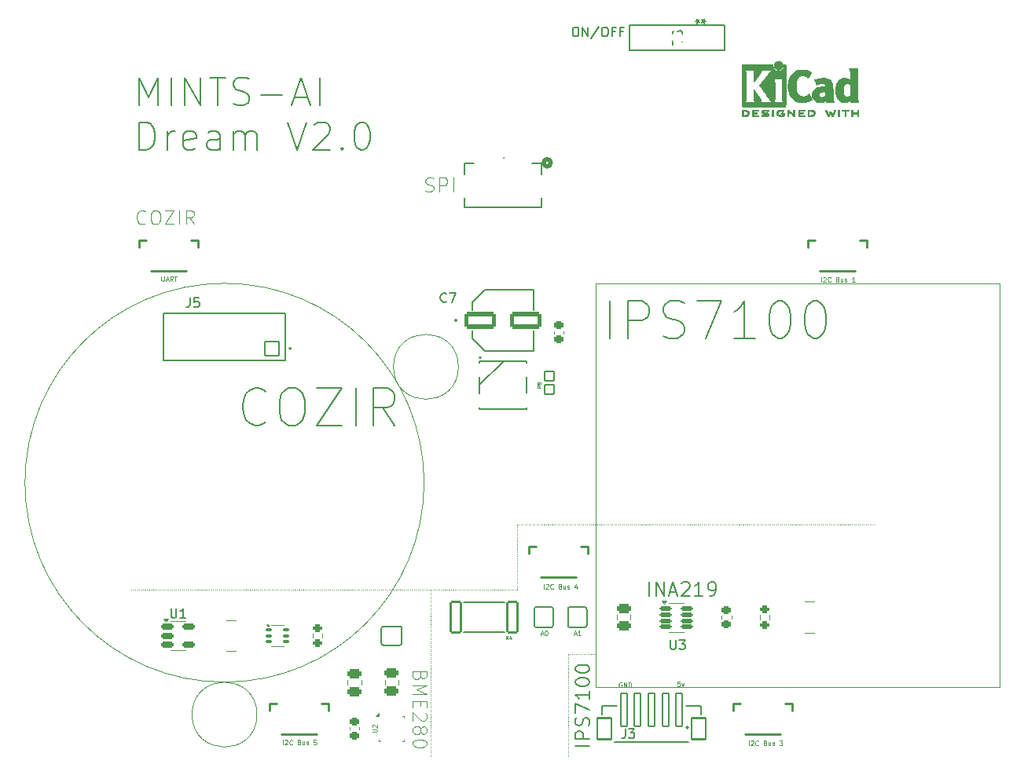
<source format=gbr>
%TF.GenerationSoftware,KiCad,Pcbnew,9.0.7*%
%TF.CreationDate,2026-01-09T13:12:47-06:00*%
%TF.ProjectId,dreamV1_0,64726561-6d56-4315-9f30-2e6b69636164,1*%
%TF.SameCoordinates,Original*%
%TF.FileFunction,Legend,Top*%
%TF.FilePolarity,Positive*%
%FSLAX46Y46*%
G04 Gerber Fmt 4.6, Leading zero omitted, Abs format (unit mm)*
G04 Created by KiCad (PCBNEW 9.0.7) date 2026-01-09 13:12:47*
%MOMM*%
%LPD*%
G01*
G04 APERTURE LIST*
G04 Aperture macros list*
%AMRoundRect*
0 Rectangle with rounded corners*
0 $1 Rounding radius*
0 $2 $3 $4 $5 $6 $7 $8 $9 X,Y pos of 4 corners*
0 Add a 4 corners polygon primitive as box body*
4,1,4,$2,$3,$4,$5,$6,$7,$8,$9,$2,$3,0*
0 Add four circle primitives for the rounded corners*
1,1,$1+$1,$2,$3*
1,1,$1+$1,$4,$5*
1,1,$1+$1,$6,$7*
1,1,$1+$1,$8,$9*
0 Add four rect primitives between the rounded corners*
20,1,$1+$1,$2,$3,$4,$5,0*
20,1,$1+$1,$4,$5,$6,$7,0*
20,1,$1+$1,$6,$7,$8,$9,0*
20,1,$1+$1,$8,$9,$2,$3,0*%
G04 Aperture macros list end*
%ADD10C,0.120000*%
%ADD11C,0.050000*%
%ADD12C,0.125000*%
%ADD13C,0.100000*%
%ADD14C,0.150000*%
%ADD15C,0.062500*%
%ADD16C,0.098425*%
%ADD17C,0.200000*%
%ADD18C,0.152400*%
%ADD19C,0.254000*%
%ADD20C,0.508000*%
%ADD21C,0.010000*%
%ADD22C,0.127000*%
%ADD23C,0.177800*%
%ADD24RoundRect,0.102000X0.350000X1.800000X-0.350000X1.800000X-0.350000X-1.800000X0.350000X-1.800000X0*%
%ADD25RoundRect,0.102000X0.750000X1.150000X-0.750000X1.150000X-0.750000X-1.150000X0.750000X-1.150000X0*%
%ADD26R,1.270000X0.635000*%
%ADD27RoundRect,0.150000X-0.512500X-0.150000X0.512500X-0.150000X0.512500X0.150000X-0.512500X0.150000X0*%
%ADD28R,0.350000X0.500000*%
%ADD29RoundRect,0.225000X0.250000X-0.225000X0.250000X0.225000X-0.250000X0.225000X-0.250000X-0.225000X0*%
%ADD30R,0.600000X1.550000*%
%ADD31R,1.200000X2.000000*%
%ADD32RoundRect,0.200000X0.275000X-0.200000X0.275000X0.200000X-0.275000X0.200000X-0.275000X-0.200000X0*%
%ADD33R,0.660400X1.549400*%
%ADD34R,1.193800X1.854200*%
%ADD35RoundRect,0.250000X-0.475000X0.250000X-0.475000X-0.250000X0.475000X-0.250000X0.475000X0.250000X0*%
%ADD36RoundRect,0.100000X-0.225000X-0.100000X0.225000X-0.100000X0.225000X0.100000X-0.225000X0.100000X0*%
%ADD37RoundRect,0.125000X-0.537500X-0.125000X0.537500X-0.125000X0.537500X0.125000X-0.537500X0.125000X0*%
%ADD38R,0.800000X0.500000*%
%ADD39R,0.800000X0.400000*%
%ADD40RoundRect,0.102000X-0.754000X-0.754000X0.754000X-0.754000X0.754000X0.754000X-0.754000X0.754000X0*%
%ADD41C,1.712000*%
%ADD42C,1.295400*%
%ADD43R,1.295400X1.295400*%
%ADD44R,0.635000X1.270000*%
%ADD45R,1.651000X1.000000*%
%ADD46RoundRect,0.102000X0.510000X-0.520000X0.510000X0.520000X-0.510000X0.520000X-0.510000X-0.520000X0*%
%ADD47RoundRect,0.102000X0.535000X1.635000X-0.535000X1.635000X-0.535000X-1.635000X0.535000X-1.635000X0*%
%ADD48RoundRect,0.225000X-0.250000X0.225000X-0.250000X-0.225000X0.250000X-0.225000X0.250000X0.225000X0*%
%ADD49RoundRect,0.223000X-1.479000X-0.669000X1.479000X-0.669000X1.479000X0.669000X-1.479000X0.669000X0*%
%ADD50R,1.700000X1.700000*%
%ADD51O,1.700000X1.700000*%
%ADD52C,1.371600*%
%ADD53C,0.660000*%
%ADD54C,0.580000*%
%ADD55C,1.304000*%
G04 APERTURE END LIST*
D10*
X0Y21000000D02*
X43500000Y21000000D01*
X43500000Y-22500000D01*
X0Y-22500000D01*
X0Y21000000D01*
D11*
X-17780000Y-30000000D02*
X-17780000Y-29990000D01*
X-17780000Y-29790000D02*
X-17780000Y-29780000D01*
X-17780000Y-29580000D02*
X-17780000Y-29570000D01*
X-17780000Y-29370000D02*
X-17780000Y-29360000D01*
X-17780000Y-29160000D02*
X-17780000Y-29150000D01*
X-17780000Y-28950000D02*
X-17780000Y-28940000D01*
X-17780000Y-28740000D02*
X-17780000Y-28730000D01*
X-17780000Y-28530000D02*
X-17780000Y-28520000D01*
X-17780000Y-28320000D02*
X-17780000Y-28310000D01*
X-17780000Y-28110000D02*
X-17780000Y-28100000D01*
X-17780000Y-27900000D02*
X-17780000Y-27890000D01*
X-17780000Y-27690000D02*
X-17780000Y-27680000D01*
X-17780000Y-27480000D02*
X-17780000Y-27470000D01*
X-17780000Y-27270000D02*
X-17780000Y-27260000D01*
X-17780000Y-27060000D02*
X-17780000Y-27050000D01*
X-17780000Y-26850000D02*
X-17780000Y-26840000D01*
X-17780000Y-26640000D02*
X-17780000Y-26630000D01*
X-17780000Y-26430000D02*
X-17780000Y-26420000D01*
X-17780000Y-26220000D02*
X-17780000Y-26210000D01*
X-17780000Y-26010000D02*
X-17780000Y-26000000D01*
X-17780000Y-25800000D02*
X-17780000Y-25790000D01*
X-17780000Y-25590000D02*
X-17780000Y-25580000D01*
X-17780000Y-25380000D02*
X-17780000Y-25370000D01*
X-17780000Y-25170000D02*
X-17780000Y-25160000D01*
X-17780000Y-24960000D02*
X-17780000Y-24950000D01*
X-17780000Y-24750000D02*
X-17780000Y-24740000D01*
X-17780000Y-24540000D02*
X-17780000Y-24530000D01*
X-17780000Y-24330000D02*
X-17780000Y-24320000D01*
X-17780000Y-24120000D02*
X-17780000Y-24110000D01*
X-17780000Y-23910000D02*
X-17780000Y-23900000D01*
X-17780000Y-23700000D02*
X-17780000Y-23690000D01*
X-17780000Y-23490000D02*
X-17780000Y-23480000D01*
X-17780000Y-23280000D02*
X-17780000Y-23270000D01*
X-17780000Y-23070000D02*
X-17780000Y-23060000D01*
X-17780000Y-22860000D02*
X-17780000Y-22850000D01*
X-17780000Y-22650000D02*
X-17780000Y-22640000D01*
X-17780000Y-22440000D02*
X-17780000Y-22430000D01*
X-17780000Y-22230000D02*
X-17780000Y-22220000D01*
X-17780000Y-22020000D02*
X-17780000Y-22010000D01*
X-17780000Y-21810000D02*
X-17780000Y-21800000D01*
X-17780000Y-21600000D02*
X-17780000Y-21590000D01*
X-17780000Y-21390000D02*
X-17780000Y-21380000D01*
X-17780000Y-21180000D02*
X-17780000Y-21170000D01*
X-17780000Y-20970000D02*
X-17780000Y-20960000D01*
X-17780000Y-20760000D02*
X-17780000Y-20750000D01*
X-17780000Y-20550000D02*
X-17780000Y-20540000D01*
X-17780000Y-20340000D02*
X-17780000Y-20330000D01*
X-17780000Y-20130000D02*
X-17780000Y-20120000D01*
X-17780000Y-19920000D02*
X-17780000Y-19910000D01*
X-17780000Y-19710000D02*
X-17780000Y-19700000D01*
X-17780000Y-19500000D02*
X-17780000Y-19490000D01*
X-17780000Y-19290000D02*
X-17780000Y-19280000D01*
X-17780000Y-19080000D02*
X-17780000Y-19070000D01*
X-17780000Y-18870000D02*
X-17780000Y-18860000D01*
X-17780000Y-18660000D02*
X-17780000Y-18650000D01*
X-17780000Y-18450000D02*
X-17780000Y-18440000D01*
X-17780000Y-18240000D02*
X-17780000Y-18230000D01*
X-17780000Y-18030000D02*
X-17780000Y-18020000D01*
X-17780000Y-17820000D02*
X-17780000Y-17810000D01*
X-17780000Y-17610000D02*
X-17780000Y-17600000D01*
X-17780000Y-17400000D02*
X-17780000Y-17390000D01*
X-17780000Y-17190000D02*
X-17780000Y-17180000D01*
X-17780000Y-16980000D02*
X-17780000Y-16970000D01*
X-17780000Y-16770000D02*
X-17780000Y-16760000D01*
X-17780000Y-16560000D02*
X-17780000Y-16550000D01*
X-17780000Y-16350000D02*
X-17780000Y-16340000D01*
X-17780000Y-16140000D02*
X-17780000Y-16130000D01*
X-17780000Y-15930000D02*
X-17780000Y-15920000D01*
X-17780000Y-15720000D02*
X-17780000Y-15710000D01*
X-17780000Y-15510000D02*
X-17780000Y-15500000D01*
X-17780000Y-15300000D02*
X-17780000Y-15290000D01*
X-17780000Y-15090000D02*
X-17780000Y-15080000D01*
X-17780000Y-14880000D02*
X-17780000Y-14870000D01*
X-17780000Y-14670000D02*
X-17780000Y-14660000D01*
X-17780000Y-14460000D02*
X-17780000Y-14450000D01*
X-17780000Y-14250000D02*
X-17780000Y-14240000D01*
X-17780000Y-14040000D02*
X-17780000Y-14030000D01*
X-17780000Y-13830000D02*
X-17780000Y-13820000D01*
X-17780000Y-13620000D02*
X-17780000Y-13610000D01*
X-17780000Y-13410000D02*
X-17780000Y-13400000D01*
X-17780000Y-13200000D02*
X-17780000Y-13190000D01*
X-17780000Y-12990000D02*
X-17780000Y-12980000D01*
X-17780000Y-12780000D02*
X-17780000Y-12770000D01*
X-17780000Y-12570000D02*
X-17780000Y-12560000D01*
X-17780000Y-12360000D02*
X-17780000Y-12350000D01*
X-17780000Y-12150000D02*
X-17780000Y-12140000D01*
X-14800000Y12000000D02*
G75*
G02*
X-21800000Y12000000I-3500000J0D01*
G01*
X-21800000Y12000000D02*
G75*
G02*
X-14800000Y12000000I3500000J0D01*
G01*
X-50038000Y-12000000D02*
X-50028000Y-12000000D01*
X-49828000Y-12000000D02*
X-49818000Y-12000000D01*
X-49618000Y-12000000D02*
X-49608000Y-12000000D01*
X-49408000Y-12000000D02*
X-49398000Y-12000000D01*
X-49198000Y-12000000D02*
X-49188000Y-12000000D01*
X-48988000Y-12000000D02*
X-48978000Y-12000000D01*
X-48778000Y-12000000D02*
X-48768000Y-12000000D01*
X-48568000Y-12000000D02*
X-48558000Y-12000000D01*
X-48358000Y-12000000D02*
X-48348000Y-12000000D01*
X-48148000Y-12000000D02*
X-48138000Y-12000000D01*
X-47938000Y-12000000D02*
X-47928000Y-12000000D01*
X-47728000Y-12000000D02*
X-47718000Y-12000000D01*
X-47518000Y-12000000D02*
X-47508000Y-12000000D01*
X-47308000Y-12000000D02*
X-47298000Y-12000000D01*
X-47098000Y-12000000D02*
X-47088000Y-12000000D01*
X-46888000Y-12000000D02*
X-46878000Y-12000000D01*
X-46678000Y-12000000D02*
X-46668000Y-12000000D01*
X-46468000Y-12000000D02*
X-46458000Y-12000000D01*
X-46258000Y-12000000D02*
X-46248000Y-12000000D01*
X-46048000Y-12000000D02*
X-46038000Y-12000000D01*
X-45838000Y-12000000D02*
X-45828000Y-12000000D01*
X-45628000Y-12000000D02*
X-45618000Y-12000000D01*
X-45418000Y-12000000D02*
X-45408000Y-12000000D01*
X-45208000Y-12000000D02*
X-45198000Y-12000000D01*
X-44998000Y-12000000D02*
X-44988000Y-12000000D01*
X-44788000Y-12000000D02*
X-44778000Y-12000000D01*
X-44578000Y-12000000D02*
X-44568000Y-12000000D01*
X-44368000Y-12000000D02*
X-44358000Y-12000000D01*
X-44158000Y-12000000D02*
X-44148000Y-12000000D01*
X-43948000Y-12000000D02*
X-43938000Y-12000000D01*
X-43738000Y-12000000D02*
X-43728000Y-12000000D01*
X-43528000Y-12000000D02*
X-43518000Y-12000000D01*
X-43318000Y-12000000D02*
X-43308000Y-12000000D01*
X-43108000Y-12000000D02*
X-43098000Y-12000000D01*
X-42898000Y-12000000D02*
X-42888000Y-12000000D01*
X-42688000Y-12000000D02*
X-42678000Y-12000000D01*
X-42478000Y-12000000D02*
X-42468000Y-12000000D01*
X-42268000Y-12000000D02*
X-42258000Y-12000000D01*
X-42058000Y-12000000D02*
X-42048000Y-12000000D01*
X-41848000Y-12000000D02*
X-41838000Y-12000000D01*
X-41638000Y-12000000D02*
X-41628000Y-12000000D01*
X-41428000Y-12000000D02*
X-41418000Y-12000000D01*
X-41218000Y-12000000D02*
X-41208000Y-12000000D01*
X-41008000Y-12000000D02*
X-40998000Y-12000000D01*
X-40798000Y-12000000D02*
X-40788000Y-12000000D01*
X-40588000Y-12000000D02*
X-40578000Y-12000000D01*
X-40378000Y-12000000D02*
X-40368000Y-12000000D01*
X-40168000Y-12000000D02*
X-40158000Y-12000000D01*
X-39958000Y-12000000D02*
X-39948000Y-12000000D01*
X-39748000Y-12000000D02*
X-39738000Y-12000000D01*
X-39538000Y-12000000D02*
X-39528000Y-12000000D01*
X-39328000Y-12000000D02*
X-39318000Y-12000000D01*
X-39118000Y-12000000D02*
X-39108000Y-12000000D01*
X-38908000Y-12000000D02*
X-38898000Y-12000000D01*
X-38698000Y-12000000D02*
X-38688000Y-12000000D01*
X-38488000Y-12000000D02*
X-38478000Y-12000000D01*
X-38278000Y-12000000D02*
X-38268000Y-12000000D01*
X-38068000Y-12000000D02*
X-38058000Y-12000000D01*
X-37858000Y-12000000D02*
X-37848000Y-12000000D01*
X-37648000Y-12000000D02*
X-37638000Y-12000000D01*
X-37438000Y-12000000D02*
X-37428000Y-12000000D01*
X-37228000Y-12000000D02*
X-37218000Y-12000000D01*
X-37018000Y-12000000D02*
X-37008000Y-12000000D01*
X-36808000Y-12000000D02*
X-36798000Y-12000000D01*
X-36598000Y-12000000D02*
X-36588000Y-12000000D01*
X-36388000Y-12000000D02*
X-36378000Y-12000000D01*
X-36178000Y-12000000D02*
X-36168000Y-12000000D01*
X-35968000Y-12000000D02*
X-35958000Y-12000000D01*
X-35758000Y-12000000D02*
X-35748000Y-12000000D01*
X-35548000Y-12000000D02*
X-35538000Y-12000000D01*
X-35338000Y-12000000D02*
X-35328000Y-12000000D01*
X-35128000Y-12000000D02*
X-35118000Y-12000000D01*
X-34918000Y-12000000D02*
X-34908000Y-12000000D01*
X-34708000Y-12000000D02*
X-34698000Y-12000000D01*
X-34498000Y-12000000D02*
X-34488000Y-12000000D01*
X-34288000Y-12000000D02*
X-34278000Y-12000000D01*
X-34078000Y-12000000D02*
X-34068000Y-12000000D01*
X-33868000Y-12000000D02*
X-33858000Y-12000000D01*
X-33658000Y-12000000D02*
X-33648000Y-12000000D01*
X-33448000Y-12000000D02*
X-33438000Y-12000000D01*
X-33238000Y-12000000D02*
X-33228000Y-12000000D01*
X-33028000Y-12000000D02*
X-33018000Y-12000000D01*
X-32818000Y-12000000D02*
X-32808000Y-12000000D01*
X-32608000Y-12000000D02*
X-32598000Y-12000000D01*
X-32398000Y-12000000D02*
X-32388000Y-12000000D01*
X-32188000Y-12000000D02*
X-32178000Y-12000000D01*
X-31978000Y-12000000D02*
X-31968000Y-12000000D01*
X-31768000Y-12000000D02*
X-31758000Y-12000000D01*
X-31558000Y-12000000D02*
X-31548000Y-12000000D01*
X-31348000Y-12000000D02*
X-31338000Y-12000000D01*
X-31138000Y-12000000D02*
X-31128000Y-12000000D01*
X-30928000Y-12000000D02*
X-30918000Y-12000000D01*
X-30718000Y-12000000D02*
X-30708000Y-12000000D01*
X-30508000Y-12000000D02*
X-30498000Y-12000000D01*
X-30298000Y-12000000D02*
X-30288000Y-12000000D01*
X-30088000Y-12000000D02*
X-30078000Y-12000000D01*
X-29878000Y-12000000D02*
X-29868000Y-12000000D01*
X-29668000Y-12000000D02*
X-29658000Y-12000000D01*
X-29458000Y-12000000D02*
X-29448000Y-12000000D01*
X-29248000Y-12000000D02*
X-29238000Y-12000000D01*
X-29038000Y-12000000D02*
X-29028000Y-12000000D01*
X-28828000Y-12000000D02*
X-28818000Y-12000000D01*
X-28618000Y-12000000D02*
X-28608000Y-12000000D01*
X-28408000Y-12000000D02*
X-28398000Y-12000000D01*
X-28198000Y-12000000D02*
X-28188000Y-12000000D01*
X-27988000Y-12000000D02*
X-27978000Y-12000000D01*
X-27778000Y-12000000D02*
X-27768000Y-12000000D01*
X-27568000Y-12000000D02*
X-27558000Y-12000000D01*
X-27358000Y-12000000D02*
X-27348000Y-12000000D01*
X-27148000Y-12000000D02*
X-27138000Y-12000000D01*
X-26938000Y-12000000D02*
X-26928000Y-12000000D01*
X-26728000Y-12000000D02*
X-26718000Y-12000000D01*
X-26518000Y-12000000D02*
X-26508000Y-12000000D01*
X-26308000Y-12000000D02*
X-26298000Y-12000000D01*
X-26098000Y-12000000D02*
X-26088000Y-12000000D01*
X-25888000Y-12000000D02*
X-25878000Y-12000000D01*
X-25678000Y-12000000D02*
X-25668000Y-12000000D01*
X-25468000Y-12000000D02*
X-25458000Y-12000000D01*
X-25258000Y-12000000D02*
X-25248000Y-12000000D01*
X-25048000Y-12000000D02*
X-25038000Y-12000000D01*
X-24838000Y-12000000D02*
X-24828000Y-12000000D01*
X-24628000Y-12000000D02*
X-24618000Y-12000000D01*
X-24418000Y-12000000D02*
X-24408000Y-12000000D01*
X-24208000Y-12000000D02*
X-24198000Y-12000000D01*
X-23998000Y-12000000D02*
X-23988000Y-12000000D01*
X-23788000Y-12000000D02*
X-23778000Y-12000000D01*
X-23578000Y-12000000D02*
X-23568000Y-12000000D01*
X-23368000Y-12000000D02*
X-23358000Y-12000000D01*
X-23158000Y-12000000D02*
X-23148000Y-12000000D01*
X-22948000Y-12000000D02*
X-22938000Y-12000000D01*
X-22738000Y-12000000D02*
X-22728000Y-12000000D01*
X-22528000Y-12000000D02*
X-22518000Y-12000000D01*
X-22318000Y-12000000D02*
X-22308000Y-12000000D01*
X-22108000Y-12000000D02*
X-22098000Y-12000000D01*
X-21898000Y-12000000D02*
X-21888000Y-12000000D01*
X-21688000Y-12000000D02*
X-21678000Y-12000000D01*
X-21478000Y-12000000D02*
X-21468000Y-12000000D01*
X-21268000Y-12000000D02*
X-21258000Y-12000000D01*
X-21058000Y-12000000D02*
X-21048000Y-12000000D01*
X-20848000Y-12000000D02*
X-20838000Y-12000000D01*
X-20638000Y-12000000D02*
X-20628000Y-12000000D01*
X-20428000Y-12000000D02*
X-20418000Y-12000000D01*
X-20218000Y-12000000D02*
X-20208000Y-12000000D01*
X-20008000Y-12000000D02*
X-19998000Y-12000000D01*
X-19798000Y-12000000D02*
X-19788000Y-12000000D01*
X-19588000Y-12000000D02*
X-19578000Y-12000000D01*
X-19378000Y-12000000D02*
X-19368000Y-12000000D01*
X-19168000Y-12000000D02*
X-19158000Y-12000000D01*
X-18958000Y-12000000D02*
X-18948000Y-12000000D01*
X-18748000Y-12000000D02*
X-18738000Y-12000000D01*
X-18538000Y-12000000D02*
X-18528000Y-12000000D01*
X-18328000Y-12000000D02*
X-18318000Y-12000000D01*
X-18118000Y-12000000D02*
X-18108000Y-12000000D01*
X-17908000Y-12000000D02*
X-17898000Y-12000000D01*
X-17698000Y-12000000D02*
X-17688000Y-12000000D01*
X-17488000Y-12000000D02*
X-17478000Y-12000000D01*
X-17278000Y-12000000D02*
X-17268000Y-12000000D01*
X-17068000Y-12000000D02*
X-17058000Y-12000000D01*
X-16858000Y-12000000D02*
X-16848000Y-12000000D01*
X-16648000Y-12000000D02*
X-16638000Y-12000000D01*
X-16438000Y-12000000D02*
X-16428000Y-12000000D01*
X-16228000Y-12000000D02*
X-16218000Y-12000000D01*
X-16018000Y-12000000D02*
X-16008000Y-12000000D01*
X-15808000Y-12000000D02*
X-15798000Y-12000000D01*
X-15598000Y-12000000D02*
X-15588000Y-12000000D01*
X-15388000Y-12000000D02*
X-15378000Y-12000000D01*
X-15178000Y-12000000D02*
X-15168000Y-12000000D01*
X-14968000Y-12000000D02*
X-14958000Y-12000000D01*
X-14758000Y-12000000D02*
X-14748000Y-12000000D01*
X-14548000Y-12000000D02*
X-14538000Y-12000000D01*
X-14338000Y-12000000D02*
X-14328000Y-12000000D01*
X-14128000Y-12000000D02*
X-14118000Y-12000000D01*
X-13918000Y-12000000D02*
X-13908000Y-12000000D01*
X-13708000Y-12000000D02*
X-13698000Y-12000000D01*
X-13498000Y-12000000D02*
X-13488000Y-12000000D01*
X-13288000Y-12000000D02*
X-13278000Y-12000000D01*
X-13078000Y-12000000D02*
X-13068000Y-12000000D01*
X-12868000Y-12000000D02*
X-12858000Y-12000000D01*
X-12658000Y-12000000D02*
X-12648000Y-12000000D01*
X-12448000Y-12000000D02*
X-12438000Y-12000000D01*
X-12238000Y-12000000D02*
X-12228000Y-12000000D01*
X-12028000Y-12000000D02*
X-12018000Y-12000000D01*
X-11818000Y-12000000D02*
X-11808000Y-12000000D01*
X-11608000Y-12000000D02*
X-11598000Y-12000000D01*
X-11398000Y-12000000D02*
X-11388000Y-12000000D01*
X-11188000Y-12000000D02*
X-11178000Y-12000000D01*
X-10978000Y-12000000D02*
X-10968000Y-12000000D01*
X-10768000Y-12000000D02*
X-10758000Y-12000000D01*
X-10558000Y-12000000D02*
X-10548000Y-12000000D01*
X-10348000Y-12000000D02*
X-10338000Y-12000000D01*
X-10138000Y-12000000D02*
X-10128000Y-12000000D01*
X-9928000Y-12000000D02*
X-9918000Y-12000000D01*
X-9718000Y-12000000D02*
X-9708000Y-12000000D01*
X-9508000Y-12000000D02*
X-9498000Y-12000000D01*
X-9298000Y-12000000D02*
X-9288000Y-12000000D01*
X-9088000Y-12000000D02*
X-9078000Y-12000000D01*
X-8878000Y-12000000D02*
X-8868000Y-12000000D01*
X-8668000Y-12000000D02*
X-8658000Y-12000000D01*
X-3000000Y-30000000D02*
X-3000000Y-29990000D01*
X-3000000Y-29790000D02*
X-3000000Y-29780000D01*
X-3000000Y-29580000D02*
X-3000000Y-29570000D01*
X-3000000Y-29370000D02*
X-3000000Y-29360000D01*
X-3000000Y-29160000D02*
X-3000000Y-29150000D01*
X-3000000Y-28950000D02*
X-3000000Y-28940000D01*
X-3000000Y-28740000D02*
X-3000000Y-28730000D01*
X-3000000Y-28530000D02*
X-3000000Y-28520000D01*
X-3000000Y-28320000D02*
X-3000000Y-28310000D01*
X-3000000Y-28110000D02*
X-3000000Y-28100000D01*
X-3000000Y-27900000D02*
X-3000000Y-27890000D01*
X-3000000Y-27690000D02*
X-3000000Y-27680000D01*
X-3000000Y-27480000D02*
X-3000000Y-27470000D01*
X-3000000Y-27270000D02*
X-3000000Y-27260000D01*
X-3000000Y-27060000D02*
X-3000000Y-27050000D01*
X-3000000Y-26850000D02*
X-3000000Y-26840000D01*
X-3000000Y-26640000D02*
X-3000000Y-26630000D01*
X-3000000Y-26430000D02*
X-3000000Y-26420000D01*
X-3000000Y-26220000D02*
X-3000000Y-26210000D01*
X-3000000Y-26010000D02*
X-3000000Y-26000000D01*
X-3000000Y-25800000D02*
X-3000000Y-25790000D01*
X-3000000Y-25590000D02*
X-3000000Y-25580000D01*
X-3000000Y-25380000D02*
X-3000000Y-25370000D01*
X-3000000Y-25170000D02*
X-3000000Y-25160000D01*
X-3000000Y-24960000D02*
X-3000000Y-24950000D01*
X-3000000Y-24750000D02*
X-3000000Y-24740000D01*
X-3000000Y-24540000D02*
X-3000000Y-24530000D01*
X-3000000Y-24330000D02*
X-3000000Y-24320000D01*
X-3000000Y-24120000D02*
X-3000000Y-24110000D01*
X-3000000Y-23910000D02*
X-3000000Y-23900000D01*
X-3000000Y-23700000D02*
X-3000000Y-23690000D01*
X-3000000Y-23490000D02*
X-3000000Y-23480000D01*
X-3000000Y-23280000D02*
X-3000000Y-23270000D01*
X-3000000Y-23070000D02*
X-3000000Y-23060000D01*
X-3000000Y-22860000D02*
X-3000000Y-22850000D01*
X-3000000Y-22650000D02*
X-3000000Y-22640000D01*
X-3000000Y-22440000D02*
X-3000000Y-22430000D01*
X-3000000Y-22230000D02*
X-3000000Y-22220000D01*
X-3000000Y-22020000D02*
X-3000000Y-22010000D01*
X-3000000Y-21810000D02*
X-3000000Y-21800000D01*
X-3000000Y-21600000D02*
X-3000000Y-21590000D01*
X-3000000Y-21390000D02*
X-3000000Y-21380000D01*
X-3000000Y-21180000D02*
X-3000000Y-21170000D01*
X-3000000Y-20970000D02*
X-3000000Y-20960000D01*
X-3000000Y-20760000D02*
X-3000000Y-20750000D01*
X-3000000Y-20550000D02*
X-3000000Y-20540000D01*
X-3000000Y-20340000D02*
X-3000000Y-20330000D01*
X-3000000Y-20130000D02*
X-3000000Y-20120000D01*
X-3000000Y-19920000D02*
X-3000000Y-19910000D01*
X-3000000Y-19710000D02*
X-3000000Y-19700000D01*
X-3000000Y-19500000D02*
X-3000000Y-19490000D01*
X-3000000Y-19290000D02*
X-3000000Y-19280000D01*
X-3000000Y-19080000D02*
X-3000000Y-19070000D01*
X-8500000Y-12000000D02*
X-8500000Y-11990000D01*
X-8500000Y-11790000D02*
X-8500000Y-11780000D01*
X-8500000Y-11580000D02*
X-8500000Y-11570000D01*
X-8500000Y-11370000D02*
X-8500000Y-11360000D01*
X-8500000Y-11160000D02*
X-8500000Y-11150000D01*
X-8500000Y-10950000D02*
X-8500000Y-10940000D01*
X-8500000Y-10740000D02*
X-8500000Y-10730000D01*
X-8500000Y-10530000D02*
X-8500000Y-10520000D01*
X-8500000Y-10320000D02*
X-8500000Y-10310000D01*
X-8500000Y-10110000D02*
X-8500000Y-10100000D01*
X-8500000Y-9900000D02*
X-8500000Y-9890000D01*
X-8500000Y-9690000D02*
X-8500000Y-9680000D01*
X-8500000Y-9480000D02*
X-8500000Y-9470000D01*
X-8500000Y-9270000D02*
X-8500000Y-9260000D01*
X-8500000Y-9060000D02*
X-8500000Y-9050000D01*
X-8500000Y-8850000D02*
X-8500000Y-8840000D01*
X-8500000Y-8640000D02*
X-8500000Y-8630000D01*
X-8500000Y-8430000D02*
X-8500000Y-8420000D01*
X-8500000Y-8220000D02*
X-8500000Y-8210000D01*
X-8500000Y-8010000D02*
X-8500000Y-8000000D01*
X-8500000Y-7800000D02*
X-8500000Y-7790000D01*
X-8500000Y-7590000D02*
X-8500000Y-7580000D01*
X-8500000Y-7380000D02*
X-8500000Y-7370000D01*
X-8500000Y-7170000D02*
X-8500000Y-7160000D01*
X-8500000Y-6960000D02*
X-8500000Y-6950000D01*
X-8500000Y-6750000D02*
X-8500000Y-6740000D01*
X-8500000Y-6540000D02*
X-8500000Y-6530000D01*
X-8500000Y-6330000D02*
X-8500000Y-6320000D01*
X-8500000Y-6120000D02*
X-8500000Y-6110000D01*
X-8500000Y-5910000D02*
X-8500000Y-5900000D01*
X-8500000Y-5700000D02*
X-8500000Y-5690000D01*
X-8500000Y-5490000D02*
X-8500000Y-5480000D01*
X-8500000Y-5280000D02*
X-8500000Y-5270000D01*
X-8500000Y-5070000D02*
X-8500000Y-5060000D01*
X-8500000Y-5000000D02*
X-8490000Y-5000000D01*
X-8290000Y-5000000D02*
X-8280000Y-5000000D01*
X-8080000Y-5000000D02*
X-8070000Y-5000000D01*
X-7870000Y-5000000D02*
X-7860000Y-5000000D01*
X-7660000Y-5000000D02*
X-7650000Y-5000000D01*
X-7450000Y-5000000D02*
X-7440000Y-5000000D01*
X-7240000Y-5000000D02*
X-7230000Y-5000000D01*
X-7030000Y-5000000D02*
X-7020000Y-5000000D01*
X-6820000Y-5000000D02*
X-6810000Y-5000000D01*
X-6610000Y-5000000D02*
X-6600000Y-5000000D01*
X-6400000Y-5000000D02*
X-6390000Y-5000000D01*
X-6190000Y-5000000D02*
X-6180000Y-5000000D01*
X-5980000Y-5000000D02*
X-5970000Y-5000000D01*
X-5770000Y-5000000D02*
X-5760000Y-5000000D01*
X-5560000Y-5000000D02*
X-5550000Y-5000000D01*
X-5350000Y-5000000D02*
X-5340000Y-5000000D01*
X-5140000Y-5000000D02*
X-5130000Y-5000000D01*
X-4930000Y-5000000D02*
X-4920000Y-5000000D01*
X-4720000Y-5000000D02*
X-4710000Y-5000000D01*
X-4510000Y-5000000D02*
X-4500000Y-5000000D01*
X-4300000Y-5000000D02*
X-4290000Y-5000000D01*
X-4090000Y-5000000D02*
X-4080000Y-5000000D01*
X-3880000Y-5000000D02*
X-3870000Y-5000000D01*
X-3670000Y-5000000D02*
X-3660000Y-5000000D01*
X-3460000Y-5000000D02*
X-3450000Y-5000000D01*
X-3250000Y-5000000D02*
X-3240000Y-5000000D01*
X-3040000Y-5000000D02*
X-3030000Y-5000000D01*
X-2830000Y-5000000D02*
X-2820000Y-5000000D01*
X-2620000Y-5000000D02*
X-2610000Y-5000000D01*
X-2410000Y-5000000D02*
X-2400000Y-5000000D01*
X-2200000Y-5000000D02*
X-2190000Y-5000000D01*
X-1990000Y-5000000D02*
X-1980000Y-5000000D01*
X-1780000Y-5000000D02*
X-1770000Y-5000000D01*
X-1570000Y-5000000D02*
X-1560000Y-5000000D01*
X-1360000Y-5000000D02*
X-1350000Y-5000000D01*
X-1150000Y-5000000D02*
X-1140000Y-5000000D01*
X-940000Y-5000000D02*
X-930000Y-5000000D01*
X-730000Y-5000000D02*
X-720000Y-5000000D01*
X-520000Y-5000000D02*
X-510000Y-5000000D01*
X-310000Y-5000000D02*
X-300000Y-5000000D01*
X-100000Y-5000000D02*
X-90000Y-5000000D01*
X110000Y-5000000D02*
X120000Y-5000000D01*
X320000Y-5000000D02*
X330000Y-5000000D01*
X530000Y-5000000D02*
X540000Y-5000000D01*
X740000Y-5000000D02*
X750000Y-5000000D01*
X950000Y-5000000D02*
X960000Y-5000000D01*
X1160000Y-5000000D02*
X1170000Y-5000000D01*
X1370000Y-5000000D02*
X1380000Y-5000000D01*
X1580000Y-5000000D02*
X1590000Y-5000000D01*
X1790000Y-5000000D02*
X1800000Y-5000000D01*
X2000000Y-5000000D02*
X2010000Y-5000000D01*
X2210000Y-5000000D02*
X2220000Y-5000000D01*
X2420000Y-5000000D02*
X2430000Y-5000000D01*
X2630000Y-5000000D02*
X2640000Y-5000000D01*
X2840000Y-5000000D02*
X2850000Y-5000000D01*
X3050000Y-5000000D02*
X3060000Y-5000000D01*
X3260000Y-5000000D02*
X3270000Y-5000000D01*
X3470000Y-5000000D02*
X3480000Y-5000000D01*
X3680000Y-5000000D02*
X3690000Y-5000000D01*
X3890000Y-5000000D02*
X3900000Y-5000000D01*
X4100000Y-5000000D02*
X4110000Y-5000000D01*
X4310000Y-5000000D02*
X4320000Y-5000000D01*
X4520000Y-5000000D02*
X4530000Y-5000000D01*
X4730000Y-5000000D02*
X4740000Y-5000000D01*
X4940000Y-5000000D02*
X4950000Y-5000000D01*
X5150000Y-5000000D02*
X5160000Y-5000000D01*
X5360000Y-5000000D02*
X5370000Y-5000000D01*
X5570000Y-5000000D02*
X5580000Y-5000000D01*
X5780000Y-5000000D02*
X5790000Y-5000000D01*
X5990000Y-5000000D02*
X6000000Y-5000000D01*
X6200000Y-5000000D02*
X6210000Y-5000000D01*
X6410000Y-5000000D02*
X6420000Y-5000000D01*
X6620000Y-5000000D02*
X6630000Y-5000000D01*
X6830000Y-5000000D02*
X6840000Y-5000000D01*
X7040000Y-5000000D02*
X7050000Y-5000000D01*
X7250000Y-5000000D02*
X7260000Y-5000000D01*
X7460000Y-5000000D02*
X7470000Y-5000000D01*
X7670000Y-5000000D02*
X7680000Y-5000000D01*
X7880000Y-5000000D02*
X7890000Y-5000000D01*
X8090000Y-5000000D02*
X8100000Y-5000000D01*
X8300000Y-5000000D02*
X8310000Y-5000000D01*
X8510000Y-5000000D02*
X8520000Y-5000000D01*
X8720000Y-5000000D02*
X8730000Y-5000000D01*
X8930000Y-5000000D02*
X8940000Y-5000000D01*
X9140000Y-5000000D02*
X9150000Y-5000000D01*
X9350000Y-5000000D02*
X9360000Y-5000000D01*
X9560000Y-5000000D02*
X9570000Y-5000000D01*
X9770000Y-5000000D02*
X9780000Y-5000000D01*
X9980000Y-5000000D02*
X9990000Y-5000000D01*
X10190000Y-5000000D02*
X10200000Y-5000000D01*
X10400000Y-5000000D02*
X10410000Y-5000000D01*
X10610000Y-5000000D02*
X10620000Y-5000000D01*
X10820000Y-5000000D02*
X10830000Y-5000000D01*
X11030000Y-5000000D02*
X11040000Y-5000000D01*
X11240000Y-5000000D02*
X11250000Y-5000000D01*
X11450000Y-5000000D02*
X11460000Y-5000000D01*
X11660000Y-5000000D02*
X11670000Y-5000000D01*
X11870000Y-5000000D02*
X11880000Y-5000000D01*
X12080000Y-5000000D02*
X12090000Y-5000000D01*
X12290000Y-5000000D02*
X12300000Y-5000000D01*
X12500000Y-5000000D02*
X12510000Y-5000000D01*
X12710000Y-5000000D02*
X12720000Y-5000000D01*
X12920000Y-5000000D02*
X12930000Y-5000000D01*
X13130000Y-5000000D02*
X13140000Y-5000000D01*
X13340000Y-5000000D02*
X13350000Y-5000000D01*
X13550000Y-5000000D02*
X13560000Y-5000000D01*
X13760000Y-5000000D02*
X13770000Y-5000000D01*
X13970000Y-5000000D02*
X13980000Y-5000000D01*
X14180000Y-5000000D02*
X14190000Y-5000000D01*
X14390000Y-5000000D02*
X14400000Y-5000000D01*
X14600000Y-5000000D02*
X14610000Y-5000000D01*
X14810000Y-5000000D02*
X14820000Y-5000000D01*
X15020000Y-5000000D02*
X15030000Y-5000000D01*
X15230000Y-5000000D02*
X15240000Y-5000000D01*
X15440000Y-5000000D02*
X15450000Y-5000000D01*
X15650000Y-5000000D02*
X15660000Y-5000000D01*
X15860000Y-5000000D02*
X15870000Y-5000000D01*
X16070000Y-5000000D02*
X16080000Y-5000000D01*
X16280000Y-5000000D02*
X16290000Y-5000000D01*
X16490000Y-5000000D02*
X16500000Y-5000000D01*
X16700000Y-5000000D02*
X16710000Y-5000000D01*
X16910000Y-5000000D02*
X16920000Y-5000000D01*
X17120000Y-5000000D02*
X17130000Y-5000000D01*
X17330000Y-5000000D02*
X17340000Y-5000000D01*
X17540000Y-5000000D02*
X17550000Y-5000000D01*
X17750000Y-5000000D02*
X17760000Y-5000000D01*
X17960000Y-5000000D02*
X17970000Y-5000000D01*
X18170000Y-5000000D02*
X18180000Y-5000000D01*
X18380000Y-5000000D02*
X18390000Y-5000000D01*
X18590000Y-5000000D02*
X18600000Y-5000000D01*
X18800000Y-5000000D02*
X18810000Y-5000000D01*
X19010000Y-5000000D02*
X19020000Y-5000000D01*
X19220000Y-5000000D02*
X19230000Y-5000000D01*
X19430000Y-5000000D02*
X19440000Y-5000000D01*
X19640000Y-5000000D02*
X19650000Y-5000000D01*
X19850000Y-5000000D02*
X19860000Y-5000000D01*
X20060000Y-5000000D02*
X20070000Y-5000000D01*
X20270000Y-5000000D02*
X20280000Y-5000000D01*
X20480000Y-5000000D02*
X20490000Y-5000000D01*
X20690000Y-5000000D02*
X20700000Y-5000000D01*
X20900000Y-5000000D02*
X20910000Y-5000000D01*
X21110000Y-5000000D02*
X21120000Y-5000000D01*
X21320000Y-5000000D02*
X21330000Y-5000000D01*
X21530000Y-5000000D02*
X21540000Y-5000000D01*
X21740000Y-5000000D02*
X21750000Y-5000000D01*
X21950000Y-5000000D02*
X21960000Y-5000000D01*
X22160000Y-5000000D02*
X22170000Y-5000000D01*
X22370000Y-5000000D02*
X22380000Y-5000000D01*
X22580000Y-5000000D02*
X22590000Y-5000000D01*
X22790000Y-5000000D02*
X22800000Y-5000000D01*
X23000000Y-5000000D02*
X23010000Y-5000000D01*
X23210000Y-5000000D02*
X23220000Y-5000000D01*
X23420000Y-5000000D02*
X23430000Y-5000000D01*
X23630000Y-5000000D02*
X23640000Y-5000000D01*
X23840000Y-5000000D02*
X23850000Y-5000000D01*
X24050000Y-5000000D02*
X24060000Y-5000000D01*
X24260000Y-5000000D02*
X24270000Y-5000000D01*
X24470000Y-5000000D02*
X24480000Y-5000000D01*
X24680000Y-5000000D02*
X24690000Y-5000000D01*
X24890000Y-5000000D02*
X24900000Y-5000000D01*
X25100000Y-5000000D02*
X25110000Y-5000000D01*
X25310000Y-5000000D02*
X25320000Y-5000000D01*
X25520000Y-5000000D02*
X25530000Y-5000000D01*
X25730000Y-5000000D02*
X25740000Y-5000000D01*
X25940000Y-5000000D02*
X25950000Y-5000000D01*
X26150000Y-5000000D02*
X26160000Y-5000000D01*
X26360000Y-5000000D02*
X26370000Y-5000000D01*
X26570000Y-5000000D02*
X26580000Y-5000000D01*
X26780000Y-5000000D02*
X26790000Y-5000000D01*
X26990000Y-5000000D02*
X27000000Y-5000000D01*
X27200000Y-5000000D02*
X27210000Y-5000000D01*
X27410000Y-5000000D02*
X27420000Y-5000000D01*
X27620000Y-5000000D02*
X27630000Y-5000000D01*
X27830000Y-5000000D02*
X27840000Y-5000000D01*
X28040000Y-5000000D02*
X28050000Y-5000000D01*
X28250000Y-5000000D02*
X28260000Y-5000000D01*
X28460000Y-5000000D02*
X28470000Y-5000000D01*
X28670000Y-5000000D02*
X28680000Y-5000000D01*
X28880000Y-5000000D02*
X28890000Y-5000000D01*
X29090000Y-5000000D02*
X29100000Y-5000000D01*
X29300000Y-5000000D02*
X29310000Y-5000000D01*
X29510000Y-5000000D02*
X29520000Y-5000000D01*
X29720000Y-5000000D02*
X29730000Y-5000000D01*
X29930000Y-5000000D02*
X29940000Y-5000000D01*
D10*
X-18500000Y-500000D02*
G75*
G02*
X-61500000Y-500000I-21500000J0D01*
G01*
X-61500000Y-500000D02*
G75*
G02*
X-18500000Y-500000I21500000J0D01*
G01*
D11*
X-3000000Y-19000000D02*
X-2990000Y-19000000D01*
X-2790000Y-19000000D02*
X-2780000Y-19000000D01*
X-2580000Y-19000000D02*
X-2570000Y-19000000D01*
X-2370000Y-19000000D02*
X-2360000Y-19000000D01*
X-2160000Y-19000000D02*
X-2150000Y-19000000D01*
X-1950000Y-19000000D02*
X-1940000Y-19000000D01*
X-1740000Y-19000000D02*
X-1730000Y-19000000D01*
X-1530000Y-19000000D02*
X-1520000Y-19000000D01*
X-1320000Y-19000000D02*
X-1310000Y-19000000D01*
X-1110000Y-19000000D02*
X-1100000Y-19000000D01*
X-900000Y-19000000D02*
X-890000Y-19000000D01*
X-690000Y-19000000D02*
X-680000Y-19000000D01*
X-480000Y-19000000D02*
X-470000Y-19000000D01*
X-270000Y-19000000D02*
X-260000Y-19000000D01*
X-60000Y-19000000D02*
X-50000Y-19000000D01*
X-36500000Y-25500000D02*
G75*
G02*
X-43500000Y-25500000I-3500000J0D01*
G01*
X-43500000Y-25500000D02*
G75*
G02*
X-36500000Y-25500000I3500000J0D01*
G01*
D12*
X-33698717Y-28732309D02*
X-33698717Y-28232309D01*
X-33484431Y-28279928D02*
X-33460622Y-28256119D01*
X-33460622Y-28256119D02*
X-33413003Y-28232309D01*
X-33413003Y-28232309D02*
X-33293955Y-28232309D01*
X-33293955Y-28232309D02*
X-33246336Y-28256119D01*
X-33246336Y-28256119D02*
X-33222527Y-28279928D01*
X-33222527Y-28279928D02*
X-33198717Y-28327547D01*
X-33198717Y-28327547D02*
X-33198717Y-28375166D01*
X-33198717Y-28375166D02*
X-33222527Y-28446595D01*
X-33222527Y-28446595D02*
X-33508241Y-28732309D01*
X-33508241Y-28732309D02*
X-33198717Y-28732309D01*
X-32698718Y-28684690D02*
X-32722527Y-28708500D01*
X-32722527Y-28708500D02*
X-32793956Y-28732309D01*
X-32793956Y-28732309D02*
X-32841575Y-28732309D01*
X-32841575Y-28732309D02*
X-32913003Y-28708500D01*
X-32913003Y-28708500D02*
X-32960622Y-28660880D01*
X-32960622Y-28660880D02*
X-32984432Y-28613261D01*
X-32984432Y-28613261D02*
X-33008241Y-28518023D01*
X-33008241Y-28518023D02*
X-33008241Y-28446595D01*
X-33008241Y-28446595D02*
X-32984432Y-28351357D01*
X-32984432Y-28351357D02*
X-32960622Y-28303738D01*
X-32960622Y-28303738D02*
X-32913003Y-28256119D01*
X-32913003Y-28256119D02*
X-32841575Y-28232309D01*
X-32841575Y-28232309D02*
X-32793956Y-28232309D01*
X-32793956Y-28232309D02*
X-32722527Y-28256119D01*
X-32722527Y-28256119D02*
X-32698718Y-28279928D01*
X-31936813Y-28470404D02*
X-31865385Y-28494214D01*
X-31865385Y-28494214D02*
X-31841575Y-28518023D01*
X-31841575Y-28518023D02*
X-31817766Y-28565642D01*
X-31817766Y-28565642D02*
X-31817766Y-28637071D01*
X-31817766Y-28637071D02*
X-31841575Y-28684690D01*
X-31841575Y-28684690D02*
X-31865385Y-28708500D01*
X-31865385Y-28708500D02*
X-31913004Y-28732309D01*
X-31913004Y-28732309D02*
X-32103480Y-28732309D01*
X-32103480Y-28732309D02*
X-32103480Y-28232309D01*
X-32103480Y-28232309D02*
X-31936813Y-28232309D01*
X-31936813Y-28232309D02*
X-31889194Y-28256119D01*
X-31889194Y-28256119D02*
X-31865385Y-28279928D01*
X-31865385Y-28279928D02*
X-31841575Y-28327547D01*
X-31841575Y-28327547D02*
X-31841575Y-28375166D01*
X-31841575Y-28375166D02*
X-31865385Y-28422785D01*
X-31865385Y-28422785D02*
X-31889194Y-28446595D01*
X-31889194Y-28446595D02*
X-31936813Y-28470404D01*
X-31936813Y-28470404D02*
X-32103480Y-28470404D01*
X-31389194Y-28398976D02*
X-31389194Y-28732309D01*
X-31603480Y-28398976D02*
X-31603480Y-28660880D01*
X-31603480Y-28660880D02*
X-31579670Y-28708500D01*
X-31579670Y-28708500D02*
X-31532051Y-28732309D01*
X-31532051Y-28732309D02*
X-31460623Y-28732309D01*
X-31460623Y-28732309D02*
X-31413004Y-28708500D01*
X-31413004Y-28708500D02*
X-31389194Y-28684690D01*
X-31174908Y-28708500D02*
X-31127289Y-28732309D01*
X-31127289Y-28732309D02*
X-31032051Y-28732309D01*
X-31032051Y-28732309D02*
X-30984432Y-28708500D01*
X-30984432Y-28708500D02*
X-30960623Y-28660880D01*
X-30960623Y-28660880D02*
X-30960623Y-28637071D01*
X-30960623Y-28637071D02*
X-30984432Y-28589452D01*
X-30984432Y-28589452D02*
X-31032051Y-28565642D01*
X-31032051Y-28565642D02*
X-31103480Y-28565642D01*
X-31103480Y-28565642D02*
X-31151099Y-28541833D01*
X-31151099Y-28541833D02*
X-31174908Y-28494214D01*
X-31174908Y-28494214D02*
X-31174908Y-28470404D01*
X-31174908Y-28470404D02*
X-31151099Y-28422785D01*
X-31151099Y-28422785D02*
X-31103480Y-28398976D01*
X-31103480Y-28398976D02*
X-31032051Y-28398976D01*
X-31032051Y-28398976D02*
X-30984432Y-28422785D01*
X-30127290Y-28232309D02*
X-30365385Y-28232309D01*
X-30365385Y-28232309D02*
X-30389194Y-28470404D01*
X-30389194Y-28470404D02*
X-30365385Y-28446595D01*
X-30365385Y-28446595D02*
X-30317766Y-28422785D01*
X-30317766Y-28422785D02*
X-30198718Y-28422785D01*
X-30198718Y-28422785D02*
X-30151099Y-28446595D01*
X-30151099Y-28446595D02*
X-30127290Y-28470404D01*
X-30127290Y-28470404D02*
X-30103480Y-28518023D01*
X-30103480Y-28518023D02*
X-30103480Y-28637071D01*
X-30103480Y-28637071D02*
X-30127290Y-28684690D01*
X-30127290Y-28684690D02*
X-30151099Y-28708500D01*
X-30151099Y-28708500D02*
X-30198718Y-28732309D01*
X-30198718Y-28732309D02*
X-30317766Y-28732309D01*
X-30317766Y-28732309D02*
X-30365385Y-28708500D01*
X-30365385Y-28708500D02*
X-30389194Y-28684690D01*
X9039378Y-21932309D02*
X8801283Y-21932309D01*
X8801283Y-21932309D02*
X8777474Y-22170404D01*
X8777474Y-22170404D02*
X8801283Y-22146595D01*
X8801283Y-22146595D02*
X8848902Y-22122785D01*
X8848902Y-22122785D02*
X8967950Y-22122785D01*
X8967950Y-22122785D02*
X9015569Y-22146595D01*
X9015569Y-22146595D02*
X9039378Y-22170404D01*
X9039378Y-22170404D02*
X9063188Y-22218023D01*
X9063188Y-22218023D02*
X9063188Y-22337071D01*
X9063188Y-22337071D02*
X9039378Y-22384690D01*
X9039378Y-22384690D02*
X9015569Y-22408500D01*
X9015569Y-22408500D02*
X8967950Y-22432309D01*
X8967950Y-22432309D02*
X8848902Y-22432309D01*
X8848902Y-22432309D02*
X8801283Y-22408500D01*
X8801283Y-22408500D02*
X8777474Y-22384690D01*
X9229854Y-22098976D02*
X9348902Y-22432309D01*
X9348902Y-22432309D02*
X9467949Y-22098976D01*
D13*
X-18925515Y-21322931D02*
X-18996943Y-21537217D01*
X-18996943Y-21537217D02*
X-19068372Y-21608646D01*
X-19068372Y-21608646D02*
X-19211229Y-21680074D01*
X-19211229Y-21680074D02*
X-19425515Y-21680074D01*
X-19425515Y-21680074D02*
X-19568372Y-21608646D01*
X-19568372Y-21608646D02*
X-19639800Y-21537217D01*
X-19639800Y-21537217D02*
X-19711229Y-21394360D01*
X-19711229Y-21394360D02*
X-19711229Y-20822931D01*
X-19711229Y-20822931D02*
X-18211229Y-20822931D01*
X-18211229Y-20822931D02*
X-18211229Y-21322931D01*
X-18211229Y-21322931D02*
X-18282658Y-21465789D01*
X-18282658Y-21465789D02*
X-18354086Y-21537217D01*
X-18354086Y-21537217D02*
X-18496943Y-21608646D01*
X-18496943Y-21608646D02*
X-18639800Y-21608646D01*
X-18639800Y-21608646D02*
X-18782658Y-21537217D01*
X-18782658Y-21537217D02*
X-18854086Y-21465789D01*
X-18854086Y-21465789D02*
X-18925515Y-21322931D01*
X-18925515Y-21322931D02*
X-18925515Y-20822931D01*
X-19711229Y-22322931D02*
X-18211229Y-22322931D01*
X-18211229Y-22322931D02*
X-19282658Y-22822931D01*
X-19282658Y-22822931D02*
X-18211229Y-23322931D01*
X-18211229Y-23322931D02*
X-19711229Y-23322931D01*
X-18925515Y-24037217D02*
X-18925515Y-24537217D01*
X-19711229Y-24751503D02*
X-19711229Y-24037217D01*
X-19711229Y-24037217D02*
X-18211229Y-24037217D01*
X-18211229Y-24037217D02*
X-18211229Y-24751503D01*
X-18354086Y-25322932D02*
X-18282658Y-25394360D01*
X-18282658Y-25394360D02*
X-18211229Y-25537218D01*
X-18211229Y-25537218D02*
X-18211229Y-25894360D01*
X-18211229Y-25894360D02*
X-18282658Y-26037218D01*
X-18282658Y-26037218D02*
X-18354086Y-26108646D01*
X-18354086Y-26108646D02*
X-18496943Y-26180075D01*
X-18496943Y-26180075D02*
X-18639800Y-26180075D01*
X-18639800Y-26180075D02*
X-18854086Y-26108646D01*
X-18854086Y-26108646D02*
X-19711229Y-25251503D01*
X-19711229Y-25251503D02*
X-19711229Y-26180075D01*
X-18854086Y-27037217D02*
X-18782658Y-26894360D01*
X-18782658Y-26894360D02*
X-18711229Y-26822931D01*
X-18711229Y-26822931D02*
X-18568372Y-26751503D01*
X-18568372Y-26751503D02*
X-18496943Y-26751503D01*
X-18496943Y-26751503D02*
X-18354086Y-26822931D01*
X-18354086Y-26822931D02*
X-18282658Y-26894360D01*
X-18282658Y-26894360D02*
X-18211229Y-27037217D01*
X-18211229Y-27037217D02*
X-18211229Y-27322931D01*
X-18211229Y-27322931D02*
X-18282658Y-27465789D01*
X-18282658Y-27465789D02*
X-18354086Y-27537217D01*
X-18354086Y-27537217D02*
X-18496943Y-27608646D01*
X-18496943Y-27608646D02*
X-18568372Y-27608646D01*
X-18568372Y-27608646D02*
X-18711229Y-27537217D01*
X-18711229Y-27537217D02*
X-18782658Y-27465789D01*
X-18782658Y-27465789D02*
X-18854086Y-27322931D01*
X-18854086Y-27322931D02*
X-18854086Y-27037217D01*
X-18854086Y-27037217D02*
X-18925515Y-26894360D01*
X-18925515Y-26894360D02*
X-18996943Y-26822931D01*
X-18996943Y-26822931D02*
X-19139800Y-26751503D01*
X-19139800Y-26751503D02*
X-19425515Y-26751503D01*
X-19425515Y-26751503D02*
X-19568372Y-26822931D01*
X-19568372Y-26822931D02*
X-19639800Y-26894360D01*
X-19639800Y-26894360D02*
X-19711229Y-27037217D01*
X-19711229Y-27037217D02*
X-19711229Y-27322931D01*
X-19711229Y-27322931D02*
X-19639800Y-27465789D01*
X-19639800Y-27465789D02*
X-19568372Y-27537217D01*
X-19568372Y-27537217D02*
X-19425515Y-27608646D01*
X-19425515Y-27608646D02*
X-19139800Y-27608646D01*
X-19139800Y-27608646D02*
X-18996943Y-27537217D01*
X-18996943Y-27537217D02*
X-18925515Y-27465789D01*
X-18925515Y-27465789D02*
X-18854086Y-27322931D01*
X-18211229Y-28537217D02*
X-18211229Y-28680074D01*
X-18211229Y-28680074D02*
X-18282658Y-28822931D01*
X-18282658Y-28822931D02*
X-18354086Y-28894360D01*
X-18354086Y-28894360D02*
X-18496943Y-28965788D01*
X-18496943Y-28965788D02*
X-18782658Y-29037217D01*
X-18782658Y-29037217D02*
X-19139800Y-29037217D01*
X-19139800Y-29037217D02*
X-19425515Y-28965788D01*
X-19425515Y-28965788D02*
X-19568372Y-28894360D01*
X-19568372Y-28894360D02*
X-19639800Y-28822931D01*
X-19639800Y-28822931D02*
X-19711229Y-28680074D01*
X-19711229Y-28680074D02*
X-19711229Y-28537217D01*
X-19711229Y-28537217D02*
X-19639800Y-28394360D01*
X-19639800Y-28394360D02*
X-19568372Y-28322931D01*
X-19568372Y-28322931D02*
X-19425515Y-28251502D01*
X-19425515Y-28251502D02*
X-19139800Y-28180074D01*
X-19139800Y-28180074D02*
X-18782658Y-28180074D01*
X-18782658Y-28180074D02*
X-18496943Y-28251502D01*
X-18496943Y-28251502D02*
X-18354086Y-28322931D01*
X-18354086Y-28322931D02*
X-18282658Y-28394360D01*
X-18282658Y-28394360D02*
X-18211229Y-28537217D01*
D12*
X9020331Y-22475880D02*
X9067950Y-22523500D01*
X9067950Y-22523500D02*
X9020331Y-22571119D01*
X9020331Y-22571119D02*
X8972712Y-22523500D01*
X8972712Y-22523500D02*
X9020331Y-22475880D01*
X9020331Y-22475880D02*
X9020331Y-22571119D01*
D13*
X-48519926Y27531629D02*
X-48591354Y27460200D01*
X-48591354Y27460200D02*
X-48805640Y27388772D01*
X-48805640Y27388772D02*
X-48948497Y27388772D01*
X-48948497Y27388772D02*
X-49162783Y27460200D01*
X-49162783Y27460200D02*
X-49305640Y27603058D01*
X-49305640Y27603058D02*
X-49377069Y27745915D01*
X-49377069Y27745915D02*
X-49448497Y28031629D01*
X-49448497Y28031629D02*
X-49448497Y28245915D01*
X-49448497Y28245915D02*
X-49377069Y28531629D01*
X-49377069Y28531629D02*
X-49305640Y28674486D01*
X-49305640Y28674486D02*
X-49162783Y28817343D01*
X-49162783Y28817343D02*
X-48948497Y28888772D01*
X-48948497Y28888772D02*
X-48805640Y28888772D01*
X-48805640Y28888772D02*
X-48591354Y28817343D01*
X-48591354Y28817343D02*
X-48519926Y28745915D01*
X-47591354Y28888772D02*
X-47305640Y28888772D01*
X-47305640Y28888772D02*
X-47162783Y28817343D01*
X-47162783Y28817343D02*
X-47019926Y28674486D01*
X-47019926Y28674486D02*
X-46948497Y28388772D01*
X-46948497Y28388772D02*
X-46948497Y27888772D01*
X-46948497Y27888772D02*
X-47019926Y27603058D01*
X-47019926Y27603058D02*
X-47162783Y27460200D01*
X-47162783Y27460200D02*
X-47305640Y27388772D01*
X-47305640Y27388772D02*
X-47591354Y27388772D01*
X-47591354Y27388772D02*
X-47734211Y27460200D01*
X-47734211Y27460200D02*
X-47877069Y27603058D01*
X-47877069Y27603058D02*
X-47948497Y27888772D01*
X-47948497Y27888772D02*
X-47948497Y28388772D01*
X-47948497Y28388772D02*
X-47877069Y28674486D01*
X-47877069Y28674486D02*
X-47734211Y28817343D01*
X-47734211Y28817343D02*
X-47591354Y28888772D01*
X-46448497Y28888772D02*
X-45448497Y28888772D01*
X-45448497Y28888772D02*
X-46448497Y27388772D01*
X-46448497Y27388772D02*
X-45448497Y27388772D01*
X-44877069Y27388772D02*
X-44877069Y28888772D01*
X-43305640Y27388772D02*
X-43805640Y28103058D01*
X-44162783Y27388772D02*
X-44162783Y28888772D01*
X-44162783Y28888772D02*
X-43591354Y28888772D01*
X-43591354Y28888772D02*
X-43448497Y28817343D01*
X-43448497Y28817343D02*
X-43377068Y28745915D01*
X-43377068Y28745915D02*
X-43305640Y28603058D01*
X-43305640Y28603058D02*
X-43305640Y28388772D01*
X-43305640Y28388772D02*
X-43377068Y28245915D01*
X-43377068Y28245915D02*
X-43448497Y28174486D01*
X-43448497Y28174486D02*
X-43591354Y28103058D01*
X-43591354Y28103058D02*
X-44162783Y28103058D01*
D14*
X1551064Y15097324D02*
X1551064Y19097324D01*
X3455826Y15097324D02*
X3455826Y19097324D01*
X3455826Y19097324D02*
X4979636Y19097324D01*
X4979636Y19097324D02*
X5360588Y18906848D01*
X5360588Y18906848D02*
X5551065Y18716372D01*
X5551065Y18716372D02*
X5741541Y18335420D01*
X5741541Y18335420D02*
X5741541Y17763991D01*
X5741541Y17763991D02*
X5551065Y17383039D01*
X5551065Y17383039D02*
X5360588Y17192562D01*
X5360588Y17192562D02*
X4979636Y17002086D01*
X4979636Y17002086D02*
X3455826Y17002086D01*
X7265350Y15287800D02*
X7836779Y15097324D01*
X7836779Y15097324D02*
X8789160Y15097324D01*
X8789160Y15097324D02*
X9170112Y15287800D01*
X9170112Y15287800D02*
X9360588Y15478277D01*
X9360588Y15478277D02*
X9551065Y15859229D01*
X9551065Y15859229D02*
X9551065Y16240181D01*
X9551065Y16240181D02*
X9360588Y16621134D01*
X9360588Y16621134D02*
X9170112Y16811610D01*
X9170112Y16811610D02*
X8789160Y17002086D01*
X8789160Y17002086D02*
X8027255Y17192562D01*
X8027255Y17192562D02*
X7646303Y17383039D01*
X7646303Y17383039D02*
X7455826Y17573515D01*
X7455826Y17573515D02*
X7265350Y17954467D01*
X7265350Y17954467D02*
X7265350Y18335420D01*
X7265350Y18335420D02*
X7455826Y18716372D01*
X7455826Y18716372D02*
X7646303Y18906848D01*
X7646303Y18906848D02*
X8027255Y19097324D01*
X8027255Y19097324D02*
X8979636Y19097324D01*
X8979636Y19097324D02*
X9551065Y18906848D01*
X10884398Y19097324D02*
X13551065Y19097324D01*
X13551065Y19097324D02*
X11836779Y15097324D01*
X17170113Y15097324D02*
X14884398Y15097324D01*
X16027255Y15097324D02*
X16027255Y19097324D01*
X16027255Y19097324D02*
X15646303Y18525896D01*
X15646303Y18525896D02*
X15265351Y18144943D01*
X15265351Y18144943D02*
X14884398Y17954467D01*
X19646303Y19097324D02*
X20027256Y19097324D01*
X20027256Y19097324D02*
X20408208Y18906848D01*
X20408208Y18906848D02*
X20598684Y18716372D01*
X20598684Y18716372D02*
X20789160Y18335420D01*
X20789160Y18335420D02*
X20979637Y17573515D01*
X20979637Y17573515D02*
X20979637Y16621134D01*
X20979637Y16621134D02*
X20789160Y15859229D01*
X20789160Y15859229D02*
X20598684Y15478277D01*
X20598684Y15478277D02*
X20408208Y15287800D01*
X20408208Y15287800D02*
X20027256Y15097324D01*
X20027256Y15097324D02*
X19646303Y15097324D01*
X19646303Y15097324D02*
X19265351Y15287800D01*
X19265351Y15287800D02*
X19074875Y15478277D01*
X19074875Y15478277D02*
X18884398Y15859229D01*
X18884398Y15859229D02*
X18693922Y16621134D01*
X18693922Y16621134D02*
X18693922Y17573515D01*
X18693922Y17573515D02*
X18884398Y18335420D01*
X18884398Y18335420D02*
X19074875Y18716372D01*
X19074875Y18716372D02*
X19265351Y18906848D01*
X19265351Y18906848D02*
X19646303Y19097324D01*
X23455827Y19097324D02*
X23836780Y19097324D01*
X23836780Y19097324D02*
X24217732Y18906848D01*
X24217732Y18906848D02*
X24408208Y18716372D01*
X24408208Y18716372D02*
X24598684Y18335420D01*
X24598684Y18335420D02*
X24789161Y17573515D01*
X24789161Y17573515D02*
X24789161Y16621134D01*
X24789161Y16621134D02*
X24598684Y15859229D01*
X24598684Y15859229D02*
X24408208Y15478277D01*
X24408208Y15478277D02*
X24217732Y15287800D01*
X24217732Y15287800D02*
X23836780Y15097324D01*
X23836780Y15097324D02*
X23455827Y15097324D01*
X23455827Y15097324D02*
X23074875Y15287800D01*
X23074875Y15287800D02*
X22884399Y15478277D01*
X22884399Y15478277D02*
X22693922Y15859229D01*
X22693922Y15859229D02*
X22503446Y16621134D01*
X22503446Y16621134D02*
X22503446Y17573515D01*
X22503446Y17573515D02*
X22693922Y18335420D01*
X22693922Y18335420D02*
X22884399Y18716372D01*
X22884399Y18716372D02*
X23074875Y18906848D01*
X23074875Y18906848D02*
X23455827Y19097324D01*
X5755826Y-12708628D02*
X5755826Y-11208628D01*
X6470112Y-12708628D02*
X6470112Y-11208628D01*
X6470112Y-11208628D02*
X7327255Y-12708628D01*
X7327255Y-12708628D02*
X7327255Y-11208628D01*
X7970113Y-12280057D02*
X8684399Y-12280057D01*
X7827256Y-12708628D02*
X8327256Y-11208628D01*
X8327256Y-11208628D02*
X8827256Y-12708628D01*
X9255827Y-11351485D02*
X9327255Y-11280057D01*
X9327255Y-11280057D02*
X9470113Y-11208628D01*
X9470113Y-11208628D02*
X9827255Y-11208628D01*
X9827255Y-11208628D02*
X9970113Y-11280057D01*
X9970113Y-11280057D02*
X10041541Y-11351485D01*
X10041541Y-11351485D02*
X10112970Y-11494342D01*
X10112970Y-11494342D02*
X10112970Y-11637200D01*
X10112970Y-11637200D02*
X10041541Y-11851485D01*
X10041541Y-11851485D02*
X9184398Y-12708628D01*
X9184398Y-12708628D02*
X10112970Y-12708628D01*
X11541541Y-12708628D02*
X10684398Y-12708628D01*
X11112969Y-12708628D02*
X11112969Y-11208628D01*
X11112969Y-11208628D02*
X10970112Y-11422914D01*
X10970112Y-11422914D02*
X10827255Y-11565771D01*
X10827255Y-11565771D02*
X10684398Y-11637200D01*
X12255826Y-12708628D02*
X12541540Y-12708628D01*
X12541540Y-12708628D02*
X12684397Y-12637200D01*
X12684397Y-12637200D02*
X12755826Y-12565771D01*
X12755826Y-12565771D02*
X12898683Y-12351485D01*
X12898683Y-12351485D02*
X12970112Y-12065771D01*
X12970112Y-12065771D02*
X12970112Y-11494342D01*
X12970112Y-11494342D02*
X12898683Y-11351485D01*
X12898683Y-11351485D02*
X12827255Y-11280057D01*
X12827255Y-11280057D02*
X12684397Y-11208628D01*
X12684397Y-11208628D02*
X12398683Y-11208628D01*
X12398683Y-11208628D02*
X12255826Y-11280057D01*
X12255826Y-11280057D02*
X12184397Y-11351485D01*
X12184397Y-11351485D02*
X12112969Y-11494342D01*
X12112969Y-11494342D02*
X12112969Y-11851485D01*
X12112969Y-11851485D02*
X12184397Y-11994342D01*
X12184397Y-11994342D02*
X12255826Y-12065771D01*
X12255826Y-12065771D02*
X12398683Y-12137200D01*
X12398683Y-12137200D02*
X12684397Y-12137200D01*
X12684397Y-12137200D02*
X12827255Y-12065771D01*
X12827255Y-12065771D02*
X12898683Y-11994342D01*
X12898683Y-11994342D02*
X12970112Y-11851485D01*
X-2266745Y48628181D02*
X-2076269Y48628181D01*
X-2076269Y48628181D02*
X-1981031Y48580562D01*
X-1981031Y48580562D02*
X-1885793Y48485324D01*
X-1885793Y48485324D02*
X-1838174Y48294848D01*
X-1838174Y48294848D02*
X-1838174Y47961515D01*
X-1838174Y47961515D02*
X-1885793Y47771039D01*
X-1885793Y47771039D02*
X-1981031Y47675800D01*
X-1981031Y47675800D02*
X-2076269Y47628181D01*
X-2076269Y47628181D02*
X-2266745Y47628181D01*
X-2266745Y47628181D02*
X-2361983Y47675800D01*
X-2361983Y47675800D02*
X-2457221Y47771039D01*
X-2457221Y47771039D02*
X-2504840Y47961515D01*
X-2504840Y47961515D02*
X-2504840Y48294848D01*
X-2504840Y48294848D02*
X-2457221Y48485324D01*
X-2457221Y48485324D02*
X-2361983Y48580562D01*
X-2361983Y48580562D02*
X-2266745Y48628181D01*
X-1409602Y47628181D02*
X-1409602Y48628181D01*
X-1409602Y48628181D02*
X-838174Y47628181D01*
X-838174Y47628181D02*
X-838174Y48628181D01*
X352302Y48675800D02*
X-504840Y47390086D01*
X876112Y48628181D02*
X1066588Y48628181D01*
X1066588Y48628181D02*
X1161826Y48580562D01*
X1161826Y48580562D02*
X1257064Y48485324D01*
X1257064Y48485324D02*
X1304683Y48294848D01*
X1304683Y48294848D02*
X1304683Y47961515D01*
X1304683Y47961515D02*
X1257064Y47771039D01*
X1257064Y47771039D02*
X1161826Y47675800D01*
X1161826Y47675800D02*
X1066588Y47628181D01*
X1066588Y47628181D02*
X876112Y47628181D01*
X876112Y47628181D02*
X780874Y47675800D01*
X780874Y47675800D02*
X685636Y47771039D01*
X685636Y47771039D02*
X638017Y47961515D01*
X638017Y47961515D02*
X638017Y48294848D01*
X638017Y48294848D02*
X685636Y48485324D01*
X685636Y48485324D02*
X780874Y48580562D01*
X780874Y48580562D02*
X876112Y48628181D01*
X2066588Y48151991D02*
X1733255Y48151991D01*
X1733255Y47628181D02*
X1733255Y48628181D01*
X1733255Y48628181D02*
X2209445Y48628181D01*
X2923731Y48151991D02*
X2590398Y48151991D01*
X2590398Y47628181D02*
X2590398Y48628181D01*
X2590398Y48628181D02*
X3066588Y48628181D01*
D12*
X-2322526Y-16789452D02*
X-2084431Y-16789452D01*
X-2370145Y-16932309D02*
X-2203479Y-16432309D01*
X-2203479Y-16432309D02*
X-2036812Y-16932309D01*
X-1608241Y-16932309D02*
X-1893955Y-16932309D01*
X-1751098Y-16932309D02*
X-1751098Y-16432309D01*
X-1751098Y-16432309D02*
X-1798717Y-16503738D01*
X-1798717Y-16503738D02*
X-1846336Y-16551357D01*
X-1846336Y-16551357D02*
X-1893955Y-16575166D01*
X16501283Y-28832309D02*
X16501283Y-28332309D01*
X16715569Y-28379928D02*
X16739378Y-28356119D01*
X16739378Y-28356119D02*
X16786997Y-28332309D01*
X16786997Y-28332309D02*
X16906045Y-28332309D01*
X16906045Y-28332309D02*
X16953664Y-28356119D01*
X16953664Y-28356119D02*
X16977473Y-28379928D01*
X16977473Y-28379928D02*
X17001283Y-28427547D01*
X17001283Y-28427547D02*
X17001283Y-28475166D01*
X17001283Y-28475166D02*
X16977473Y-28546595D01*
X16977473Y-28546595D02*
X16691759Y-28832309D01*
X16691759Y-28832309D02*
X17001283Y-28832309D01*
X17501282Y-28784690D02*
X17477473Y-28808500D01*
X17477473Y-28808500D02*
X17406044Y-28832309D01*
X17406044Y-28832309D02*
X17358425Y-28832309D01*
X17358425Y-28832309D02*
X17286997Y-28808500D01*
X17286997Y-28808500D02*
X17239378Y-28760880D01*
X17239378Y-28760880D02*
X17215568Y-28713261D01*
X17215568Y-28713261D02*
X17191759Y-28618023D01*
X17191759Y-28618023D02*
X17191759Y-28546595D01*
X17191759Y-28546595D02*
X17215568Y-28451357D01*
X17215568Y-28451357D02*
X17239378Y-28403738D01*
X17239378Y-28403738D02*
X17286997Y-28356119D01*
X17286997Y-28356119D02*
X17358425Y-28332309D01*
X17358425Y-28332309D02*
X17406044Y-28332309D01*
X17406044Y-28332309D02*
X17477473Y-28356119D01*
X17477473Y-28356119D02*
X17501282Y-28379928D01*
X18263187Y-28570404D02*
X18334615Y-28594214D01*
X18334615Y-28594214D02*
X18358425Y-28618023D01*
X18358425Y-28618023D02*
X18382234Y-28665642D01*
X18382234Y-28665642D02*
X18382234Y-28737071D01*
X18382234Y-28737071D02*
X18358425Y-28784690D01*
X18358425Y-28784690D02*
X18334615Y-28808500D01*
X18334615Y-28808500D02*
X18286996Y-28832309D01*
X18286996Y-28832309D02*
X18096520Y-28832309D01*
X18096520Y-28832309D02*
X18096520Y-28332309D01*
X18096520Y-28332309D02*
X18263187Y-28332309D01*
X18263187Y-28332309D02*
X18310806Y-28356119D01*
X18310806Y-28356119D02*
X18334615Y-28379928D01*
X18334615Y-28379928D02*
X18358425Y-28427547D01*
X18358425Y-28427547D02*
X18358425Y-28475166D01*
X18358425Y-28475166D02*
X18334615Y-28522785D01*
X18334615Y-28522785D02*
X18310806Y-28546595D01*
X18310806Y-28546595D02*
X18263187Y-28570404D01*
X18263187Y-28570404D02*
X18096520Y-28570404D01*
X18810806Y-28498976D02*
X18810806Y-28832309D01*
X18596520Y-28498976D02*
X18596520Y-28760880D01*
X18596520Y-28760880D02*
X18620330Y-28808500D01*
X18620330Y-28808500D02*
X18667949Y-28832309D01*
X18667949Y-28832309D02*
X18739377Y-28832309D01*
X18739377Y-28832309D02*
X18786996Y-28808500D01*
X18786996Y-28808500D02*
X18810806Y-28784690D01*
X19025092Y-28808500D02*
X19072711Y-28832309D01*
X19072711Y-28832309D02*
X19167949Y-28832309D01*
X19167949Y-28832309D02*
X19215568Y-28808500D01*
X19215568Y-28808500D02*
X19239377Y-28760880D01*
X19239377Y-28760880D02*
X19239377Y-28737071D01*
X19239377Y-28737071D02*
X19215568Y-28689452D01*
X19215568Y-28689452D02*
X19167949Y-28665642D01*
X19167949Y-28665642D02*
X19096520Y-28665642D01*
X19096520Y-28665642D02*
X19048901Y-28641833D01*
X19048901Y-28641833D02*
X19025092Y-28594214D01*
X19025092Y-28594214D02*
X19025092Y-28570404D01*
X19025092Y-28570404D02*
X19048901Y-28522785D01*
X19048901Y-28522785D02*
X19096520Y-28498976D01*
X19096520Y-28498976D02*
X19167949Y-28498976D01*
X19167949Y-28498976D02*
X19215568Y-28522785D01*
X19786996Y-28332309D02*
X20096520Y-28332309D01*
X20096520Y-28332309D02*
X19929853Y-28522785D01*
X19929853Y-28522785D02*
X20001282Y-28522785D01*
X20001282Y-28522785D02*
X20048901Y-28546595D01*
X20048901Y-28546595D02*
X20072710Y-28570404D01*
X20072710Y-28570404D02*
X20096520Y-28618023D01*
X20096520Y-28618023D02*
X20096520Y-28737071D01*
X20096520Y-28737071D02*
X20072710Y-28784690D01*
X20072710Y-28784690D02*
X20048901Y-28808500D01*
X20048901Y-28808500D02*
X20001282Y-28832309D01*
X20001282Y-28832309D02*
X19858425Y-28832309D01*
X19858425Y-28832309D02*
X19810806Y-28808500D01*
X19810806Y-28808500D02*
X19786996Y-28784690D01*
D14*
X-49187031Y40204775D02*
X-49187031Y43204775D01*
X-49187031Y43204775D02*
X-48187031Y41061918D01*
X-48187031Y41061918D02*
X-47187031Y43204775D01*
X-47187031Y43204775D02*
X-47187031Y40204775D01*
X-45758460Y40204775D02*
X-45758460Y43204775D01*
X-44329889Y40204775D02*
X-44329889Y43204775D01*
X-44329889Y43204775D02*
X-42615603Y40204775D01*
X-42615603Y40204775D02*
X-42615603Y43204775D01*
X-41615603Y43204775D02*
X-39901317Y43204775D01*
X-40758460Y40204775D02*
X-40758460Y43204775D01*
X-39044175Y40347632D02*
X-38615603Y40204775D01*
X-38615603Y40204775D02*
X-37901318Y40204775D01*
X-37901318Y40204775D02*
X-37615603Y40347632D01*
X-37615603Y40347632D02*
X-37472746Y40490490D01*
X-37472746Y40490490D02*
X-37329889Y40776204D01*
X-37329889Y40776204D02*
X-37329889Y41061918D01*
X-37329889Y41061918D02*
X-37472746Y41347632D01*
X-37472746Y41347632D02*
X-37615603Y41490490D01*
X-37615603Y41490490D02*
X-37901318Y41633347D01*
X-37901318Y41633347D02*
X-38472746Y41776204D01*
X-38472746Y41776204D02*
X-38758461Y41919061D01*
X-38758461Y41919061D02*
X-38901318Y42061918D01*
X-38901318Y42061918D02*
X-39044175Y42347632D01*
X-39044175Y42347632D02*
X-39044175Y42633347D01*
X-39044175Y42633347D02*
X-38901318Y42919061D01*
X-38901318Y42919061D02*
X-38758461Y43061918D01*
X-38758461Y43061918D02*
X-38472746Y43204775D01*
X-38472746Y43204775D02*
X-37758461Y43204775D01*
X-37758461Y43204775D02*
X-37329889Y43061918D01*
X-36044175Y41347632D02*
X-33758460Y41347632D01*
X-32472746Y41061918D02*
X-31044174Y41061918D01*
X-32758460Y40204775D02*
X-31758460Y43204775D01*
X-31758460Y43204775D02*
X-30758460Y40204775D01*
X-29758460Y40204775D02*
X-29758460Y43204775D01*
X-49187031Y35374943D02*
X-49187031Y38374943D01*
X-49187031Y38374943D02*
X-48472745Y38374943D01*
X-48472745Y38374943D02*
X-48044174Y38232086D01*
X-48044174Y38232086D02*
X-47758459Y37946372D01*
X-47758459Y37946372D02*
X-47615602Y37660658D01*
X-47615602Y37660658D02*
X-47472745Y37089229D01*
X-47472745Y37089229D02*
X-47472745Y36660658D01*
X-47472745Y36660658D02*
X-47615602Y36089229D01*
X-47615602Y36089229D02*
X-47758459Y35803515D01*
X-47758459Y35803515D02*
X-48044174Y35517800D01*
X-48044174Y35517800D02*
X-48472745Y35374943D01*
X-48472745Y35374943D02*
X-49187031Y35374943D01*
X-46187031Y35374943D02*
X-46187031Y37374943D01*
X-46187031Y36803515D02*
X-46044174Y37089229D01*
X-46044174Y37089229D02*
X-45901316Y37232086D01*
X-45901316Y37232086D02*
X-45615602Y37374943D01*
X-45615602Y37374943D02*
X-45329888Y37374943D01*
X-43187031Y35517800D02*
X-43472745Y35374943D01*
X-43472745Y35374943D02*
X-44044173Y35374943D01*
X-44044173Y35374943D02*
X-44329888Y35517800D01*
X-44329888Y35517800D02*
X-44472745Y35803515D01*
X-44472745Y35803515D02*
X-44472745Y36946372D01*
X-44472745Y36946372D02*
X-44329888Y37232086D01*
X-44329888Y37232086D02*
X-44044173Y37374943D01*
X-44044173Y37374943D02*
X-43472745Y37374943D01*
X-43472745Y37374943D02*
X-43187031Y37232086D01*
X-43187031Y37232086D02*
X-43044173Y36946372D01*
X-43044173Y36946372D02*
X-43044173Y36660658D01*
X-43044173Y36660658D02*
X-44472745Y36374943D01*
X-40472744Y35374943D02*
X-40472744Y36946372D01*
X-40472744Y36946372D02*
X-40615602Y37232086D01*
X-40615602Y37232086D02*
X-40901316Y37374943D01*
X-40901316Y37374943D02*
X-41472744Y37374943D01*
X-41472744Y37374943D02*
X-41758459Y37232086D01*
X-40472744Y35517800D02*
X-40758459Y35374943D01*
X-40758459Y35374943D02*
X-41472744Y35374943D01*
X-41472744Y35374943D02*
X-41758459Y35517800D01*
X-41758459Y35517800D02*
X-41901316Y35803515D01*
X-41901316Y35803515D02*
X-41901316Y36089229D01*
X-41901316Y36089229D02*
X-41758459Y36374943D01*
X-41758459Y36374943D02*
X-41472744Y36517800D01*
X-41472744Y36517800D02*
X-40758459Y36517800D01*
X-40758459Y36517800D02*
X-40472744Y36660658D01*
X-39044173Y35374943D02*
X-39044173Y37374943D01*
X-39044173Y37089229D02*
X-38901316Y37232086D01*
X-38901316Y37232086D02*
X-38615601Y37374943D01*
X-38615601Y37374943D02*
X-38187030Y37374943D01*
X-38187030Y37374943D02*
X-37901316Y37232086D01*
X-37901316Y37232086D02*
X-37758458Y36946372D01*
X-37758458Y36946372D02*
X-37758458Y35374943D01*
X-37758458Y36946372D02*
X-37615601Y37232086D01*
X-37615601Y37232086D02*
X-37329887Y37374943D01*
X-37329887Y37374943D02*
X-36901316Y37374943D01*
X-36901316Y37374943D02*
X-36615601Y37232086D01*
X-36615601Y37232086D02*
X-36472744Y36946372D01*
X-36472744Y36946372D02*
X-36472744Y35374943D01*
X-33187030Y38374943D02*
X-32187030Y35374943D01*
X-32187030Y35374943D02*
X-31187030Y38374943D01*
X-30329887Y38089229D02*
X-30187030Y38232086D01*
X-30187030Y38232086D02*
X-29901315Y38374943D01*
X-29901315Y38374943D02*
X-29187030Y38374943D01*
X-29187030Y38374943D02*
X-28901315Y38232086D01*
X-28901315Y38232086D02*
X-28758458Y38089229D01*
X-28758458Y38089229D02*
X-28615601Y37803515D01*
X-28615601Y37803515D02*
X-28615601Y37517800D01*
X-28615601Y37517800D02*
X-28758458Y37089229D01*
X-28758458Y37089229D02*
X-30472744Y35374943D01*
X-30472744Y35374943D02*
X-28615601Y35374943D01*
X-27329887Y35660658D02*
X-27187030Y35517800D01*
X-27187030Y35517800D02*
X-27329887Y35374943D01*
X-27329887Y35374943D02*
X-27472744Y35517800D01*
X-27472744Y35517800D02*
X-27329887Y35660658D01*
X-27329887Y35660658D02*
X-27329887Y35374943D01*
X-25329887Y38374943D02*
X-25044173Y38374943D01*
X-25044173Y38374943D02*
X-24758459Y38232086D01*
X-24758459Y38232086D02*
X-24615601Y38089229D01*
X-24615601Y38089229D02*
X-24472744Y37803515D01*
X-24472744Y37803515D02*
X-24329887Y37232086D01*
X-24329887Y37232086D02*
X-24329887Y36517800D01*
X-24329887Y36517800D02*
X-24472744Y35946372D01*
X-24472744Y35946372D02*
X-24615601Y35660658D01*
X-24615601Y35660658D02*
X-24758459Y35517800D01*
X-24758459Y35517800D02*
X-25044173Y35374943D01*
X-25044173Y35374943D02*
X-25329887Y35374943D01*
X-25329887Y35374943D02*
X-25615601Y35517800D01*
X-25615601Y35517800D02*
X-25758459Y35660658D01*
X-25758459Y35660658D02*
X-25901316Y35946372D01*
X-25901316Y35946372D02*
X-26044173Y36517800D01*
X-26044173Y36517800D02*
X-26044173Y37232086D01*
X-26044173Y37232086D02*
X-25901316Y37803515D01*
X-25901316Y37803515D02*
X-25758459Y38089229D01*
X-25758459Y38089229D02*
X-25615601Y38232086D01*
X-25615601Y38232086D02*
X-25329887Y38374943D01*
X-691372Y-28844173D02*
X-2191372Y-28844173D01*
X-691372Y-28129887D02*
X-2191372Y-28129887D01*
X-2191372Y-28129887D02*
X-2191372Y-27558458D01*
X-2191372Y-27558458D02*
X-2119943Y-27415601D01*
X-2119943Y-27415601D02*
X-2048515Y-27344172D01*
X-2048515Y-27344172D02*
X-1905658Y-27272744D01*
X-1905658Y-27272744D02*
X-1691372Y-27272744D01*
X-1691372Y-27272744D02*
X-1548515Y-27344172D01*
X-1548515Y-27344172D02*
X-1477086Y-27415601D01*
X-1477086Y-27415601D02*
X-1405658Y-27558458D01*
X-1405658Y-27558458D02*
X-1405658Y-28129887D01*
X-762800Y-26701315D02*
X-691372Y-26487030D01*
X-691372Y-26487030D02*
X-691372Y-26129887D01*
X-691372Y-26129887D02*
X-762800Y-25987030D01*
X-762800Y-25987030D02*
X-834229Y-25915601D01*
X-834229Y-25915601D02*
X-977086Y-25844172D01*
X-977086Y-25844172D02*
X-1119943Y-25844172D01*
X-1119943Y-25844172D02*
X-1262800Y-25915601D01*
X-1262800Y-25915601D02*
X-1334229Y-25987030D01*
X-1334229Y-25987030D02*
X-1405658Y-26129887D01*
X-1405658Y-26129887D02*
X-1477086Y-26415601D01*
X-1477086Y-26415601D02*
X-1548515Y-26558458D01*
X-1548515Y-26558458D02*
X-1619943Y-26629887D01*
X-1619943Y-26629887D02*
X-1762800Y-26701315D01*
X-1762800Y-26701315D02*
X-1905658Y-26701315D01*
X-1905658Y-26701315D02*
X-2048515Y-26629887D01*
X-2048515Y-26629887D02*
X-2119943Y-26558458D01*
X-2119943Y-26558458D02*
X-2191372Y-26415601D01*
X-2191372Y-26415601D02*
X-2191372Y-26058458D01*
X-2191372Y-26058458D02*
X-2119943Y-25844172D01*
X-2191372Y-25344173D02*
X-2191372Y-24344173D01*
X-2191372Y-24344173D02*
X-691372Y-24987030D01*
X-691372Y-22987030D02*
X-691372Y-23844173D01*
X-691372Y-23415602D02*
X-2191372Y-23415602D01*
X-2191372Y-23415602D02*
X-1977086Y-23558459D01*
X-1977086Y-23558459D02*
X-1834229Y-23701316D01*
X-1834229Y-23701316D02*
X-1762800Y-23844173D01*
X-2191372Y-22058459D02*
X-2191372Y-21915602D01*
X-2191372Y-21915602D02*
X-2119943Y-21772745D01*
X-2119943Y-21772745D02*
X-2048515Y-21701317D01*
X-2048515Y-21701317D02*
X-1905658Y-21629888D01*
X-1905658Y-21629888D02*
X-1619943Y-21558459D01*
X-1619943Y-21558459D02*
X-1262800Y-21558459D01*
X-1262800Y-21558459D02*
X-977086Y-21629888D01*
X-977086Y-21629888D02*
X-834229Y-21701317D01*
X-834229Y-21701317D02*
X-762800Y-21772745D01*
X-762800Y-21772745D02*
X-691372Y-21915602D01*
X-691372Y-21915602D02*
X-691372Y-22058459D01*
X-691372Y-22058459D02*
X-762800Y-22201317D01*
X-762800Y-22201317D02*
X-834229Y-22272745D01*
X-834229Y-22272745D02*
X-977086Y-22344174D01*
X-977086Y-22344174D02*
X-1262800Y-22415602D01*
X-1262800Y-22415602D02*
X-1619943Y-22415602D01*
X-1619943Y-22415602D02*
X-1905658Y-22344174D01*
X-1905658Y-22344174D02*
X-2048515Y-22272745D01*
X-2048515Y-22272745D02*
X-2119943Y-22201317D01*
X-2119943Y-22201317D02*
X-2191372Y-22058459D01*
X-2191372Y-20629888D02*
X-2191372Y-20487031D01*
X-2191372Y-20487031D02*
X-2119943Y-20344174D01*
X-2119943Y-20344174D02*
X-2048515Y-20272746D01*
X-2048515Y-20272746D02*
X-1905658Y-20201317D01*
X-1905658Y-20201317D02*
X-1619943Y-20129888D01*
X-1619943Y-20129888D02*
X-1262800Y-20129888D01*
X-1262800Y-20129888D02*
X-977086Y-20201317D01*
X-977086Y-20201317D02*
X-834229Y-20272746D01*
X-834229Y-20272746D02*
X-762800Y-20344174D01*
X-762800Y-20344174D02*
X-691372Y-20487031D01*
X-691372Y-20487031D02*
X-691372Y-20629888D01*
X-691372Y-20629888D02*
X-762800Y-20772746D01*
X-762800Y-20772746D02*
X-834229Y-20844174D01*
X-834229Y-20844174D02*
X-977086Y-20915603D01*
X-977086Y-20915603D02*
X-1262800Y-20987031D01*
X-1262800Y-20987031D02*
X-1619943Y-20987031D01*
X-1619943Y-20987031D02*
X-1905658Y-20915603D01*
X-1905658Y-20915603D02*
X-2048515Y-20844174D01*
X-2048515Y-20844174D02*
X-2119943Y-20772746D01*
X-2119943Y-20772746D02*
X-2191372Y-20629888D01*
D12*
X2763188Y-22056119D02*
X2715569Y-22032309D01*
X2715569Y-22032309D02*
X2644140Y-22032309D01*
X2644140Y-22032309D02*
X2572712Y-22056119D01*
X2572712Y-22056119D02*
X2525093Y-22103738D01*
X2525093Y-22103738D02*
X2501283Y-22151357D01*
X2501283Y-22151357D02*
X2477474Y-22246595D01*
X2477474Y-22246595D02*
X2477474Y-22318023D01*
X2477474Y-22318023D02*
X2501283Y-22413261D01*
X2501283Y-22413261D02*
X2525093Y-22460880D01*
X2525093Y-22460880D02*
X2572712Y-22508500D01*
X2572712Y-22508500D02*
X2644140Y-22532309D01*
X2644140Y-22532309D02*
X2691759Y-22532309D01*
X2691759Y-22532309D02*
X2763188Y-22508500D01*
X2763188Y-22508500D02*
X2786997Y-22484690D01*
X2786997Y-22484690D02*
X2786997Y-22318023D01*
X2786997Y-22318023D02*
X2691759Y-22318023D01*
X3001283Y-22532309D02*
X3001283Y-22032309D01*
X3001283Y-22032309D02*
X3286997Y-22532309D01*
X3286997Y-22532309D02*
X3286997Y-22032309D01*
X3525093Y-22532309D02*
X3525093Y-22032309D01*
X3525093Y-22032309D02*
X3644141Y-22032309D01*
X3644141Y-22032309D02*
X3715569Y-22056119D01*
X3715569Y-22056119D02*
X3763188Y-22103738D01*
X3763188Y-22103738D02*
X3786998Y-22151357D01*
X3786998Y-22151357D02*
X3810807Y-22246595D01*
X3810807Y-22246595D02*
X3810807Y-22318023D01*
X3810807Y-22318023D02*
X3786998Y-22413261D01*
X3786998Y-22413261D02*
X3763188Y-22460880D01*
X3763188Y-22460880D02*
X3715569Y-22508500D01*
X3715569Y-22508500D02*
X3644141Y-22532309D01*
X3644141Y-22532309D02*
X3525093Y-22532309D01*
D13*
X-18348497Y30960200D02*
X-18134211Y30888772D01*
X-18134211Y30888772D02*
X-17777069Y30888772D01*
X-17777069Y30888772D02*
X-17634211Y30960200D01*
X-17634211Y30960200D02*
X-17562783Y31031629D01*
X-17562783Y31031629D02*
X-17491354Y31174486D01*
X-17491354Y31174486D02*
X-17491354Y31317343D01*
X-17491354Y31317343D02*
X-17562783Y31460200D01*
X-17562783Y31460200D02*
X-17634211Y31531629D01*
X-17634211Y31531629D02*
X-17777069Y31603058D01*
X-17777069Y31603058D02*
X-18062783Y31674486D01*
X-18062783Y31674486D02*
X-18205640Y31745915D01*
X-18205640Y31745915D02*
X-18277069Y31817343D01*
X-18277069Y31817343D02*
X-18348497Y31960200D01*
X-18348497Y31960200D02*
X-18348497Y32103058D01*
X-18348497Y32103058D02*
X-18277069Y32245915D01*
X-18277069Y32245915D02*
X-18205640Y32317343D01*
X-18205640Y32317343D02*
X-18062783Y32388772D01*
X-18062783Y32388772D02*
X-17705640Y32388772D01*
X-17705640Y32388772D02*
X-17491354Y32317343D01*
X-16848498Y30888772D02*
X-16848498Y32388772D01*
X-16848498Y32388772D02*
X-16277069Y32388772D01*
X-16277069Y32388772D02*
X-16134212Y32317343D01*
X-16134212Y32317343D02*
X-16062783Y32245915D01*
X-16062783Y32245915D02*
X-15991355Y32103058D01*
X-15991355Y32103058D02*
X-15991355Y31888772D01*
X-15991355Y31888772D02*
X-16062783Y31745915D01*
X-16062783Y31745915D02*
X-16134212Y31674486D01*
X-16134212Y31674486D02*
X-16277069Y31603058D01*
X-16277069Y31603058D02*
X-16848498Y31603058D01*
X-15348498Y30888772D02*
X-15348498Y32388772D01*
D12*
X-5598717Y-11932309D02*
X-5598717Y-11432309D01*
X-5384431Y-11479928D02*
X-5360622Y-11456119D01*
X-5360622Y-11456119D02*
X-5313003Y-11432309D01*
X-5313003Y-11432309D02*
X-5193955Y-11432309D01*
X-5193955Y-11432309D02*
X-5146336Y-11456119D01*
X-5146336Y-11456119D02*
X-5122527Y-11479928D01*
X-5122527Y-11479928D02*
X-5098717Y-11527547D01*
X-5098717Y-11527547D02*
X-5098717Y-11575166D01*
X-5098717Y-11575166D02*
X-5122527Y-11646595D01*
X-5122527Y-11646595D02*
X-5408241Y-11932309D01*
X-5408241Y-11932309D02*
X-5098717Y-11932309D01*
X-4598718Y-11884690D02*
X-4622527Y-11908500D01*
X-4622527Y-11908500D02*
X-4693956Y-11932309D01*
X-4693956Y-11932309D02*
X-4741575Y-11932309D01*
X-4741575Y-11932309D02*
X-4813003Y-11908500D01*
X-4813003Y-11908500D02*
X-4860622Y-11860880D01*
X-4860622Y-11860880D02*
X-4884432Y-11813261D01*
X-4884432Y-11813261D02*
X-4908241Y-11718023D01*
X-4908241Y-11718023D02*
X-4908241Y-11646595D01*
X-4908241Y-11646595D02*
X-4884432Y-11551357D01*
X-4884432Y-11551357D02*
X-4860622Y-11503738D01*
X-4860622Y-11503738D02*
X-4813003Y-11456119D01*
X-4813003Y-11456119D02*
X-4741575Y-11432309D01*
X-4741575Y-11432309D02*
X-4693956Y-11432309D01*
X-4693956Y-11432309D02*
X-4622527Y-11456119D01*
X-4622527Y-11456119D02*
X-4598718Y-11479928D01*
X-3836813Y-11670404D02*
X-3765385Y-11694214D01*
X-3765385Y-11694214D02*
X-3741575Y-11718023D01*
X-3741575Y-11718023D02*
X-3717766Y-11765642D01*
X-3717766Y-11765642D02*
X-3717766Y-11837071D01*
X-3717766Y-11837071D02*
X-3741575Y-11884690D01*
X-3741575Y-11884690D02*
X-3765385Y-11908500D01*
X-3765385Y-11908500D02*
X-3813004Y-11932309D01*
X-3813004Y-11932309D02*
X-4003480Y-11932309D01*
X-4003480Y-11932309D02*
X-4003480Y-11432309D01*
X-4003480Y-11432309D02*
X-3836813Y-11432309D01*
X-3836813Y-11432309D02*
X-3789194Y-11456119D01*
X-3789194Y-11456119D02*
X-3765385Y-11479928D01*
X-3765385Y-11479928D02*
X-3741575Y-11527547D01*
X-3741575Y-11527547D02*
X-3741575Y-11575166D01*
X-3741575Y-11575166D02*
X-3765385Y-11622785D01*
X-3765385Y-11622785D02*
X-3789194Y-11646595D01*
X-3789194Y-11646595D02*
X-3836813Y-11670404D01*
X-3836813Y-11670404D02*
X-4003480Y-11670404D01*
X-3289194Y-11598976D02*
X-3289194Y-11932309D01*
X-3503480Y-11598976D02*
X-3503480Y-11860880D01*
X-3503480Y-11860880D02*
X-3479670Y-11908500D01*
X-3479670Y-11908500D02*
X-3432051Y-11932309D01*
X-3432051Y-11932309D02*
X-3360623Y-11932309D01*
X-3360623Y-11932309D02*
X-3313004Y-11908500D01*
X-3313004Y-11908500D02*
X-3289194Y-11884690D01*
X-3074908Y-11908500D02*
X-3027289Y-11932309D01*
X-3027289Y-11932309D02*
X-2932051Y-11932309D01*
X-2932051Y-11932309D02*
X-2884432Y-11908500D01*
X-2884432Y-11908500D02*
X-2860623Y-11860880D01*
X-2860623Y-11860880D02*
X-2860623Y-11837071D01*
X-2860623Y-11837071D02*
X-2884432Y-11789452D01*
X-2884432Y-11789452D02*
X-2932051Y-11765642D01*
X-2932051Y-11765642D02*
X-3003480Y-11765642D01*
X-3003480Y-11765642D02*
X-3051099Y-11741833D01*
X-3051099Y-11741833D02*
X-3074908Y-11694214D01*
X-3074908Y-11694214D02*
X-3074908Y-11670404D01*
X-3074908Y-11670404D02*
X-3051099Y-11622785D01*
X-3051099Y-11622785D02*
X-3003480Y-11598976D01*
X-3003480Y-11598976D02*
X-2932051Y-11598976D01*
X-2932051Y-11598976D02*
X-2884432Y-11622785D01*
X-2051099Y-11598976D02*
X-2051099Y-11932309D01*
X-2170147Y-11408500D02*
X-2289194Y-11765642D01*
X-2289194Y-11765642D02*
X-1979671Y-11765642D01*
X-46798717Y21767691D02*
X-46798717Y21362929D01*
X-46798717Y21362929D02*
X-46774907Y21315310D01*
X-46774907Y21315310D02*
X-46751098Y21291500D01*
X-46751098Y21291500D02*
X-46703479Y21267691D01*
X-46703479Y21267691D02*
X-46608241Y21267691D01*
X-46608241Y21267691D02*
X-46560622Y21291500D01*
X-46560622Y21291500D02*
X-46536812Y21315310D01*
X-46536812Y21315310D02*
X-46513003Y21362929D01*
X-46513003Y21362929D02*
X-46513003Y21767691D01*
X-46298716Y21410548D02*
X-46060621Y21410548D01*
X-46346335Y21267691D02*
X-46179669Y21767691D01*
X-46179669Y21767691D02*
X-46013002Y21267691D01*
X-45560622Y21267691D02*
X-45727288Y21505786D01*
X-45846336Y21267691D02*
X-45846336Y21767691D01*
X-45846336Y21767691D02*
X-45655860Y21767691D01*
X-45655860Y21767691D02*
X-45608241Y21743881D01*
X-45608241Y21743881D02*
X-45584431Y21720072D01*
X-45584431Y21720072D02*
X-45560622Y21672453D01*
X-45560622Y21672453D02*
X-45560622Y21601024D01*
X-45560622Y21601024D02*
X-45584431Y21553405D01*
X-45584431Y21553405D02*
X-45608241Y21529596D01*
X-45608241Y21529596D02*
X-45655860Y21505786D01*
X-45655860Y21505786D02*
X-45846336Y21505786D01*
X-45417764Y21767691D02*
X-45132050Y21767691D01*
X-45274907Y21267691D02*
X-45274907Y21767691D01*
D14*
X-35563221Y6078277D02*
X-35753697Y5887800D01*
X-35753697Y5887800D02*
X-36325126Y5697324D01*
X-36325126Y5697324D02*
X-36706078Y5697324D01*
X-36706078Y5697324D02*
X-37277507Y5887800D01*
X-37277507Y5887800D02*
X-37658459Y6268753D01*
X-37658459Y6268753D02*
X-37848936Y6649705D01*
X-37848936Y6649705D02*
X-38039412Y7411610D01*
X-38039412Y7411610D02*
X-38039412Y7983039D01*
X-38039412Y7983039D02*
X-37848936Y8744943D01*
X-37848936Y8744943D02*
X-37658459Y9125896D01*
X-37658459Y9125896D02*
X-37277507Y9506848D01*
X-37277507Y9506848D02*
X-36706078Y9697324D01*
X-36706078Y9697324D02*
X-36325126Y9697324D01*
X-36325126Y9697324D02*
X-35753697Y9506848D01*
X-35753697Y9506848D02*
X-35563221Y9316372D01*
X-33087031Y9697324D02*
X-32325126Y9697324D01*
X-32325126Y9697324D02*
X-31944174Y9506848D01*
X-31944174Y9506848D02*
X-31563221Y9125896D01*
X-31563221Y9125896D02*
X-31372745Y8363991D01*
X-31372745Y8363991D02*
X-31372745Y7030658D01*
X-31372745Y7030658D02*
X-31563221Y6268753D01*
X-31563221Y6268753D02*
X-31944174Y5887800D01*
X-31944174Y5887800D02*
X-32325126Y5697324D01*
X-32325126Y5697324D02*
X-33087031Y5697324D01*
X-33087031Y5697324D02*
X-33467983Y5887800D01*
X-33467983Y5887800D02*
X-33848936Y6268753D01*
X-33848936Y6268753D02*
X-34039412Y7030658D01*
X-34039412Y7030658D02*
X-34039412Y8363991D01*
X-34039412Y8363991D02*
X-33848936Y9125896D01*
X-33848936Y9125896D02*
X-33467983Y9506848D01*
X-33467983Y9506848D02*
X-33087031Y9697324D01*
X-30039412Y9697324D02*
X-27372745Y9697324D01*
X-27372745Y9697324D02*
X-30039412Y5697324D01*
X-30039412Y5697324D02*
X-27372745Y5697324D01*
X-25848936Y5697324D02*
X-25848936Y9697324D01*
X-21658459Y5697324D02*
X-22991793Y7602086D01*
X-23944174Y5697324D02*
X-23944174Y9697324D01*
X-23944174Y9697324D02*
X-22420364Y9697324D01*
X-22420364Y9697324D02*
X-22039412Y9506848D01*
X-22039412Y9506848D02*
X-21848935Y9316372D01*
X-21848935Y9316372D02*
X-21658459Y8935420D01*
X-21658459Y8935420D02*
X-21658459Y8363991D01*
X-21658459Y8363991D02*
X-21848935Y7983039D01*
X-21848935Y7983039D02*
X-22039412Y7792562D01*
X-22039412Y7792562D02*
X-22420364Y7602086D01*
X-22420364Y7602086D02*
X-23944174Y7602086D01*
D12*
X-5922526Y-16789452D02*
X-5684431Y-16789452D01*
X-5970145Y-16932309D02*
X-5803479Y-16432309D01*
X-5803479Y-16432309D02*
X-5636812Y-16932309D01*
X-5374908Y-16432309D02*
X-5327289Y-16432309D01*
X-5327289Y-16432309D02*
X-5279670Y-16456119D01*
X-5279670Y-16456119D02*
X-5255860Y-16479928D01*
X-5255860Y-16479928D02*
X-5232051Y-16527547D01*
X-5232051Y-16527547D02*
X-5208241Y-16622785D01*
X-5208241Y-16622785D02*
X-5208241Y-16741833D01*
X-5208241Y-16741833D02*
X-5232051Y-16837071D01*
X-5232051Y-16837071D02*
X-5255860Y-16884690D01*
X-5255860Y-16884690D02*
X-5279670Y-16908500D01*
X-5279670Y-16908500D02*
X-5327289Y-16932309D01*
X-5327289Y-16932309D02*
X-5374908Y-16932309D01*
X-5374908Y-16932309D02*
X-5422527Y-16908500D01*
X-5422527Y-16908500D02*
X-5446336Y-16884690D01*
X-5446336Y-16884690D02*
X-5470146Y-16837071D01*
X-5470146Y-16837071D02*
X-5493955Y-16741833D01*
X-5493955Y-16741833D02*
X-5493955Y-16622785D01*
X-5493955Y-16622785D02*
X-5470146Y-16527547D01*
X-5470146Y-16527547D02*
X-5446336Y-16479928D01*
X-5446336Y-16479928D02*
X-5422527Y-16456119D01*
X-5422527Y-16456119D02*
X-5374908Y-16432309D01*
X24301283Y21167691D02*
X24301283Y21667691D01*
X24515569Y21620072D02*
X24539378Y21643881D01*
X24539378Y21643881D02*
X24586997Y21667691D01*
X24586997Y21667691D02*
X24706045Y21667691D01*
X24706045Y21667691D02*
X24753664Y21643881D01*
X24753664Y21643881D02*
X24777473Y21620072D01*
X24777473Y21620072D02*
X24801283Y21572453D01*
X24801283Y21572453D02*
X24801283Y21524834D01*
X24801283Y21524834D02*
X24777473Y21453405D01*
X24777473Y21453405D02*
X24491759Y21167691D01*
X24491759Y21167691D02*
X24801283Y21167691D01*
X25301282Y21215310D02*
X25277473Y21191500D01*
X25277473Y21191500D02*
X25206044Y21167691D01*
X25206044Y21167691D02*
X25158425Y21167691D01*
X25158425Y21167691D02*
X25086997Y21191500D01*
X25086997Y21191500D02*
X25039378Y21239120D01*
X25039378Y21239120D02*
X25015568Y21286739D01*
X25015568Y21286739D02*
X24991759Y21381977D01*
X24991759Y21381977D02*
X24991759Y21453405D01*
X24991759Y21453405D02*
X25015568Y21548643D01*
X25015568Y21548643D02*
X25039378Y21596262D01*
X25039378Y21596262D02*
X25086997Y21643881D01*
X25086997Y21643881D02*
X25158425Y21667691D01*
X25158425Y21667691D02*
X25206044Y21667691D01*
X25206044Y21667691D02*
X25277473Y21643881D01*
X25277473Y21643881D02*
X25301282Y21620072D01*
X26063187Y21429596D02*
X26134615Y21405786D01*
X26134615Y21405786D02*
X26158425Y21381977D01*
X26158425Y21381977D02*
X26182234Y21334358D01*
X26182234Y21334358D02*
X26182234Y21262929D01*
X26182234Y21262929D02*
X26158425Y21215310D01*
X26158425Y21215310D02*
X26134615Y21191500D01*
X26134615Y21191500D02*
X26086996Y21167691D01*
X26086996Y21167691D02*
X25896520Y21167691D01*
X25896520Y21167691D02*
X25896520Y21667691D01*
X25896520Y21667691D02*
X26063187Y21667691D01*
X26063187Y21667691D02*
X26110806Y21643881D01*
X26110806Y21643881D02*
X26134615Y21620072D01*
X26134615Y21620072D02*
X26158425Y21572453D01*
X26158425Y21572453D02*
X26158425Y21524834D01*
X26158425Y21524834D02*
X26134615Y21477215D01*
X26134615Y21477215D02*
X26110806Y21453405D01*
X26110806Y21453405D02*
X26063187Y21429596D01*
X26063187Y21429596D02*
X25896520Y21429596D01*
X26610806Y21501024D02*
X26610806Y21167691D01*
X26396520Y21501024D02*
X26396520Y21239120D01*
X26396520Y21239120D02*
X26420330Y21191500D01*
X26420330Y21191500D02*
X26467949Y21167691D01*
X26467949Y21167691D02*
X26539377Y21167691D01*
X26539377Y21167691D02*
X26586996Y21191500D01*
X26586996Y21191500D02*
X26610806Y21215310D01*
X26825092Y21191500D02*
X26872711Y21167691D01*
X26872711Y21167691D02*
X26967949Y21167691D01*
X26967949Y21167691D02*
X27015568Y21191500D01*
X27015568Y21191500D02*
X27039377Y21239120D01*
X27039377Y21239120D02*
X27039377Y21262929D01*
X27039377Y21262929D02*
X27015568Y21310548D01*
X27015568Y21310548D02*
X26967949Y21334358D01*
X26967949Y21334358D02*
X26896520Y21334358D01*
X26896520Y21334358D02*
X26848901Y21358167D01*
X26848901Y21358167D02*
X26825092Y21405786D01*
X26825092Y21405786D02*
X26825092Y21429596D01*
X26825092Y21429596D02*
X26848901Y21477215D01*
X26848901Y21477215D02*
X26896520Y21501024D01*
X26896520Y21501024D02*
X26967949Y21501024D01*
X26967949Y21501024D02*
X27015568Y21477215D01*
X27896520Y21167691D02*
X27610806Y21167691D01*
X27753663Y21167691D02*
X27753663Y21667691D01*
X27753663Y21667691D02*
X27706044Y21596262D01*
X27706044Y21596262D02*
X27658425Y21548643D01*
X27658425Y21548643D02*
X27610806Y21524834D01*
D14*
X3166666Y-27054819D02*
X3166666Y-27769104D01*
X3166666Y-27769104D02*
X3119047Y-27911961D01*
X3119047Y-27911961D02*
X3023809Y-28007200D01*
X3023809Y-28007200D02*
X2880952Y-28054819D01*
X2880952Y-28054819D02*
X2785714Y-28054819D01*
X3547619Y-27054819D02*
X4166666Y-27054819D01*
X4166666Y-27054819D02*
X3833333Y-27435771D01*
X3833333Y-27435771D02*
X3976190Y-27435771D01*
X3976190Y-27435771D02*
X4071428Y-27483390D01*
X4071428Y-27483390D02*
X4119047Y-27531009D01*
X4119047Y-27531009D02*
X4166666Y-27626247D01*
X4166666Y-27626247D02*
X4166666Y-27864342D01*
X4166666Y-27864342D02*
X4119047Y-27959580D01*
X4119047Y-27959580D02*
X4071428Y-28007200D01*
X4071428Y-28007200D02*
X3976190Y-28054819D01*
X3976190Y-28054819D02*
X3690476Y-28054819D01*
X3690476Y-28054819D02*
X3595238Y-28007200D01*
X3595238Y-28007200D02*
X3547619Y-27959580D01*
X-45761905Y-14054819D02*
X-45761905Y-14864342D01*
X-45761905Y-14864342D02*
X-45714286Y-14959580D01*
X-45714286Y-14959580D02*
X-45666667Y-15007200D01*
X-45666667Y-15007200D02*
X-45571429Y-15054819D01*
X-45571429Y-15054819D02*
X-45380953Y-15054819D01*
X-45380953Y-15054819D02*
X-45285715Y-15007200D01*
X-45285715Y-15007200D02*
X-45238096Y-14959580D01*
X-45238096Y-14959580D02*
X-45190477Y-14864342D01*
X-45190477Y-14864342D02*
X-45190477Y-14054819D01*
X-44190477Y-15054819D02*
X-44761905Y-15054819D01*
X-44476191Y-15054819D02*
X-44476191Y-14054819D01*
X-44476191Y-14054819D02*
X-44571429Y-14197676D01*
X-44571429Y-14197676D02*
X-44666667Y-14292914D01*
X-44666667Y-14292914D02*
X-44761905Y-14340533D01*
D15*
X-24071941Y-27380952D02*
X-23667179Y-27380952D01*
X-23667179Y-27380952D02*
X-23619560Y-27357142D01*
X-23619560Y-27357142D02*
X-23595750Y-27333333D01*
X-23595750Y-27333333D02*
X-23571941Y-27285714D01*
X-23571941Y-27285714D02*
X-23571941Y-27190476D01*
X-23571941Y-27190476D02*
X-23595750Y-27142857D01*
X-23595750Y-27142857D02*
X-23619560Y-27119047D01*
X-23619560Y-27119047D02*
X-23667179Y-27095238D01*
X-23667179Y-27095238D02*
X-24071941Y-27095238D01*
X-24024322Y-26880951D02*
X-24048131Y-26857142D01*
X-24048131Y-26857142D02*
X-24071941Y-26809523D01*
X-24071941Y-26809523D02*
X-24071941Y-26690475D01*
X-24071941Y-26690475D02*
X-24048131Y-26642856D01*
X-24048131Y-26642856D02*
X-24024322Y-26619047D01*
X-24024322Y-26619047D02*
X-23976703Y-26595237D01*
X-23976703Y-26595237D02*
X-23929084Y-26595237D01*
X-23929084Y-26595237D02*
X-23857655Y-26619047D01*
X-23857655Y-26619047D02*
X-23571941Y-26904761D01*
X-23571941Y-26904761D02*
X-23571941Y-26595237D01*
D14*
X-10333334Y34545181D02*
X-10333334Y33830896D01*
X-10333334Y33830896D02*
X-10380953Y33688039D01*
X-10380953Y33688039D02*
X-10476191Y33592800D01*
X-10476191Y33592800D02*
X-10619048Y33545181D01*
X-10619048Y33545181D02*
X-10714286Y33545181D01*
X-9952381Y34545181D02*
X-9285715Y34545181D01*
X-9285715Y34545181D02*
X-9714286Y33545181D01*
X8038095Y-17454819D02*
X8038095Y-18264342D01*
X8038095Y-18264342D02*
X8085714Y-18359580D01*
X8085714Y-18359580D02*
X8133333Y-18407200D01*
X8133333Y-18407200D02*
X8228571Y-18454819D01*
X8228571Y-18454819D02*
X8419047Y-18454819D01*
X8419047Y-18454819D02*
X8514285Y-18407200D01*
X8514285Y-18407200D02*
X8561904Y-18359580D01*
X8561904Y-18359580D02*
X8609523Y-18264342D01*
X8609523Y-18264342D02*
X8609523Y-17454819D01*
X8990476Y-17454819D02*
X9609523Y-17454819D01*
X9609523Y-17454819D02*
X9276190Y-17835771D01*
X9276190Y-17835771D02*
X9419047Y-17835771D01*
X9419047Y-17835771D02*
X9514285Y-17883390D01*
X9514285Y-17883390D02*
X9561904Y-17931009D01*
X9561904Y-17931009D02*
X9609523Y-18026247D01*
X9609523Y-18026247D02*
X9609523Y-18264342D01*
X9609523Y-18264342D02*
X9561904Y-18359580D01*
X9561904Y-18359580D02*
X9514285Y-18407200D01*
X9514285Y-18407200D02*
X9419047Y-18454819D01*
X9419047Y-18454819D02*
X9133333Y-18454819D01*
X9133333Y-18454819D02*
X9038095Y-18407200D01*
X9038095Y-18407200D02*
X8990476Y-18359580D01*
X-43718334Y19430181D02*
X-43718334Y18715896D01*
X-43718334Y18715896D02*
X-43765953Y18573039D01*
X-43765953Y18573039D02*
X-43861191Y18477800D01*
X-43861191Y18477800D02*
X-44004048Y18430181D01*
X-44004048Y18430181D02*
X-44099286Y18430181D01*
X-42765953Y19430181D02*
X-43242143Y19430181D01*
X-43242143Y19430181D02*
X-43289762Y18953991D01*
X-43289762Y18953991D02*
X-43242143Y19001610D01*
X-43242143Y19001610D02*
X-43146905Y19049229D01*
X-43146905Y19049229D02*
X-42908810Y19049229D01*
X-42908810Y19049229D02*
X-42813572Y19001610D01*
X-42813572Y19001610D02*
X-42765953Y18953991D01*
X-42765953Y18953991D02*
X-42718334Y18858753D01*
X-42718334Y18858753D02*
X-42718334Y18620658D01*
X-42718334Y18620658D02*
X-42765953Y18525420D01*
X-42765953Y18525420D02*
X-42813572Y18477800D01*
X-42813572Y18477800D02*
X-42908810Y18430181D01*
X-42908810Y18430181D02*
X-43146905Y18430181D01*
X-43146905Y18430181D02*
X-43242143Y18477800D01*
X-43242143Y18477800D02*
X-43289762Y18525420D01*
X8352800Y48261905D02*
X8305180Y48119048D01*
X8305180Y48119048D02*
X8305180Y47880953D01*
X8305180Y47880953D02*
X8352800Y47785715D01*
X8352800Y47785715D02*
X8400419Y47738096D01*
X8400419Y47738096D02*
X8495657Y47690477D01*
X8495657Y47690477D02*
X8590895Y47690477D01*
X8590895Y47690477D02*
X8686133Y47738096D01*
X8686133Y47738096D02*
X8733752Y47785715D01*
X8733752Y47785715D02*
X8781371Y47880953D01*
X8781371Y47880953D02*
X8828990Y48071429D01*
X8828990Y48071429D02*
X8876609Y48166667D01*
X8876609Y48166667D02*
X8924228Y48214286D01*
X8924228Y48214286D02*
X9019466Y48261905D01*
X9019466Y48261905D02*
X9114704Y48261905D01*
X9114704Y48261905D02*
X9209942Y48214286D01*
X9209942Y48214286D02*
X9257561Y48166667D01*
X9257561Y48166667D02*
X9305180Y48071429D01*
X9305180Y48071429D02*
X9305180Y47833334D01*
X9305180Y47833334D02*
X9257561Y47690477D01*
X8305180Y46738096D02*
X8305180Y47309524D01*
X8305180Y47023810D02*
X9305180Y47023810D01*
X9305180Y47023810D02*
X9162323Y47119048D01*
X9162323Y47119048D02*
X9067085Y47214286D01*
X9067085Y47214286D02*
X9019466Y47309524D01*
X10754819Y49252601D02*
X10992914Y49252601D01*
X10897676Y49014506D02*
X10992914Y49252601D01*
X10992914Y49252601D02*
X10897676Y49490696D01*
X11183390Y49109744D02*
X10992914Y49252601D01*
X10992914Y49252601D02*
X11183390Y49395458D01*
X11845180Y49252600D02*
X11607085Y49252600D01*
X11702323Y49490695D02*
X11607085Y49252600D01*
X11607085Y49252600D02*
X11702323Y49014505D01*
X11416609Y49395457D02*
X11607085Y49252600D01*
X11607085Y49252600D02*
X11416609Y49109743D01*
D16*
X-5922986Y9939384D02*
X-6110462Y9808150D01*
X-5922986Y9714412D02*
X-6316687Y9714412D01*
X-6316687Y9714412D02*
X-6316687Y9864393D01*
X-6316687Y9864393D02*
X-6297939Y9901888D01*
X-6297939Y9901888D02*
X-6279191Y9920636D01*
X-6279191Y9920636D02*
X-6241696Y9939384D01*
X-6241696Y9939384D02*
X-6185453Y9939384D01*
X-6185453Y9939384D02*
X-6147958Y9920636D01*
X-6147958Y9920636D02*
X-6129210Y9901888D01*
X-6129210Y9901888D02*
X-6110462Y9864393D01*
X-6110462Y9864393D02*
X-6110462Y9714412D01*
X-6147958Y10164356D02*
X-6166705Y10126860D01*
X-6166705Y10126860D02*
X-6185453Y10108113D01*
X-6185453Y10108113D02*
X-6222948Y10089365D01*
X-6222948Y10089365D02*
X-6241696Y10089365D01*
X-6241696Y10089365D02*
X-6279191Y10108113D01*
X-6279191Y10108113D02*
X-6297939Y10126860D01*
X-6297939Y10126860D02*
X-6316687Y10164356D01*
X-6316687Y10164356D02*
X-6316687Y10239346D01*
X-6316687Y10239346D02*
X-6297939Y10276842D01*
X-6297939Y10276842D02*
X-6279191Y10295589D01*
X-6279191Y10295589D02*
X-6241696Y10314337D01*
X-6241696Y10314337D02*
X-6222948Y10314337D01*
X-6222948Y10314337D02*
X-6185453Y10295589D01*
X-6185453Y10295589D02*
X-6166705Y10276842D01*
X-6166705Y10276842D02*
X-6147958Y10239346D01*
X-6147958Y10239346D02*
X-6147958Y10164356D01*
X-6147958Y10164356D02*
X-6129210Y10126860D01*
X-6129210Y10126860D02*
X-6110462Y10108113D01*
X-6110462Y10108113D02*
X-6072967Y10089365D01*
X-6072967Y10089365D02*
X-5997976Y10089365D01*
X-5997976Y10089365D02*
X-5960481Y10108113D01*
X-5960481Y10108113D02*
X-5941733Y10126860D01*
X-5941733Y10126860D02*
X-5922986Y10164356D01*
X-5922986Y10164356D02*
X-5922986Y10239346D01*
X-5922986Y10239346D02*
X-5941733Y10276842D01*
X-5941733Y10276842D02*
X-5960481Y10295589D01*
X-5960481Y10295589D02*
X-5997976Y10314337D01*
X-5997976Y10314337D02*
X-6072967Y10314337D01*
X-6072967Y10314337D02*
X-6110462Y10295589D01*
X-6110462Y10295589D02*
X-6129210Y10276842D01*
X-6129210Y10276842D02*
X-6147958Y10239346D01*
X-9475617Y-17407014D02*
X-9606851Y-17219538D01*
X-9700589Y-17407014D02*
X-9700589Y-17013313D01*
X-9700589Y-17013313D02*
X-9550608Y-17013313D01*
X-9550608Y-17013313D02*
X-9513112Y-17032061D01*
X-9513112Y-17032061D02*
X-9494365Y-17050809D01*
X-9494365Y-17050809D02*
X-9475617Y-17088304D01*
X-9475617Y-17088304D02*
X-9475617Y-17144547D01*
X-9475617Y-17144547D02*
X-9494365Y-17182042D01*
X-9494365Y-17182042D02*
X-9513112Y-17200790D01*
X-9513112Y-17200790D02*
X-9550608Y-17219538D01*
X-9550608Y-17219538D02*
X-9700589Y-17219538D01*
X-9138159Y-17144547D02*
X-9138159Y-17407014D01*
X-9231897Y-16994566D02*
X-9325636Y-17275781D01*
X-9325636Y-17275781D02*
X-9081916Y-17275781D01*
D14*
X-16116667Y19060420D02*
X-16164286Y19012800D01*
X-16164286Y19012800D02*
X-16307143Y18965181D01*
X-16307143Y18965181D02*
X-16402381Y18965181D01*
X-16402381Y18965181D02*
X-16545238Y19012800D01*
X-16545238Y19012800D02*
X-16640476Y19108039D01*
X-16640476Y19108039D02*
X-16688095Y19203277D01*
X-16688095Y19203277D02*
X-16735714Y19393753D01*
X-16735714Y19393753D02*
X-16735714Y19536610D01*
X-16735714Y19536610D02*
X-16688095Y19727086D01*
X-16688095Y19727086D02*
X-16640476Y19822324D01*
X-16640476Y19822324D02*
X-16545238Y19917562D01*
X-16545238Y19917562D02*
X-16402381Y19965181D01*
X-16402381Y19965181D02*
X-16307143Y19965181D01*
X-16307143Y19965181D02*
X-16164286Y19917562D01*
X-16164286Y19917562D02*
X-16116667Y19869943D01*
X-15783333Y19965181D02*
X-15116667Y19965181D01*
X-15116667Y19965181D02*
X-15545238Y18965181D01*
D17*
%TO.C,J3*%
X650000Y-24550000D02*
X2250000Y-24550000D01*
X650000Y-25500000D02*
X650000Y-24550000D01*
X9950000Y-28450000D02*
X2050000Y-28450000D01*
X11350000Y-24550000D02*
X9750000Y-24550000D01*
X11350000Y-25500000D02*
X11350000Y-24550000D01*
X9950000Y-26900000D02*
G75*
G02*
X9750000Y-26900000I-100000J0D01*
G01*
X9750000Y-26900000D02*
G75*
G02*
X9950000Y-26900000I100000J0D01*
G01*
D18*
%TO.C,JP3*%
X-3016000Y-15863600D02*
X-3016000Y-14136400D01*
X-1238000Y-13882400D02*
X-2762000Y-13882400D01*
X-1238000Y-16117600D02*
X-2762000Y-16117600D01*
X-984000Y-14136400D02*
X-984000Y-15863600D01*
X-3016000Y-14136400D02*
G75*
G02*
X-2762000Y-13882400I254000J0D01*
G01*
X-2762000Y-16117600D02*
G75*
G02*
X-3016000Y-15863600I0J254000D01*
G01*
X-1238000Y-13882400D02*
G75*
G02*
X-984000Y-14136400I0J-254000D01*
G01*
X-984000Y-15863600D02*
G75*
G02*
X-1238000Y-16117600I-254000J0D01*
G01*
D10*
%TO.C,U1*%
X-45000000Y-15440000D02*
X-45800000Y-15440000D01*
X-45000000Y-15440000D02*
X-44200000Y-15440000D01*
X-45000000Y-18560000D02*
X-45800000Y-18560000D01*
X-45000000Y-18560000D02*
X-44200000Y-18560000D01*
X-46300000Y-15490000D02*
X-46540000Y-15160000D01*
X-46060000Y-15160000D01*
X-46300000Y-15490000D01*
G36*
X-46300000Y-15490000D02*
G01*
X-46540000Y-15160000D01*
X-46060000Y-15160000D01*
X-46300000Y-15490000D01*
G37*
D13*
%TO.C,U2*%
X-23350000Y-28350000D02*
X-23350000Y-28200000D01*
X-23350000Y-28360000D02*
X-23200000Y-28360000D01*
X-20800000Y-25650000D02*
X-20650000Y-25650000D01*
X-20650000Y-25650000D02*
X-20650000Y-25800000D01*
X-20650000Y-28350000D02*
X-20800000Y-28350000D01*
X-20650000Y-28350000D02*
X-20650000Y-28200000D01*
D10*
X-23350000Y-25650000D02*
X-23710000Y-25650000D01*
X-23350000Y-25290000D01*
X-23350000Y-25650000D01*
G36*
X-23350000Y-25650000D02*
G01*
X-23710000Y-25650000D01*
X-23350000Y-25290000D01*
X-23350000Y-25650000D01*
G37*
%TO.C,C6*%
X-4510000Y15573370D02*
X-4510000Y15854530D01*
X-3490000Y15573370D02*
X-3490000Y15854530D01*
D19*
%TO.C,J4*%
X14825000Y-24349000D02*
X15587000Y-24349000D01*
X14825000Y-25111000D02*
X14825000Y-24349000D01*
X16095000Y-27651000D02*
X19905000Y-27651000D01*
X21175000Y-24349000D02*
X20413000Y-24349000D01*
X21175000Y-25111000D02*
X21175000Y-24349000D01*
D10*
%TO.C,R2*%
X-30522500Y-17237258D02*
X-30522500Y-16762742D01*
X-29477500Y-17237258D02*
X-29477500Y-16762742D01*
D18*
%TO.C,J7*%
X-14127500Y33902000D02*
X-14127500Y32734826D01*
X-14127500Y30215146D02*
X-14127500Y29177599D01*
X-14127500Y29177599D02*
X-5872500Y29177599D01*
X-13162940Y33902000D02*
X-14127500Y33902000D01*
X-5872500Y33902000D02*
X-6837060Y33902000D01*
X-5872500Y32734826D02*
X-5872500Y33902000D01*
X-5872500Y29177599D02*
X-5872500Y30215146D01*
D20*
X-4856500Y34000000D02*
G75*
G02*
X-5618500Y34000000I-381000J0D01*
G01*
X-5618500Y34000000D02*
G75*
G02*
X-4856500Y34000000I381000J0D01*
G01*
D10*
%TO.C,C4*%
X2265000Y-14738748D02*
X2265000Y-15261252D01*
X3735000Y-14738748D02*
X3735000Y-15261252D01*
%TO.C,Q1*%
X-35013333Y-15840000D02*
X-33603333Y-15840000D01*
X-35003333Y-18160000D02*
X-33603333Y-18160000D01*
D17*
X-35203333Y-15900000D02*
G75*
G02*
X-35403333Y-15900000I-100000J0D01*
G01*
X-35403333Y-15900000D02*
G75*
G02*
X-35203333Y-15900000I100000J0D01*
G01*
D10*
%TO.C,U3*%
X8667500Y-13515000D02*
X7867500Y-13515000D01*
X8667500Y-13515000D02*
X9467500Y-13515000D01*
X8667500Y-16635000D02*
X7867500Y-16635000D01*
X8667500Y-16635000D02*
X9467500Y-16635000D01*
X7367500Y-13590000D02*
X7127500Y-13260000D01*
X7607500Y-13260000D01*
X7367500Y-13590000D01*
G36*
X7367500Y-13590000D02*
G01*
X7127500Y-13260000D01*
X7607500Y-13260000D01*
X7367500Y-13590000D01*
G37*
D19*
%TO.C,J2*%
X-35175000Y-24349000D02*
X-34413000Y-24349000D01*
X-35175000Y-25111000D02*
X-35175000Y-24349000D01*
X-33905000Y-27651000D02*
X-30095000Y-27651000D01*
X-28825000Y-24349000D02*
X-29587000Y-24349000D01*
X-28825000Y-25111000D02*
X-28825000Y-24349000D01*
D21*
%TO.C,REF\u002A\u002A*%
X26188614Y39724123D02*
X26212327Y39709353D01*
X26238978Y39687773D01*
X26238978Y39366227D01*
X26238893Y39272170D01*
X26238529Y39198068D01*
X26237724Y39141296D01*
X26236313Y39099232D01*
X26234133Y39069252D01*
X26231021Y39048733D01*
X26226814Y39035051D01*
X26221348Y39025584D01*
X26217472Y39020918D01*
X26186034Y39000425D01*
X26150233Y39001261D01*
X26118873Y39018736D01*
X26092222Y39040316D01*
X26092222Y39687773D01*
X26118873Y39709353D01*
X26144594Y39725051D01*
X26165600Y39730933D01*
X26188614Y39724123D01*
G36*
X26188614Y39724123D02*
G01*
X26212327Y39709353D01*
X26238978Y39687773D01*
X26238978Y39366227D01*
X26238893Y39272170D01*
X26238529Y39198068D01*
X26237724Y39141296D01*
X26236313Y39099232D01*
X26234133Y39069252D01*
X26231021Y39048733D01*
X26226814Y39035051D01*
X26221348Y39025584D01*
X26217472Y39020918D01*
X26186034Y39000425D01*
X26150233Y39001261D01*
X26118873Y39018736D01*
X26092222Y39040316D01*
X26092222Y39687773D01*
X26118873Y39709353D01*
X26144594Y39725051D01*
X26165600Y39730933D01*
X26188614Y39724123D01*
G37*
X19076178Y39708355D02*
X19082758Y39700782D01*
X19087921Y39691013D01*
X19091836Y39676429D01*
X19094676Y39654415D01*
X19096613Y39622352D01*
X19097817Y39577625D01*
X19098461Y39517615D01*
X19098716Y39439706D01*
X19098755Y39364044D01*
X19098686Y39270198D01*
X19098362Y39196311D01*
X19097614Y39139768D01*
X19096268Y39097951D01*
X19094154Y39068243D01*
X19091100Y39048027D01*
X19086934Y39034686D01*
X19081484Y39025602D01*
X19076178Y39019733D01*
X19043174Y39000053D01*
X19008009Y39001819D01*
X18976545Y39023283D01*
X18969316Y39031663D01*
X18963666Y39041386D01*
X18959401Y39055139D01*
X18956327Y39075611D01*
X18954248Y39105488D01*
X18952970Y39147459D01*
X18952299Y39204211D01*
X18952041Y39278433D01*
X18952000Y39362463D01*
X18952000Y39675515D01*
X18979709Y39703224D01*
X19013863Y39726537D01*
X19046994Y39727377D01*
X19076178Y39708355D01*
G36*
X19076178Y39708355D02*
G01*
X19082758Y39700782D01*
X19087921Y39691013D01*
X19091836Y39676429D01*
X19094676Y39654415D01*
X19096613Y39622352D01*
X19097817Y39577625D01*
X19098461Y39517615D01*
X19098716Y39439706D01*
X19098755Y39364044D01*
X19098686Y39270198D01*
X19098362Y39196311D01*
X19097614Y39139768D01*
X19096268Y39097951D01*
X19094154Y39068243D01*
X19091100Y39048027D01*
X19086934Y39034686D01*
X19081484Y39025602D01*
X19076178Y39019733D01*
X19043174Y39000053D01*
X19008009Y39001819D01*
X18976545Y39023283D01*
X18969316Y39031663D01*
X18963666Y39041386D01*
X18959401Y39055139D01*
X18956327Y39075611D01*
X18954248Y39105488D01*
X18952970Y39147459D01*
X18952299Y39204211D01*
X18952041Y39278433D01*
X18952000Y39362463D01*
X18952000Y39675515D01*
X18979709Y39703224D01*
X19013863Y39726537D01*
X19046994Y39727377D01*
X19076178Y39708355D01*
G37*
X19726957Y44973429D02*
X19823232Y44949191D01*
X19909816Y44906359D01*
X19984627Y44846581D01*
X20045582Y44771506D01*
X20090601Y44682780D01*
X20116864Y44586470D01*
X20122714Y44489205D01*
X20107860Y44395346D01*
X20074160Y44307489D01*
X20023472Y44228230D01*
X19957655Y44160164D01*
X19878566Y44105888D01*
X19788066Y44067998D01*
X19736800Y44055574D01*
X19692302Y44048053D01*
X19658001Y44045081D01*
X19625040Y44046906D01*
X19584566Y44053775D01*
X19551469Y44060750D01*
X19458053Y44092259D01*
X19374381Y44143383D01*
X19302335Y44212571D01*
X19243800Y44298272D01*
X19229852Y44325511D01*
X19213414Y44361878D01*
X19203106Y44392418D01*
X19197540Y44424550D01*
X19195331Y44465693D01*
X19195052Y44511778D01*
X19199139Y44596135D01*
X19212554Y44665414D01*
X19237744Y44726039D01*
X19277154Y44784433D01*
X19315702Y44828698D01*
X19387594Y44894516D01*
X19462687Y44939947D01*
X19545438Y44967150D01*
X19623072Y44977424D01*
X19726957Y44973429D01*
G36*
X19726957Y44973429D02*
G01*
X19823232Y44949191D01*
X19909816Y44906359D01*
X19984627Y44846581D01*
X20045582Y44771506D01*
X20090601Y44682780D01*
X20116864Y44586470D01*
X20122714Y44489205D01*
X20107860Y44395346D01*
X20074160Y44307489D01*
X20023472Y44228230D01*
X19957655Y44160164D01*
X19878566Y44105888D01*
X19788066Y44067998D01*
X19736800Y44055574D01*
X19692302Y44048053D01*
X19658001Y44045081D01*
X19625040Y44046906D01*
X19584566Y44053775D01*
X19551469Y44060750D01*
X19458053Y44092259D01*
X19374381Y44143383D01*
X19302335Y44212571D01*
X19243800Y44298272D01*
X19229852Y44325511D01*
X19213414Y44361878D01*
X19203106Y44392418D01*
X19197540Y44424550D01*
X19195331Y44465693D01*
X19195052Y44511778D01*
X19199139Y44596135D01*
X19212554Y44665414D01*
X19237744Y44726039D01*
X19277154Y44784433D01*
X19315702Y44828698D01*
X19387594Y44894516D01*
X19462687Y44939947D01*
X19545438Y44967150D01*
X19623072Y44977424D01*
X19726957Y44973429D01*
G37*
X26963065Y39730837D02*
X27041772Y39730458D01*
X27102863Y39729667D01*
X27148817Y39728330D01*
X27182114Y39726317D01*
X27205236Y39723494D01*
X27220662Y39719731D01*
X27230871Y39714895D01*
X27235813Y39711178D01*
X27261457Y39678642D01*
X27264559Y39644862D01*
X27248711Y39614174D01*
X27238348Y39601911D01*
X27227196Y39593550D01*
X27211035Y39588343D01*
X27185642Y39585543D01*
X27146798Y39584404D01*
X27090280Y39584179D01*
X27079180Y39584178D01*
X26933244Y39584178D01*
X26933244Y39313244D01*
X26933148Y39227846D01*
X26932711Y39162136D01*
X26931712Y39113226D01*
X26929928Y39078227D01*
X26927137Y39054251D01*
X26923117Y39038407D01*
X26917645Y39027809D01*
X26910666Y39019733D01*
X26877734Y38999888D01*
X26843354Y39001452D01*
X26812176Y39024094D01*
X26809886Y39026900D01*
X26802429Y39037508D01*
X26796747Y39049919D01*
X26792601Y39067150D01*
X26789750Y39092216D01*
X26787954Y39128133D01*
X26786972Y39177917D01*
X26786564Y39244583D01*
X26786489Y39320411D01*
X26786489Y39584178D01*
X26647127Y39584178D01*
X26587322Y39584582D01*
X26545918Y39586160D01*
X26518748Y39589453D01*
X26501646Y39595008D01*
X26490443Y39603369D01*
X26489083Y39604822D01*
X26472725Y39638061D01*
X26474172Y39675638D01*
X26492978Y39708355D01*
X26500250Y39714702D01*
X26509627Y39719734D01*
X26523609Y39723604D01*
X26544696Y39726463D01*
X26575389Y39728465D01*
X26618189Y39729761D01*
X26675595Y39730502D01*
X26750110Y39730842D01*
X26844233Y39730932D01*
X26864260Y39730933D01*
X26963065Y39730837D01*
G36*
X26963065Y39730837D02*
G01*
X27041772Y39730458D01*
X27102863Y39729667D01*
X27148817Y39728330D01*
X27182114Y39726317D01*
X27205236Y39723494D01*
X27220662Y39719731D01*
X27230871Y39714895D01*
X27235813Y39711178D01*
X27261457Y39678642D01*
X27264559Y39644862D01*
X27248711Y39614174D01*
X27238348Y39601911D01*
X27227196Y39593550D01*
X27211035Y39588343D01*
X27185642Y39585543D01*
X27146798Y39584404D01*
X27090280Y39584179D01*
X27079180Y39584178D01*
X26933244Y39584178D01*
X26933244Y39313244D01*
X26933148Y39227846D01*
X26932711Y39162136D01*
X26931712Y39113226D01*
X26929928Y39078227D01*
X26927137Y39054251D01*
X26923117Y39038407D01*
X26917645Y39027809D01*
X26910666Y39019733D01*
X26877734Y38999888D01*
X26843354Y39001452D01*
X26812176Y39024094D01*
X26809886Y39026900D01*
X26802429Y39037508D01*
X26796747Y39049919D01*
X26792601Y39067150D01*
X26789750Y39092216D01*
X26787954Y39128133D01*
X26786972Y39177917D01*
X26786564Y39244583D01*
X26786489Y39320411D01*
X26786489Y39584178D01*
X26647127Y39584178D01*
X26587322Y39584582D01*
X26545918Y39586160D01*
X26518748Y39589453D01*
X26501646Y39595008D01*
X26490443Y39603369D01*
X26489083Y39604822D01*
X26472725Y39638061D01*
X26474172Y39675638D01*
X26492978Y39708355D01*
X26500250Y39714702D01*
X26509627Y39719734D01*
X26523609Y39723604D01*
X26544696Y39726463D01*
X26575389Y39728465D01*
X26618189Y39729761D01*
X26675595Y39730502D01*
X26750110Y39730842D01*
X26844233Y39730932D01*
X26864260Y39730933D01*
X26963065Y39730837D01*
G37*
X28228823Y39725467D02*
X28260202Y39703224D01*
X28287911Y39675515D01*
X28287911Y39366080D01*
X28287838Y39274201D01*
X28287495Y39202160D01*
X28286692Y39147220D01*
X28285241Y39106640D01*
X28282952Y39077683D01*
X28279636Y39057609D01*
X28275105Y39043679D01*
X28269169Y39033155D01*
X28264514Y39026900D01*
X28233783Y39002327D01*
X28198496Y38999659D01*
X28166245Y39014729D01*
X28155588Y39023626D01*
X28148464Y39035443D01*
X28144167Y39054474D01*
X28141991Y39085008D01*
X28141228Y39131338D01*
X28141155Y39167129D01*
X28141155Y39301955D01*
X27644444Y39301955D01*
X27644444Y39179300D01*
X27643931Y39123213D01*
X27641876Y39084667D01*
X27637508Y39058639D01*
X27630056Y39040103D01*
X27621047Y39026900D01*
X27590144Y39002396D01*
X27555196Y38999494D01*
X27521738Y39016911D01*
X27512604Y39026041D01*
X27506152Y39038145D01*
X27501897Y39056999D01*
X27499352Y39086380D01*
X27498029Y39130063D01*
X27497443Y39191825D01*
X27497375Y39206000D01*
X27496891Y39322369D01*
X27496641Y39418273D01*
X27496723Y39495823D01*
X27497231Y39557131D01*
X27498262Y39604310D01*
X27499913Y39639470D01*
X27502279Y39664724D01*
X27505457Y39682183D01*
X27509544Y39693959D01*
X27514634Y39702165D01*
X27520266Y39708355D01*
X27552128Y39728156D01*
X27585357Y39725467D01*
X27616735Y39703224D01*
X27629433Y39688874D01*
X27637526Y39673022D01*
X27642042Y39650446D01*
X27644006Y39615922D01*
X27644444Y39564224D01*
X27644444Y39448711D01*
X28141155Y39448711D01*
X28141155Y39567244D01*
X28141662Y39621852D01*
X28143698Y39658725D01*
X28148035Y39682693D01*
X28155447Y39698585D01*
X28163733Y39708355D01*
X28195594Y39728156D01*
X28228823Y39725467D01*
G36*
X28228823Y39725467D02*
G01*
X28260202Y39703224D01*
X28287911Y39675515D01*
X28287911Y39366080D01*
X28287838Y39274201D01*
X28287495Y39202160D01*
X28286692Y39147220D01*
X28285241Y39106640D01*
X28282952Y39077683D01*
X28279636Y39057609D01*
X28275105Y39043679D01*
X28269169Y39033155D01*
X28264514Y39026900D01*
X28233783Y39002327D01*
X28198496Y38999659D01*
X28166245Y39014729D01*
X28155588Y39023626D01*
X28148464Y39035443D01*
X28144167Y39054474D01*
X28141991Y39085008D01*
X28141228Y39131338D01*
X28141155Y39167129D01*
X28141155Y39301955D01*
X27644444Y39301955D01*
X27644444Y39179300D01*
X27643931Y39123213D01*
X27641876Y39084667D01*
X27637508Y39058639D01*
X27630056Y39040103D01*
X27621047Y39026900D01*
X27590144Y39002396D01*
X27555196Y38999494D01*
X27521738Y39016911D01*
X27512604Y39026041D01*
X27506152Y39038145D01*
X27501897Y39056999D01*
X27499352Y39086380D01*
X27498029Y39130063D01*
X27497443Y39191825D01*
X27497375Y39206000D01*
X27496891Y39322369D01*
X27496641Y39418273D01*
X27496723Y39495823D01*
X27497231Y39557131D01*
X27498262Y39604310D01*
X27499913Y39639470D01*
X27502279Y39664724D01*
X27505457Y39682183D01*
X27509544Y39693959D01*
X27514634Y39702165D01*
X27520266Y39708355D01*
X27552128Y39728156D01*
X27585357Y39725467D01*
X27616735Y39703224D01*
X27629433Y39688874D01*
X27637526Y39673022D01*
X27642042Y39650446D01*
X27644006Y39615922D01*
X27644444Y39564224D01*
X27644444Y39448711D01*
X28141155Y39448711D01*
X28141155Y39567244D01*
X28141662Y39621852D01*
X28143698Y39658725D01*
X28148035Y39682693D01*
X28155447Y39698585D01*
X28163733Y39708355D01*
X28195594Y39728156D01*
X28228823Y39725467D01*
G37*
X23018309Y39730725D02*
X23147288Y39726364D01*
X23256991Y39713139D01*
X23349226Y39690259D01*
X23425802Y39656930D01*
X23488527Y39612362D01*
X23539212Y39555764D01*
X23579663Y39486342D01*
X23580459Y39484649D01*
X23604601Y39422517D01*
X23613203Y39367491D01*
X23606231Y39312113D01*
X23583654Y39248927D01*
X23579372Y39239311D01*
X23550172Y39183034D01*
X23517356Y39139549D01*
X23475002Y39102583D01*
X23417190Y39065865D01*
X23413831Y39063948D01*
X23363504Y39039773D01*
X23306621Y39021718D01*
X23239527Y39009161D01*
X23158565Y39001478D01*
X23060082Y38998047D01*
X23025286Y38997749D01*
X22859594Y38997155D01*
X22836197Y39026900D01*
X22829257Y39036681D01*
X22823842Y39048103D01*
X22819765Y39063905D01*
X22816837Y39086825D01*
X22814867Y39119604D01*
X22814225Y39143911D01*
X22813668Y39164979D01*
X22813050Y39225689D01*
X22812825Y39304474D01*
X22812800Y39366080D01*
X22812800Y39584178D01*
X22970844Y39584178D01*
X22970844Y39143911D01*
X23064726Y39143911D01*
X23119664Y39145517D01*
X23176060Y39149745D01*
X23222345Y39155708D01*
X23225139Y39156210D01*
X23307348Y39178264D01*
X23371114Y39211400D01*
X23418452Y39257153D01*
X23451382Y39317061D01*
X23457108Y39332939D01*
X23462721Y39357667D01*
X23460291Y39382098D01*
X23448467Y39414600D01*
X23441340Y39430566D01*
X23418000Y39472994D01*
X23389880Y39502760D01*
X23358940Y39523489D01*
X23296966Y39550463D01*
X23217651Y39570002D01*
X23125253Y39581254D01*
X23058333Y39583730D01*
X22970844Y39584178D01*
X22812800Y39584178D01*
X22812800Y39675515D01*
X22840509Y39703224D01*
X22852806Y39714456D01*
X22866103Y39722147D01*
X22884672Y39726960D01*
X22912786Y39729554D01*
X22954717Y39730590D01*
X23014737Y39730730D01*
X23018309Y39730725D01*
G36*
X23018309Y39730725D02*
G01*
X23147288Y39726364D01*
X23256991Y39713139D01*
X23349226Y39690259D01*
X23425802Y39656930D01*
X23488527Y39612362D01*
X23539212Y39555764D01*
X23579663Y39486342D01*
X23580459Y39484649D01*
X23604601Y39422517D01*
X23613203Y39367491D01*
X23606231Y39312113D01*
X23583654Y39248927D01*
X23579372Y39239311D01*
X23550172Y39183034D01*
X23517356Y39139549D01*
X23475002Y39102583D01*
X23417190Y39065865D01*
X23413831Y39063948D01*
X23363504Y39039773D01*
X23306621Y39021718D01*
X23239527Y39009161D01*
X23158565Y39001478D01*
X23060082Y38998047D01*
X23025286Y38997749D01*
X22859594Y38997155D01*
X22836197Y39026900D01*
X22829257Y39036681D01*
X22823842Y39048103D01*
X22819765Y39063905D01*
X22816837Y39086825D01*
X22814867Y39119604D01*
X22814225Y39143911D01*
X22813668Y39164979D01*
X22813050Y39225689D01*
X22812825Y39304474D01*
X22812800Y39366080D01*
X22812800Y39584178D01*
X22970844Y39584178D01*
X22970844Y39143911D01*
X23064726Y39143911D01*
X23119664Y39145517D01*
X23176060Y39149745D01*
X23222345Y39155708D01*
X23225139Y39156210D01*
X23307348Y39178264D01*
X23371114Y39211400D01*
X23418452Y39257153D01*
X23451382Y39317061D01*
X23457108Y39332939D01*
X23462721Y39357667D01*
X23460291Y39382098D01*
X23448467Y39414600D01*
X23441340Y39430566D01*
X23418000Y39472994D01*
X23389880Y39502760D01*
X23358940Y39523489D01*
X23296966Y39550463D01*
X23217651Y39570002D01*
X23125253Y39581254D01*
X23058333Y39583730D01*
X22970844Y39584178D01*
X22812800Y39584178D01*
X22812800Y39675515D01*
X22840509Y39703224D01*
X22852806Y39714456D01*
X22866103Y39722147D01*
X22884672Y39726960D01*
X22912786Y39729554D01*
X22954717Y39730590D01*
X23014737Y39730730D01*
X23018309Y39730725D01*
G37*
X15878629Y39730934D02*
X15918111Y39730533D01*
X16033800Y39727741D01*
X16130689Y39719450D01*
X16212081Y39704768D01*
X16281277Y39682807D01*
X16341580Y39652678D01*
X16396292Y39613490D01*
X16415833Y39596468D01*
X16448250Y39556637D01*
X16477480Y39502587D01*
X16500009Y39442677D01*
X16512321Y39385261D01*
X16513600Y39364044D01*
X16505583Y39305231D01*
X16484101Y39240987D01*
X16453001Y39180179D01*
X16416134Y39131670D01*
X16410146Y39125818D01*
X16359421Y39084679D01*
X16303875Y39052565D01*
X16240304Y39028635D01*
X16165506Y39012047D01*
X16076278Y39001959D01*
X15969418Y38997531D01*
X15920472Y38997155D01*
X15858238Y38997455D01*
X15814472Y38998708D01*
X15785069Y39001446D01*
X15765921Y39006199D01*
X15752923Y39013499D01*
X15745955Y39019733D01*
X15739374Y39027306D01*
X15734212Y39037076D01*
X15730297Y39051660D01*
X15727457Y39073674D01*
X15725520Y39105736D01*
X15724492Y39143911D01*
X15870133Y39143911D01*
X15963266Y39143996D01*
X16019307Y39145604D01*
X16078001Y39149744D01*
X16126972Y39155536D01*
X16128462Y39155774D01*
X16207608Y39174910D01*
X16268998Y39204713D01*
X16315695Y39247122D01*
X16345365Y39293039D01*
X16363647Y39343974D01*
X16362229Y39391800D01*
X16341012Y39443067D01*
X16299511Y39496101D01*
X16242002Y39535400D01*
X16167250Y39561669D01*
X16117292Y39570965D01*
X16060584Y39577493D01*
X16000481Y39582218D01*
X15949361Y39584183D01*
X15946333Y39584192D01*
X15870133Y39584178D01*
X15870133Y39143911D01*
X15724492Y39143911D01*
X15724316Y39150464D01*
X15723672Y39210474D01*
X15723417Y39288383D01*
X15723378Y39364044D01*
X15723130Y39464959D01*
X15723183Y39545573D01*
X15724143Y39584178D01*
X15724740Y39608149D01*
X15729002Y39654945D01*
X15737170Y39688222D01*
X15750444Y39710241D01*
X15770026Y39723261D01*
X15797117Y39729543D01*
X15832918Y39731347D01*
X15878629Y39730934D01*
G36*
X15878629Y39730934D02*
G01*
X15918111Y39730533D01*
X16033800Y39727741D01*
X16130689Y39719450D01*
X16212081Y39704768D01*
X16281277Y39682807D01*
X16341580Y39652678D01*
X16396292Y39613490D01*
X16415833Y39596468D01*
X16448250Y39556637D01*
X16477480Y39502587D01*
X16500009Y39442677D01*
X16512321Y39385261D01*
X16513600Y39364044D01*
X16505583Y39305231D01*
X16484101Y39240987D01*
X16453001Y39180179D01*
X16416134Y39131670D01*
X16410146Y39125818D01*
X16359421Y39084679D01*
X16303875Y39052565D01*
X16240304Y39028635D01*
X16165506Y39012047D01*
X16076278Y39001959D01*
X15969418Y38997531D01*
X15920472Y38997155D01*
X15858238Y38997455D01*
X15814472Y38998708D01*
X15785069Y39001446D01*
X15765921Y39006199D01*
X15752923Y39013499D01*
X15745955Y39019733D01*
X15739374Y39027306D01*
X15734212Y39037076D01*
X15730297Y39051660D01*
X15727457Y39073674D01*
X15725520Y39105736D01*
X15724492Y39143911D01*
X15870133Y39143911D01*
X15963266Y39143996D01*
X16019307Y39145604D01*
X16078001Y39149744D01*
X16126972Y39155536D01*
X16128462Y39155774D01*
X16207608Y39174910D01*
X16268998Y39204713D01*
X16315695Y39247122D01*
X16345365Y39293039D01*
X16363647Y39343974D01*
X16362229Y39391800D01*
X16341012Y39443067D01*
X16299511Y39496101D01*
X16242002Y39535400D01*
X16167250Y39561669D01*
X16117292Y39570965D01*
X16060584Y39577493D01*
X16000481Y39582218D01*
X15949361Y39584183D01*
X15946333Y39584192D01*
X15870133Y39584178D01*
X15870133Y39143911D01*
X15724492Y39143911D01*
X15724316Y39150464D01*
X15723672Y39210474D01*
X15723417Y39288383D01*
X15723378Y39364044D01*
X15723130Y39464959D01*
X15723183Y39545573D01*
X15724143Y39584178D01*
X15724740Y39608149D01*
X15729002Y39654945D01*
X15737170Y39688222D01*
X15750444Y39710241D01*
X15770026Y39723261D01*
X15797117Y39729543D01*
X15832918Y39731347D01*
X15878629Y39730934D01*
G37*
X20699886Y39726552D02*
X20723452Y39712727D01*
X20754265Y39690119D01*
X20793922Y39657662D01*
X20844020Y39614292D01*
X20906157Y39558942D01*
X20981928Y39490549D01*
X21068666Y39411916D01*
X21249289Y39248122D01*
X21254933Y39467971D01*
X21256971Y39543649D01*
X21258937Y39600006D01*
X21261266Y39640294D01*
X21264394Y39667765D01*
X21268755Y39685671D01*
X21274784Y39697263D01*
X21282916Y39705792D01*
X21287228Y39709377D01*
X21321759Y39728330D01*
X21354617Y39725559D01*
X21380682Y39709367D01*
X21407333Y39687801D01*
X21410648Y39372849D01*
X21411565Y39280221D01*
X21412032Y39207456D01*
X21411887Y39151839D01*
X21410968Y39110658D01*
X21409113Y39081197D01*
X21406161Y39060745D01*
X21401950Y39046587D01*
X21396318Y39036009D01*
X21390073Y39027526D01*
X21376561Y39011793D01*
X21363117Y39001364D01*
X21347876Y38997361D01*
X21328974Y39000906D01*
X21304545Y39013121D01*
X21272727Y39035129D01*
X21231652Y39068051D01*
X21179458Y39113009D01*
X21114278Y39171125D01*
X21040444Y39237901D01*
X20775155Y39478542D01*
X20769511Y39259411D01*
X20767469Y39183872D01*
X20765498Y39127646D01*
X20763161Y39087476D01*
X20760019Y39060104D01*
X20755636Y39042272D01*
X20749576Y39030721D01*
X20741400Y39022193D01*
X20737216Y39018718D01*
X20700235Y38999628D01*
X20665292Y39002507D01*
X20634864Y39026900D01*
X20627903Y39036714D01*
X20622477Y39048174D01*
X20618397Y39064032D01*
X20615471Y39087037D01*
X20613508Y39119938D01*
X20612317Y39165484D01*
X20611708Y39226427D01*
X20611489Y39305514D01*
X20611466Y39364044D01*
X20611540Y39455593D01*
X20611887Y39527313D01*
X20612699Y39581955D01*
X20614167Y39622268D01*
X20616481Y39651002D01*
X20619833Y39670907D01*
X20624412Y39684732D01*
X20630411Y39695228D01*
X20634864Y39701189D01*
X20646150Y39715309D01*
X20656699Y39725971D01*
X20668107Y39732108D01*
X20681970Y39732657D01*
X20699886Y39726552D01*
G36*
X20699886Y39726552D02*
G01*
X20723452Y39712727D01*
X20754265Y39690119D01*
X20793922Y39657662D01*
X20844020Y39614292D01*
X20906157Y39558942D01*
X20981928Y39490549D01*
X21068666Y39411916D01*
X21249289Y39248122D01*
X21254933Y39467971D01*
X21256971Y39543649D01*
X21258937Y39600006D01*
X21261266Y39640294D01*
X21264394Y39667765D01*
X21268755Y39685671D01*
X21274784Y39697263D01*
X21282916Y39705792D01*
X21287228Y39709377D01*
X21321759Y39728330D01*
X21354617Y39725559D01*
X21380682Y39709367D01*
X21407333Y39687801D01*
X21410648Y39372849D01*
X21411565Y39280221D01*
X21412032Y39207456D01*
X21411887Y39151839D01*
X21410968Y39110658D01*
X21409113Y39081197D01*
X21406161Y39060745D01*
X21401950Y39046587D01*
X21396318Y39036009D01*
X21390073Y39027526D01*
X21376561Y39011793D01*
X21363117Y39001364D01*
X21347876Y38997361D01*
X21328974Y39000906D01*
X21304545Y39013121D01*
X21272727Y39035129D01*
X21231652Y39068051D01*
X21179458Y39113009D01*
X21114278Y39171125D01*
X21040444Y39237901D01*
X20775155Y39478542D01*
X20769511Y39259411D01*
X20767469Y39183872D01*
X20765498Y39127646D01*
X20763161Y39087476D01*
X20760019Y39060104D01*
X20755636Y39042272D01*
X20749576Y39030721D01*
X20741400Y39022193D01*
X20737216Y39018718D01*
X20700235Y38999628D01*
X20665292Y39002507D01*
X20634864Y39026900D01*
X20627903Y39036714D01*
X20622477Y39048174D01*
X20618397Y39064032D01*
X20615471Y39087037D01*
X20613508Y39119938D01*
X20612317Y39165484D01*
X20611708Y39226427D01*
X20611489Y39305514D01*
X20611466Y39364044D01*
X20611540Y39455593D01*
X20611887Y39527313D01*
X20612699Y39581955D01*
X20614167Y39622268D01*
X20616481Y39651002D01*
X20619833Y39670907D01*
X20624412Y39684732D01*
X20630411Y39695228D01*
X20634864Y39701189D01*
X20646150Y39715309D01*
X20656699Y39725971D01*
X20668107Y39732108D01*
X20681970Y39732657D01*
X20699886Y39726552D01*
G37*
X20049919Y39725401D02*
X20118435Y39713905D01*
X20171057Y39696033D01*
X20205292Y39672501D01*
X20214621Y39659076D01*
X20224107Y39627852D01*
X20217723Y39599605D01*
X20197570Y39572818D01*
X20166255Y39560287D01*
X20120817Y39561304D01*
X20085674Y39568094D01*
X20007581Y39581029D01*
X19927774Y39582258D01*
X19838445Y39571759D01*
X19813771Y39567310D01*
X19730709Y39543892D01*
X19665727Y39509055D01*
X19619539Y39463396D01*
X19592855Y39407506D01*
X19587337Y39378612D01*
X19590949Y39319988D01*
X19614271Y39268121D01*
X19655176Y39224022D01*
X19711541Y39188701D01*
X19781240Y39163171D01*
X19862148Y39148441D01*
X19952140Y39145522D01*
X20049090Y39155425D01*
X20054564Y39156359D01*
X20093125Y39163541D01*
X20114506Y39170479D01*
X20123773Y39180773D01*
X20125994Y39198024D01*
X20126044Y39207159D01*
X20126044Y39245511D01*
X20057569Y39245511D01*
X19997100Y39249653D01*
X19955835Y39262853D01*
X19931825Y39286270D01*
X19923123Y39321064D01*
X19923017Y39325606D01*
X19928108Y39355346D01*
X19945567Y39376581D01*
X19978061Y39390634D01*
X20028257Y39398827D01*
X20076877Y39401839D01*
X20147544Y39403567D01*
X20198802Y39400930D01*
X20233761Y39391200D01*
X20255530Y39371647D01*
X20267220Y39339544D01*
X20271940Y39292162D01*
X20272800Y39229929D01*
X20271391Y39160465D01*
X20267152Y39113214D01*
X20260064Y39087988D01*
X20258689Y39086012D01*
X20219772Y39054492D01*
X20162714Y39029530D01*
X20091131Y39011660D01*
X20008642Y39001414D01*
X19918861Y38999327D01*
X19825408Y39005932D01*
X19770444Y39014044D01*
X19684234Y39038446D01*
X19604108Y39078338D01*
X19537023Y39130113D01*
X19526827Y39140461D01*
X19493698Y39183965D01*
X19463806Y39237882D01*
X19440643Y39294408D01*
X19427702Y39345741D01*
X19426142Y39365456D01*
X19432782Y39406581D01*
X19450432Y39457748D01*
X19475703Y39511606D01*
X19505211Y39560805D01*
X19531281Y39593666D01*
X19592235Y39642548D01*
X19671031Y39681455D01*
X19764843Y39709506D01*
X19870850Y39725821D01*
X19968000Y39729808D01*
X20049919Y39725401D01*
G36*
X20049919Y39725401D02*
G01*
X20118435Y39713905D01*
X20171057Y39696033D01*
X20205292Y39672501D01*
X20214621Y39659076D01*
X20224107Y39627852D01*
X20217723Y39599605D01*
X20197570Y39572818D01*
X20166255Y39560287D01*
X20120817Y39561304D01*
X20085674Y39568094D01*
X20007581Y39581029D01*
X19927774Y39582258D01*
X19838445Y39571759D01*
X19813771Y39567310D01*
X19730709Y39543892D01*
X19665727Y39509055D01*
X19619539Y39463396D01*
X19592855Y39407506D01*
X19587337Y39378612D01*
X19590949Y39319988D01*
X19614271Y39268121D01*
X19655176Y39224022D01*
X19711541Y39188701D01*
X19781240Y39163171D01*
X19862148Y39148441D01*
X19952140Y39145522D01*
X20049090Y39155425D01*
X20054564Y39156359D01*
X20093125Y39163541D01*
X20114506Y39170479D01*
X20123773Y39180773D01*
X20125994Y39198024D01*
X20126044Y39207159D01*
X20126044Y39245511D01*
X20057569Y39245511D01*
X19997100Y39249653D01*
X19955835Y39262853D01*
X19931825Y39286270D01*
X19923123Y39321064D01*
X19923017Y39325606D01*
X19928108Y39355346D01*
X19945567Y39376581D01*
X19978061Y39390634D01*
X20028257Y39398827D01*
X20076877Y39401839D01*
X20147544Y39403567D01*
X20198802Y39400930D01*
X20233761Y39391200D01*
X20255530Y39371647D01*
X20267220Y39339544D01*
X20271940Y39292162D01*
X20272800Y39229929D01*
X20271391Y39160465D01*
X20267152Y39113214D01*
X20260064Y39087988D01*
X20258689Y39086012D01*
X20219772Y39054492D01*
X20162714Y39029530D01*
X20091131Y39011660D01*
X20008642Y39001414D01*
X19918861Y38999327D01*
X19825408Y39005932D01*
X19770444Y39014044D01*
X19684234Y39038446D01*
X19604108Y39078338D01*
X19537023Y39130113D01*
X19526827Y39140461D01*
X19493698Y39183965D01*
X19463806Y39237882D01*
X19440643Y39294408D01*
X19427702Y39345741D01*
X19426142Y39365456D01*
X19432782Y39406581D01*
X19450432Y39457748D01*
X19475703Y39511606D01*
X19505211Y39560805D01*
X19531281Y39593666D01*
X19592235Y39642548D01*
X19671031Y39681455D01*
X19764843Y39709506D01*
X19870850Y39725821D01*
X19968000Y39729808D01*
X20049919Y39725401D01*
G37*
X22230343Y39730740D02*
X22306701Y39729826D01*
X22365217Y39727689D01*
X22408255Y39723825D01*
X22438183Y39717733D01*
X22457368Y39708910D01*
X22468176Y39696854D01*
X22472973Y39681061D01*
X22474127Y39661030D01*
X22474133Y39658665D01*
X22473131Y39636008D01*
X22468396Y39618497D01*
X22457333Y39605426D01*
X22437348Y39596087D01*
X22405846Y39589773D01*
X22360232Y39585778D01*
X22297913Y39583394D01*
X22216293Y39581914D01*
X22191277Y39581586D01*
X21949200Y39578533D01*
X21945814Y39513622D01*
X21942429Y39448711D01*
X22110576Y39448711D01*
X22176266Y39448469D01*
X22223172Y39447444D01*
X22255083Y39445189D01*
X22275791Y39441258D01*
X22289084Y39435202D01*
X22298755Y39426576D01*
X22298817Y39426507D01*
X22316356Y39392888D01*
X22315722Y39356552D01*
X22297314Y39325577D01*
X22293671Y39322393D01*
X22280741Y39314188D01*
X22263024Y39308479D01*
X22236570Y39304838D01*
X22197432Y39302833D01*
X22141662Y39302036D01*
X22105994Y39301955D01*
X21943555Y39301955D01*
X21943555Y39143911D01*
X22190161Y39143911D01*
X22271580Y39143769D01*
X22333410Y39143186D01*
X22378637Y39141932D01*
X22410248Y39139773D01*
X22431231Y39136477D01*
X22444573Y39131811D01*
X22453261Y39125543D01*
X22455450Y39123267D01*
X22471614Y39091720D01*
X22472797Y39055832D01*
X22459536Y39024715D01*
X22449043Y39014729D01*
X22438129Y39009231D01*
X22421217Y39004978D01*
X22395633Y39001820D01*
X22358701Y38999608D01*
X22307746Y38998194D01*
X22240094Y38997428D01*
X22153069Y38997162D01*
X22133394Y38997155D01*
X22044911Y38997213D01*
X21976227Y38997533D01*
X21924564Y38998333D01*
X21887145Y38999833D01*
X21861190Y39002251D01*
X21843922Y39005806D01*
X21832562Y39010718D01*
X21824332Y39017205D01*
X21819817Y39021862D01*
X21813021Y39030111D01*
X21807712Y39040331D01*
X21803706Y39055200D01*
X21800821Y39077398D01*
X21798874Y39109607D01*
X21797681Y39154504D01*
X21797061Y39214772D01*
X21796829Y39293089D01*
X21796800Y39359006D01*
X21796871Y39451372D01*
X21797208Y39523883D01*
X21797998Y39579263D01*
X21799426Y39620235D01*
X21801679Y39649522D01*
X21804943Y39669847D01*
X21809404Y39683934D01*
X21815248Y39694505D01*
X21820197Y39701189D01*
X21843594Y39730933D01*
X22133774Y39730933D01*
X22230343Y39730740D01*
G36*
X22230343Y39730740D02*
G01*
X22306701Y39729826D01*
X22365217Y39727689D01*
X22408255Y39723825D01*
X22438183Y39717733D01*
X22457368Y39708910D01*
X22468176Y39696854D01*
X22472973Y39681061D01*
X22474127Y39661030D01*
X22474133Y39658665D01*
X22473131Y39636008D01*
X22468396Y39618497D01*
X22457333Y39605426D01*
X22437348Y39596087D01*
X22405846Y39589773D01*
X22360232Y39585778D01*
X22297913Y39583394D01*
X22216293Y39581914D01*
X22191277Y39581586D01*
X21949200Y39578533D01*
X21945814Y39513622D01*
X21942429Y39448711D01*
X22110576Y39448711D01*
X22176266Y39448469D01*
X22223172Y39447444D01*
X22255083Y39445189D01*
X22275791Y39441258D01*
X22289084Y39435202D01*
X22298755Y39426576D01*
X22298817Y39426507D01*
X22316356Y39392888D01*
X22315722Y39356552D01*
X22297314Y39325577D01*
X22293671Y39322393D01*
X22280741Y39314188D01*
X22263024Y39308479D01*
X22236570Y39304838D01*
X22197432Y39302833D01*
X22141662Y39302036D01*
X22105994Y39301955D01*
X21943555Y39301955D01*
X21943555Y39143911D01*
X22190161Y39143911D01*
X22271580Y39143769D01*
X22333410Y39143186D01*
X22378637Y39141932D01*
X22410248Y39139773D01*
X22431231Y39136477D01*
X22444573Y39131811D01*
X22453261Y39125543D01*
X22455450Y39123267D01*
X22471614Y39091720D01*
X22472797Y39055832D01*
X22459536Y39024715D01*
X22449043Y39014729D01*
X22438129Y39009231D01*
X22421217Y39004978D01*
X22395633Y39001820D01*
X22358701Y38999608D01*
X22307746Y38998194D01*
X22240094Y38997428D01*
X22153069Y38997162D01*
X22133394Y38997155D01*
X22044911Y38997213D01*
X21976227Y38997533D01*
X21924564Y38998333D01*
X21887145Y38999833D01*
X21861190Y39002251D01*
X21843922Y39005806D01*
X21832562Y39010718D01*
X21824332Y39017205D01*
X21819817Y39021862D01*
X21813021Y39030111D01*
X21807712Y39040331D01*
X21803706Y39055200D01*
X21800821Y39077398D01*
X21798874Y39109607D01*
X21797681Y39154504D01*
X21797061Y39214772D01*
X21796829Y39293089D01*
X21796800Y39359006D01*
X21796871Y39451372D01*
X21797208Y39523883D01*
X21797998Y39579263D01*
X21799426Y39620235D01*
X21801679Y39649522D01*
X21804943Y39669847D01*
X21809404Y39683934D01*
X21815248Y39694505D01*
X21820197Y39701189D01*
X21843594Y39730933D01*
X22133774Y39730933D01*
X22230343Y39730740D01*
G37*
X17287206Y39730854D02*
X17356614Y39730482D01*
X17409003Y39729615D01*
X17447153Y39728054D01*
X17473841Y39725597D01*
X17491847Y39722043D01*
X17503951Y39717190D01*
X17512931Y39710839D01*
X17516182Y39707916D01*
X17535957Y39676858D01*
X17539518Y39641172D01*
X17526509Y39609490D01*
X17520494Y39603087D01*
X17510765Y39596879D01*
X17495099Y39592090D01*
X17470592Y39588486D01*
X17434339Y39585836D01*
X17383435Y39583905D01*
X17314974Y39582461D01*
X17252383Y39581582D01*
X17004666Y39578533D01*
X17001281Y39513622D01*
X16997895Y39448711D01*
X17166042Y39448711D01*
X17239041Y39448081D01*
X17292483Y39445447D01*
X17329372Y39439691D01*
X17352712Y39429696D01*
X17365506Y39414344D01*
X17370758Y39392518D01*
X17371555Y39372262D01*
X17369077Y39347408D01*
X17359723Y39329094D01*
X17340617Y39316363D01*
X17308882Y39308259D01*
X17261641Y39303824D01*
X17196017Y39302101D01*
X17160199Y39301955D01*
X16999022Y39301955D01*
X16999022Y39143911D01*
X17247378Y39143911D01*
X17328787Y39143798D01*
X17390658Y39143288D01*
X17436032Y39142130D01*
X17467946Y39140070D01*
X17489441Y39136854D01*
X17503557Y39132228D01*
X17513332Y39125941D01*
X17518311Y39121333D01*
X17535390Y39094440D01*
X17540889Y39070533D01*
X17533037Y39041333D01*
X17518311Y39019733D01*
X17510454Y39012934D01*
X17500312Y39007654D01*
X17485156Y39003702D01*
X17462259Y39000887D01*
X17428891Y38999018D01*
X17382325Y38997902D01*
X17319833Y38997349D01*
X17238686Y38997167D01*
X17196578Y38997155D01*
X17106402Y38997235D01*
X17036076Y38997602D01*
X16982871Y38998448D01*
X16944060Y38999964D01*
X16916913Y39002341D01*
X16898702Y39005771D01*
X16886700Y39010446D01*
X16878178Y39016556D01*
X16874844Y39019733D01*
X16868245Y39027330D01*
X16863073Y39037130D01*
X16859154Y39051761D01*
X16856316Y39073848D01*
X16854385Y39106018D01*
X16853188Y39150897D01*
X16852552Y39211111D01*
X16852303Y39289287D01*
X16852266Y39362077D01*
X16852300Y39455293D01*
X16852535Y39528569D01*
X16853170Y39584542D01*
X16854406Y39625849D01*
X16856444Y39655128D01*
X16859483Y39675016D01*
X16863723Y39688150D01*
X16869365Y39697168D01*
X16876609Y39704707D01*
X16878394Y39706388D01*
X16887055Y39713828D01*
X16897118Y39719591D01*
X16911375Y39723888D01*
X16932617Y39726936D01*
X16963636Y39728949D01*
X17007223Y39730140D01*
X17066169Y39730725D01*
X17143266Y39730917D01*
X17197999Y39730933D01*
X17287206Y39730854D01*
G36*
X17287206Y39730854D02*
G01*
X17356614Y39730482D01*
X17409003Y39729615D01*
X17447153Y39728054D01*
X17473841Y39725597D01*
X17491847Y39722043D01*
X17503951Y39717190D01*
X17512931Y39710839D01*
X17516182Y39707916D01*
X17535957Y39676858D01*
X17539518Y39641172D01*
X17526509Y39609490D01*
X17520494Y39603087D01*
X17510765Y39596879D01*
X17495099Y39592090D01*
X17470592Y39588486D01*
X17434339Y39585836D01*
X17383435Y39583905D01*
X17314974Y39582461D01*
X17252383Y39581582D01*
X17004666Y39578533D01*
X17001281Y39513622D01*
X16997895Y39448711D01*
X17166042Y39448711D01*
X17239041Y39448081D01*
X17292483Y39445447D01*
X17329372Y39439691D01*
X17352712Y39429696D01*
X17365506Y39414344D01*
X17370758Y39392518D01*
X17371555Y39372262D01*
X17369077Y39347408D01*
X17359723Y39329094D01*
X17340617Y39316363D01*
X17308882Y39308259D01*
X17261641Y39303824D01*
X17196017Y39302101D01*
X17160199Y39301955D01*
X16999022Y39301955D01*
X16999022Y39143911D01*
X17247378Y39143911D01*
X17328787Y39143798D01*
X17390658Y39143288D01*
X17436032Y39142130D01*
X17467946Y39140070D01*
X17489441Y39136854D01*
X17503557Y39132228D01*
X17513332Y39125941D01*
X17518311Y39121333D01*
X17535390Y39094440D01*
X17540889Y39070533D01*
X17533037Y39041333D01*
X17518311Y39019733D01*
X17510454Y39012934D01*
X17500312Y39007654D01*
X17485156Y39003702D01*
X17462259Y39000887D01*
X17428891Y38999018D01*
X17382325Y38997902D01*
X17319833Y38997349D01*
X17238686Y38997167D01*
X17196578Y38997155D01*
X17106402Y38997235D01*
X17036076Y38997602D01*
X16982871Y38998448D01*
X16944060Y38999964D01*
X16916913Y39002341D01*
X16898702Y39005771D01*
X16886700Y39010446D01*
X16878178Y39016556D01*
X16874844Y39019733D01*
X16868245Y39027330D01*
X16863073Y39037130D01*
X16859154Y39051761D01*
X16856316Y39073848D01*
X16854385Y39106018D01*
X16853188Y39150897D01*
X16852552Y39211111D01*
X16852303Y39289287D01*
X16852266Y39362077D01*
X16852300Y39455293D01*
X16852535Y39528569D01*
X16853170Y39584542D01*
X16854406Y39625849D01*
X16856444Y39655128D01*
X16859483Y39675016D01*
X16863723Y39688150D01*
X16869365Y39697168D01*
X16876609Y39704707D01*
X16878394Y39706388D01*
X16887055Y39713828D01*
X16897118Y39719591D01*
X16911375Y39723888D01*
X16932617Y39726936D01*
X16963636Y39728949D01*
X17007223Y39730140D01*
X17066169Y39730725D01*
X17143266Y39730917D01*
X17197999Y39730933D01*
X17287206Y39730854D01*
G37*
X25744665Y39728966D02*
X25764255Y39721965D01*
X25765010Y39721623D01*
X25791613Y39701322D01*
X25806270Y39680439D01*
X25809138Y39670648D01*
X25808996Y39657639D01*
X25804961Y39639105D01*
X25796146Y39612743D01*
X25781669Y39576248D01*
X25760645Y39527313D01*
X25732188Y39463635D01*
X25695415Y39382907D01*
X25675175Y39338784D01*
X25638625Y39260015D01*
X25604315Y39187577D01*
X25573552Y39124120D01*
X25547648Y39072292D01*
X25527910Y39034741D01*
X25515650Y39014116D01*
X25513224Y39011267D01*
X25482183Y38998698D01*
X25447121Y39000381D01*
X25419000Y39015668D01*
X25417854Y39016911D01*
X25406668Y39033846D01*
X25387904Y39066830D01*
X25363875Y39111620D01*
X25336897Y39163968D01*
X25327201Y39183258D01*
X25254014Y39329850D01*
X25174240Y39170607D01*
X25145767Y39115585D01*
X25119350Y39067868D01*
X25097148Y39031107D01*
X25081319Y39008956D01*
X25075954Y39004259D01*
X25034257Y38997898D01*
X24999849Y39011267D01*
X24989728Y39025554D01*
X24972214Y39057308D01*
X24948735Y39103403D01*
X24920720Y39160715D01*
X24889599Y39226120D01*
X24856799Y39296493D01*
X24823750Y39368709D01*
X24791881Y39439645D01*
X24762619Y39506175D01*
X24737395Y39565174D01*
X24717636Y39613519D01*
X24704772Y39648085D01*
X24700231Y39665747D01*
X24700277Y39666387D01*
X24711326Y39688612D01*
X24733410Y39711247D01*
X24734710Y39712232D01*
X24761853Y39727575D01*
X24786958Y39727426D01*
X24796368Y39724534D01*
X24807834Y39718282D01*
X24820010Y39705986D01*
X24834357Y39685092D01*
X24852336Y39653051D01*
X24875407Y39607312D01*
X24905030Y39545323D01*
X24931745Y39488102D01*
X24962480Y39421774D01*
X24990021Y39362126D01*
X25012938Y39312275D01*
X25029798Y39275336D01*
X25039173Y39254427D01*
X25040540Y39251155D01*
X25046689Y39256503D01*
X25060822Y39278891D01*
X25081057Y39315054D01*
X25105515Y39361723D01*
X25115248Y39380978D01*
X25148217Y39445996D01*
X25173643Y39493346D01*
X25193612Y39525781D01*
X25210210Y39546054D01*
X25225524Y39556918D01*
X25241640Y39561125D01*
X25252143Y39561600D01*
X25270670Y39559958D01*
X25286904Y39553169D01*
X25303035Y39538434D01*
X25321251Y39512956D01*
X25343739Y39473939D01*
X25372689Y39418586D01*
X25388662Y39387097D01*
X25414570Y39336913D01*
X25437167Y39295296D01*
X25454458Y39265758D01*
X25464450Y39251811D01*
X25465809Y39251230D01*
X25472261Y39262207D01*
X25486708Y39290710D01*
X25507703Y39333756D01*
X25533797Y39388362D01*
X25563546Y39451546D01*
X25578180Y39482929D01*
X25616250Y39563922D01*
X25646905Y39626244D01*
X25671737Y39671929D01*
X25692337Y39703011D01*
X25710298Y39721522D01*
X25727210Y39729496D01*
X25744665Y39728966D01*
G36*
X25744665Y39728966D02*
G01*
X25764255Y39721965D01*
X25765010Y39721623D01*
X25791613Y39701322D01*
X25806270Y39680439D01*
X25809138Y39670648D01*
X25808996Y39657639D01*
X25804961Y39639105D01*
X25796146Y39612743D01*
X25781669Y39576248D01*
X25760645Y39527313D01*
X25732188Y39463635D01*
X25695415Y39382907D01*
X25675175Y39338784D01*
X25638625Y39260015D01*
X25604315Y39187577D01*
X25573552Y39124120D01*
X25547648Y39072292D01*
X25527910Y39034741D01*
X25515650Y39014116D01*
X25513224Y39011267D01*
X25482183Y38998698D01*
X25447121Y39000381D01*
X25419000Y39015668D01*
X25417854Y39016911D01*
X25406668Y39033846D01*
X25387904Y39066830D01*
X25363875Y39111620D01*
X25336897Y39163968D01*
X25327201Y39183258D01*
X25254014Y39329850D01*
X25174240Y39170607D01*
X25145767Y39115585D01*
X25119350Y39067868D01*
X25097148Y39031107D01*
X25081319Y39008956D01*
X25075954Y39004259D01*
X25034257Y38997898D01*
X24999849Y39011267D01*
X24989728Y39025554D01*
X24972214Y39057308D01*
X24948735Y39103403D01*
X24920720Y39160715D01*
X24889599Y39226120D01*
X24856799Y39296493D01*
X24823750Y39368709D01*
X24791881Y39439645D01*
X24762619Y39506175D01*
X24737395Y39565174D01*
X24717636Y39613519D01*
X24704772Y39648085D01*
X24700231Y39665747D01*
X24700277Y39666387D01*
X24711326Y39688612D01*
X24733410Y39711247D01*
X24734710Y39712232D01*
X24761853Y39727575D01*
X24786958Y39727426D01*
X24796368Y39724534D01*
X24807834Y39718282D01*
X24820010Y39705986D01*
X24834357Y39685092D01*
X24852336Y39653051D01*
X24875407Y39607312D01*
X24905030Y39545323D01*
X24931745Y39488102D01*
X24962480Y39421774D01*
X24990021Y39362126D01*
X25012938Y39312275D01*
X25029798Y39275336D01*
X25039173Y39254427D01*
X25040540Y39251155D01*
X25046689Y39256503D01*
X25060822Y39278891D01*
X25081057Y39315054D01*
X25105515Y39361723D01*
X25115248Y39380978D01*
X25148217Y39445996D01*
X25173643Y39493346D01*
X25193612Y39525781D01*
X25210210Y39546054D01*
X25225524Y39556918D01*
X25241640Y39561125D01*
X25252143Y39561600D01*
X25270670Y39559958D01*
X25286904Y39553169D01*
X25303035Y39538434D01*
X25321251Y39512956D01*
X25343739Y39473939D01*
X25372689Y39418586D01*
X25388662Y39387097D01*
X25414570Y39336913D01*
X25437167Y39295296D01*
X25454458Y39265758D01*
X25464450Y39251811D01*
X25465809Y39251230D01*
X25472261Y39262207D01*
X25486708Y39290710D01*
X25507703Y39333756D01*
X25533797Y39388362D01*
X25563546Y39451546D01*
X25578180Y39482929D01*
X25616250Y39563922D01*
X25646905Y39626244D01*
X25671737Y39671929D01*
X25692337Y39703011D01*
X25710298Y39721522D01*
X25727210Y39729496D01*
X25744665Y39728966D01*
G37*
X18308297Y39729649D02*
X18383112Y39724419D01*
X18452694Y39716250D01*
X18512998Y39705450D01*
X18559980Y39692327D01*
X18589594Y39677187D01*
X18594140Y39672731D01*
X18609946Y39638150D01*
X18605153Y39602649D01*
X18580636Y39572275D01*
X18579466Y39571404D01*
X18565046Y39562046D01*
X18549992Y39557124D01*
X18528995Y39556527D01*
X18496743Y39560139D01*
X18447927Y39567846D01*
X18444000Y39568495D01*
X18371261Y39577431D01*
X18292783Y39581839D01*
X18214073Y39581881D01*
X18140639Y39577721D01*
X18077989Y39569521D01*
X18031630Y39557443D01*
X18028584Y39556229D01*
X17994952Y39537385D01*
X17983136Y39518315D01*
X17992386Y39499561D01*
X18021953Y39481663D01*
X18071089Y39465163D01*
X18139043Y39450604D01*
X18184355Y39443594D01*
X18278544Y39430111D01*
X18353456Y39417786D01*
X18412283Y39405551D01*
X18458215Y39392339D01*
X18494445Y39377083D01*
X18524162Y39358715D01*
X18550558Y39336169D01*
X18571770Y39314029D01*
X18596935Y39283181D01*
X18609319Y39256655D01*
X18613192Y39223974D01*
X18613333Y39212005D01*
X18610424Y39172288D01*
X18598798Y39142741D01*
X18578677Y39116514D01*
X18537784Y39076424D01*
X18492183Y39045851D01*
X18438487Y39023797D01*
X18373308Y39009265D01*
X18293256Y39001259D01*
X18194943Y38998782D01*
X18178711Y38998823D01*
X18113151Y39000182D01*
X18048134Y39003270D01*
X17990748Y39007644D01*
X17948078Y39012860D01*
X17944628Y39013459D01*
X17902204Y39023509D01*
X17866220Y39036204D01*
X17845850Y39047810D01*
X17826893Y39078428D01*
X17825573Y39114082D01*
X17841915Y39145856D01*
X17845571Y39149449D01*
X17860685Y39160124D01*
X17879585Y39164724D01*
X17908838Y39163941D01*
X17944349Y39159873D01*
X17984030Y39156238D01*
X18039655Y39153172D01*
X18104594Y39150947D01*
X18172215Y39149836D01*
X18190000Y39149763D01*
X18257872Y39150036D01*
X18307546Y39151354D01*
X18343390Y39154173D01*
X18369776Y39158950D01*
X18391074Y39166143D01*
X18403874Y39172133D01*
X18432000Y39188767D01*
X18449932Y39203832D01*
X18452553Y39208103D01*
X18447024Y39225737D01*
X18420740Y39242808D01*
X18375522Y39258542D01*
X18313192Y39272162D01*
X18294829Y39275196D01*
X18198910Y39290262D01*
X18122359Y39302854D01*
X18062220Y39313889D01*
X18015540Y39324280D01*
X17979363Y39334944D01*
X17950735Y39346795D01*
X17926702Y39360749D01*
X17904308Y39377719D01*
X17880598Y39398622D01*
X17872620Y39405951D01*
X17844647Y39433301D01*
X17829840Y39454971D01*
X17824048Y39479768D01*
X17823111Y39511017D01*
X17833425Y39572295D01*
X17864248Y39624360D01*
X17915405Y39667042D01*
X17986717Y39700175D01*
X18037600Y39715036D01*
X18092900Y39724634D01*
X18159147Y39730064D01*
X18232294Y39731633D01*
X18308297Y39729649D01*
G36*
X18308297Y39729649D02*
G01*
X18383112Y39724419D01*
X18452694Y39716250D01*
X18512998Y39705450D01*
X18559980Y39692327D01*
X18589594Y39677187D01*
X18594140Y39672731D01*
X18609946Y39638150D01*
X18605153Y39602649D01*
X18580636Y39572275D01*
X18579466Y39571404D01*
X18565046Y39562046D01*
X18549992Y39557124D01*
X18528995Y39556527D01*
X18496743Y39560139D01*
X18447927Y39567846D01*
X18444000Y39568495D01*
X18371261Y39577431D01*
X18292783Y39581839D01*
X18214073Y39581881D01*
X18140639Y39577721D01*
X18077989Y39569521D01*
X18031630Y39557443D01*
X18028584Y39556229D01*
X17994952Y39537385D01*
X17983136Y39518315D01*
X17992386Y39499561D01*
X18021953Y39481663D01*
X18071089Y39465163D01*
X18139043Y39450604D01*
X18184355Y39443594D01*
X18278544Y39430111D01*
X18353456Y39417786D01*
X18412283Y39405551D01*
X18458215Y39392339D01*
X18494445Y39377083D01*
X18524162Y39358715D01*
X18550558Y39336169D01*
X18571770Y39314029D01*
X18596935Y39283181D01*
X18609319Y39256655D01*
X18613192Y39223974D01*
X18613333Y39212005D01*
X18610424Y39172288D01*
X18598798Y39142741D01*
X18578677Y39116514D01*
X18537784Y39076424D01*
X18492183Y39045851D01*
X18438487Y39023797D01*
X18373308Y39009265D01*
X18293256Y39001259D01*
X18194943Y38998782D01*
X18178711Y38998823D01*
X18113151Y39000182D01*
X18048134Y39003270D01*
X17990748Y39007644D01*
X17948078Y39012860D01*
X17944628Y39013459D01*
X17902204Y39023509D01*
X17866220Y39036204D01*
X17845850Y39047810D01*
X17826893Y39078428D01*
X17825573Y39114082D01*
X17841915Y39145856D01*
X17845571Y39149449D01*
X17860685Y39160124D01*
X17879585Y39164724D01*
X17908838Y39163941D01*
X17944349Y39159873D01*
X17984030Y39156238D01*
X18039655Y39153172D01*
X18104594Y39150947D01*
X18172215Y39149836D01*
X18190000Y39149763D01*
X18257872Y39150036D01*
X18307546Y39151354D01*
X18343390Y39154173D01*
X18369776Y39158950D01*
X18391074Y39166143D01*
X18403874Y39172133D01*
X18432000Y39188767D01*
X18449932Y39203832D01*
X18452553Y39208103D01*
X18447024Y39225737D01*
X18420740Y39242808D01*
X18375522Y39258542D01*
X18313192Y39272162D01*
X18294829Y39275196D01*
X18198910Y39290262D01*
X18122359Y39302854D01*
X18062220Y39313889D01*
X18015540Y39324280D01*
X17979363Y39334944D01*
X17950735Y39346795D01*
X17926702Y39360749D01*
X17904308Y39377719D01*
X17880598Y39398622D01*
X17872620Y39405951D01*
X17844647Y39433301D01*
X17829840Y39454971D01*
X17824048Y39479768D01*
X17823111Y39511017D01*
X17833425Y39572295D01*
X17864248Y39624360D01*
X17915405Y39667042D01*
X17986717Y39700175D01*
X18037600Y39715036D01*
X18092900Y39724634D01*
X18159147Y39730064D01*
X18232294Y39731633D01*
X18308297Y39729649D01*
G37*
X22328429Y44050929D02*
X22488570Y44029755D01*
X22652510Y43989615D01*
X22822313Y43930111D01*
X23000043Y43850846D01*
X23011310Y43845301D01*
X23069005Y43817275D01*
X23120552Y43793198D01*
X23162191Y43774751D01*
X23190162Y43763614D01*
X23199733Y43761067D01*
X23218950Y43756059D01*
X23223561Y43751853D01*
X23218458Y43741420D01*
X23202418Y43715132D01*
X23177288Y43675743D01*
X23144914Y43626009D01*
X23107143Y43568685D01*
X23065822Y43506524D01*
X23022798Y43442282D01*
X22979917Y43378715D01*
X22939026Y43318575D01*
X22901971Y43264620D01*
X22870600Y43219603D01*
X22846759Y43186279D01*
X22832294Y43167403D01*
X22830309Y43165213D01*
X22820191Y43169862D01*
X22797850Y43187038D01*
X22767280Y43213560D01*
X22751536Y43228036D01*
X22655047Y43303318D01*
X22548336Y43358759D01*
X22432832Y43393859D01*
X22309962Y43408120D01*
X22240561Y43406949D01*
X22119423Y43389788D01*
X22010205Y43353906D01*
X21912582Y43299041D01*
X21826228Y43224930D01*
X21750815Y43131312D01*
X21686018Y43017924D01*
X21648601Y42931333D01*
X21604748Y42795634D01*
X21572428Y42648150D01*
X21551557Y42492686D01*
X21542051Y42333044D01*
X21543827Y42173027D01*
X21556803Y42016439D01*
X21580894Y41867082D01*
X21616018Y41728760D01*
X21662092Y41605276D01*
X21678373Y41571022D01*
X21746620Y41456936D01*
X21827079Y41360443D01*
X21918570Y41282330D01*
X22019911Y41223383D01*
X22129920Y41184388D01*
X22247415Y41166132D01*
X22288883Y41164789D01*
X22410441Y41175710D01*
X22530878Y41208526D01*
X22648666Y41262561D01*
X22762277Y41337135D01*
X22853685Y41415461D01*
X22900215Y41459992D01*
X23081483Y41162729D01*
X23126580Y41088567D01*
X23167819Y41020354D01*
X23203735Y40960541D01*
X23232866Y40911580D01*
X23253750Y40875921D01*
X23264924Y40856016D01*
X23266375Y40852921D01*
X23258146Y40843282D01*
X23232567Y40826001D01*
X23192873Y40802717D01*
X23142297Y40775066D01*
X23084074Y40744685D01*
X23021437Y40713210D01*
X22957621Y40682278D01*
X22895860Y40653527D01*
X22839388Y40628592D01*
X22791438Y40609111D01*
X22767986Y40600682D01*
X22634221Y40562867D01*
X22496327Y40537864D01*
X22348622Y40524860D01*
X22221833Y40522532D01*
X22153878Y40523627D01*
X22088277Y40525725D01*
X22030847Y40528566D01*
X21987403Y40531894D01*
X21973298Y40533578D01*
X21834284Y40562413D01*
X21692757Y40607532D01*
X21555275Y40666250D01*
X21428394Y40735880D01*
X21350889Y40788559D01*
X21223481Y40896761D01*
X21105178Y41023329D01*
X20998172Y41165134D01*
X20904652Y41319049D01*
X20826810Y41481947D01*
X20782956Y41599244D01*
X20732708Y41782872D01*
X20699209Y41977419D01*
X20682449Y42178675D01*
X20682416Y42382432D01*
X20699101Y42584479D01*
X20732493Y42780608D01*
X20782580Y42966609D01*
X20786397Y42978197D01*
X20849281Y43140250D01*
X20926028Y43288168D01*
X21019242Y43426135D01*
X21131527Y43558339D01*
X21175392Y43603601D01*
X21311534Y43727543D01*
X21451491Y43830085D01*
X21597411Y43912344D01*
X21751442Y43975436D01*
X21915732Y44020477D01*
X22011289Y44037967D01*
X22170023Y44053534D01*
X22328429Y44050929D01*
G36*
X22328429Y44050929D02*
G01*
X22488570Y44029755D01*
X22652510Y43989615D01*
X22822313Y43930111D01*
X23000043Y43850846D01*
X23011310Y43845301D01*
X23069005Y43817275D01*
X23120552Y43793198D01*
X23162191Y43774751D01*
X23190162Y43763614D01*
X23199733Y43761067D01*
X23218950Y43756059D01*
X23223561Y43751853D01*
X23218458Y43741420D01*
X23202418Y43715132D01*
X23177288Y43675743D01*
X23144914Y43626009D01*
X23107143Y43568685D01*
X23065822Y43506524D01*
X23022798Y43442282D01*
X22979917Y43378715D01*
X22939026Y43318575D01*
X22901971Y43264620D01*
X22870600Y43219603D01*
X22846759Y43186279D01*
X22832294Y43167403D01*
X22830309Y43165213D01*
X22820191Y43169862D01*
X22797850Y43187038D01*
X22767280Y43213560D01*
X22751536Y43228036D01*
X22655047Y43303318D01*
X22548336Y43358759D01*
X22432832Y43393859D01*
X22309962Y43408120D01*
X22240561Y43406949D01*
X22119423Y43389788D01*
X22010205Y43353906D01*
X21912582Y43299041D01*
X21826228Y43224930D01*
X21750815Y43131312D01*
X21686018Y43017924D01*
X21648601Y42931333D01*
X21604748Y42795634D01*
X21572428Y42648150D01*
X21551557Y42492686D01*
X21542051Y42333044D01*
X21543827Y42173027D01*
X21556803Y42016439D01*
X21580894Y41867082D01*
X21616018Y41728760D01*
X21662092Y41605276D01*
X21678373Y41571022D01*
X21746620Y41456936D01*
X21827079Y41360443D01*
X21918570Y41282330D01*
X22019911Y41223383D01*
X22129920Y41184388D01*
X22247415Y41166132D01*
X22288883Y41164789D01*
X22410441Y41175710D01*
X22530878Y41208526D01*
X22648666Y41262561D01*
X22762277Y41337135D01*
X22853685Y41415461D01*
X22900215Y41459992D01*
X23081483Y41162729D01*
X23126580Y41088567D01*
X23167819Y41020354D01*
X23203735Y40960541D01*
X23232866Y40911580D01*
X23253750Y40875921D01*
X23264924Y40856016D01*
X23266375Y40852921D01*
X23258146Y40843282D01*
X23232567Y40826001D01*
X23192873Y40802717D01*
X23142297Y40775066D01*
X23084074Y40744685D01*
X23021437Y40713210D01*
X22957621Y40682278D01*
X22895860Y40653527D01*
X22839388Y40628592D01*
X22791438Y40609111D01*
X22767986Y40600682D01*
X22634221Y40562867D01*
X22496327Y40537864D01*
X22348622Y40524860D01*
X22221833Y40522532D01*
X22153878Y40523627D01*
X22088277Y40525725D01*
X22030847Y40528566D01*
X21987403Y40531894D01*
X21973298Y40533578D01*
X21834284Y40562413D01*
X21692757Y40607532D01*
X21555275Y40666250D01*
X21428394Y40735880D01*
X21350889Y40788559D01*
X21223481Y40896761D01*
X21105178Y41023329D01*
X20998172Y41165134D01*
X20904652Y41319049D01*
X20826810Y41481947D01*
X20782956Y41599244D01*
X20732708Y41782872D01*
X20699209Y41977419D01*
X20682449Y42178675D01*
X20682416Y42382432D01*
X20699101Y42584479D01*
X20732493Y42780608D01*
X20782580Y42966609D01*
X20786397Y42978197D01*
X20849281Y43140250D01*
X20926028Y43288168D01*
X21019242Y43426135D01*
X21131527Y43558339D01*
X21175392Y43603601D01*
X21311534Y43727543D01*
X21451491Y43830085D01*
X21597411Y43912344D01*
X21751442Y43975436D01*
X21915732Y44020477D01*
X22011289Y44037967D01*
X22170023Y44053534D01*
X22328429Y44050929D01*
G37*
X28186507Y42527755D02*
X28186526Y42293338D01*
X28186552Y42080397D01*
X28186625Y41887832D01*
X28186782Y41714541D01*
X28187064Y41559424D01*
X28187509Y41421380D01*
X28188156Y41299308D01*
X28189045Y41192106D01*
X28190213Y41098674D01*
X28191701Y41017910D01*
X28193546Y40948714D01*
X28195789Y40889985D01*
X28198469Y40840621D01*
X28201623Y40799522D01*
X28205292Y40765587D01*
X28209513Y40737714D01*
X28214327Y40714802D01*
X28219773Y40695751D01*
X28225888Y40679460D01*
X28232712Y40664827D01*
X28240285Y40650751D01*
X28248645Y40636132D01*
X28253839Y40627026D01*
X28288104Y40566311D01*
X27429955Y40566311D01*
X27429955Y40662267D01*
X27429224Y40705630D01*
X27427272Y40738795D01*
X27424463Y40756576D01*
X27423221Y40758222D01*
X27411799Y40751338D01*
X27389084Y40733495D01*
X27366385Y40714121D01*
X27311800Y40673386D01*
X27242321Y40632383D01*
X27165270Y40594877D01*
X27087965Y40564636D01*
X27057113Y40554988D01*
X26988616Y40540422D01*
X26905764Y40530461D01*
X26816371Y40525417D01*
X26728248Y40525604D01*
X26649207Y40531334D01*
X26611511Y40537142D01*
X26473414Y40575203D01*
X26346113Y40632927D01*
X26230292Y40709789D01*
X26126637Y40805261D01*
X26035833Y40918821D01*
X25969031Y41029619D01*
X25914164Y41146375D01*
X25872163Y41265724D01*
X25842167Y41391717D01*
X25823311Y41528406D01*
X25814732Y41679842D01*
X25814006Y41757289D01*
X25816100Y41814066D01*
X26645217Y41814066D01*
X26645424Y41720998D01*
X26648337Y41633308D01*
X26654000Y41556228D01*
X26662455Y41494991D01*
X26665038Y41482650D01*
X26696840Y41375367D01*
X26738498Y41288342D01*
X26790363Y41221358D01*
X26852781Y41174195D01*
X26926100Y41146635D01*
X27010669Y41138459D01*
X27106835Y41149449D01*
X27170311Y41165171D01*
X27219454Y41183361D01*
X27273583Y41209209D01*
X27314244Y41232911D01*
X27384800Y41279279D01*
X27384800Y42429470D01*
X27317392Y42473038D01*
X27238867Y42513960D01*
X27154681Y42540611D01*
X27069557Y42552535D01*
X26988216Y42549278D01*
X26915380Y42530385D01*
X26883426Y42514816D01*
X26825501Y42471819D01*
X26776544Y42415047D01*
X26735390Y42342425D01*
X26700874Y42251879D01*
X26671833Y42141334D01*
X26670552Y42135467D01*
X26660381Y42073212D01*
X26652739Y41995406D01*
X26647670Y41907280D01*
X26645217Y41814066D01*
X25816100Y41814066D01*
X25821857Y41970105D01*
X25843802Y42165941D01*
X25879786Y42344668D01*
X25929759Y42506155D01*
X25993668Y42650274D01*
X26071462Y42776894D01*
X26163089Y42885885D01*
X26268497Y42977117D01*
X26313662Y43008068D01*
X26414611Y43064215D01*
X26517901Y43103826D01*
X26627989Y43127986D01*
X26749330Y43137781D01*
X26841836Y43136735D01*
X26971490Y43125769D01*
X27084084Y43103954D01*
X27182875Y43070286D01*
X27271121Y43023764D01*
X27319986Y42989552D01*
X27349353Y42967638D01*
X27371043Y42952667D01*
X27379253Y42948267D01*
X27380868Y42959096D01*
X27382159Y42989749D01*
X27383138Y43037474D01*
X27383817Y43099521D01*
X27384210Y43173138D01*
X27384330Y43255573D01*
X27384188Y43344075D01*
X27383797Y43435893D01*
X27383171Y43528276D01*
X27382320Y43618472D01*
X27381260Y43703729D01*
X27380001Y43781297D01*
X27378556Y43848424D01*
X27376938Y43902359D01*
X27375161Y43940350D01*
X27374669Y43947333D01*
X27367092Y44017749D01*
X27355531Y44072898D01*
X27337792Y44120019D01*
X27311682Y44166353D01*
X27305415Y44175933D01*
X27280983Y44212622D01*
X28186311Y44212622D01*
X28186507Y42527755D01*
G36*
X28186507Y42527755D02*
G01*
X28186526Y42293338D01*
X28186552Y42080397D01*
X28186625Y41887832D01*
X28186782Y41714541D01*
X28187064Y41559424D01*
X28187509Y41421380D01*
X28188156Y41299308D01*
X28189045Y41192106D01*
X28190213Y41098674D01*
X28191701Y41017910D01*
X28193546Y40948714D01*
X28195789Y40889985D01*
X28198469Y40840621D01*
X28201623Y40799522D01*
X28205292Y40765587D01*
X28209513Y40737714D01*
X28214327Y40714802D01*
X28219773Y40695751D01*
X28225888Y40679460D01*
X28232712Y40664827D01*
X28240285Y40650751D01*
X28248645Y40636132D01*
X28253839Y40627026D01*
X28288104Y40566311D01*
X27429955Y40566311D01*
X27429955Y40662267D01*
X27429224Y40705630D01*
X27427272Y40738795D01*
X27424463Y40756576D01*
X27423221Y40758222D01*
X27411799Y40751338D01*
X27389084Y40733495D01*
X27366385Y40714121D01*
X27311800Y40673386D01*
X27242321Y40632383D01*
X27165270Y40594877D01*
X27087965Y40564636D01*
X27057113Y40554988D01*
X26988616Y40540422D01*
X26905764Y40530461D01*
X26816371Y40525417D01*
X26728248Y40525604D01*
X26649207Y40531334D01*
X26611511Y40537142D01*
X26473414Y40575203D01*
X26346113Y40632927D01*
X26230292Y40709789D01*
X26126637Y40805261D01*
X26035833Y40918821D01*
X25969031Y41029619D01*
X25914164Y41146375D01*
X25872163Y41265724D01*
X25842167Y41391717D01*
X25823311Y41528406D01*
X25814732Y41679842D01*
X25814006Y41757289D01*
X25816100Y41814066D01*
X26645217Y41814066D01*
X26645424Y41720998D01*
X26648337Y41633308D01*
X26654000Y41556228D01*
X26662455Y41494991D01*
X26665038Y41482650D01*
X26696840Y41375367D01*
X26738498Y41288342D01*
X26790363Y41221358D01*
X26852781Y41174195D01*
X26926100Y41146635D01*
X27010669Y41138459D01*
X27106835Y41149449D01*
X27170311Y41165171D01*
X27219454Y41183361D01*
X27273583Y41209209D01*
X27314244Y41232911D01*
X27384800Y41279279D01*
X27384800Y42429470D01*
X27317392Y42473038D01*
X27238867Y42513960D01*
X27154681Y42540611D01*
X27069557Y42552535D01*
X26988216Y42549278D01*
X26915380Y42530385D01*
X26883426Y42514816D01*
X26825501Y42471819D01*
X26776544Y42415047D01*
X26735390Y42342425D01*
X26700874Y42251879D01*
X26671833Y42141334D01*
X26670552Y42135467D01*
X26660381Y42073212D01*
X26652739Y41995406D01*
X26647670Y41907280D01*
X26645217Y41814066D01*
X25816100Y41814066D01*
X25821857Y41970105D01*
X25843802Y42165941D01*
X25879786Y42344668D01*
X25929759Y42506155D01*
X25993668Y42650274D01*
X26071462Y42776894D01*
X26163089Y42885885D01*
X26268497Y42977117D01*
X26313662Y43008068D01*
X26414611Y43064215D01*
X26517901Y43103826D01*
X26627989Y43127986D01*
X26749330Y43137781D01*
X26841836Y43136735D01*
X26971490Y43125769D01*
X27084084Y43103954D01*
X27182875Y43070286D01*
X27271121Y43023764D01*
X27319986Y42989552D01*
X27349353Y42967638D01*
X27371043Y42952667D01*
X27379253Y42948267D01*
X27380868Y42959096D01*
X27382159Y42989749D01*
X27383138Y43037474D01*
X27383817Y43099521D01*
X27384210Y43173138D01*
X27384330Y43255573D01*
X27384188Y43344075D01*
X27383797Y43435893D01*
X27383171Y43528276D01*
X27382320Y43618472D01*
X27381260Y43703729D01*
X27380001Y43781297D01*
X27378556Y43848424D01*
X27376938Y43902359D01*
X27375161Y43940350D01*
X27374669Y43947333D01*
X27367092Y44017749D01*
X27355531Y44072898D01*
X27337792Y44120019D01*
X27311682Y44166353D01*
X27305415Y44175933D01*
X27280983Y44212622D01*
X28186311Y44212622D01*
X28186507Y42527755D01*
G37*
X24673574Y43133448D02*
X24825492Y43113433D01*
X24960756Y43079798D01*
X25080239Y43032275D01*
X25184815Y42970595D01*
X25262424Y42907035D01*
X25331265Y42832901D01*
X25385006Y42753129D01*
X25427910Y42660909D01*
X25443384Y42617839D01*
X25456244Y42578858D01*
X25467446Y42542711D01*
X25477120Y42507566D01*
X25485396Y42471590D01*
X25492403Y42432950D01*
X25498272Y42389815D01*
X25503131Y42340351D01*
X25507110Y42282727D01*
X25510340Y42215109D01*
X25512949Y42135666D01*
X25515067Y42042564D01*
X25516824Y41933973D01*
X25518349Y41808058D01*
X25519772Y41662988D01*
X25521025Y41520222D01*
X25522351Y41364032D01*
X25523556Y41228761D01*
X25524766Y41112754D01*
X25526106Y41014355D01*
X25527700Y40931907D01*
X25529675Y40863754D01*
X25532156Y40808240D01*
X25535269Y40763708D01*
X25539138Y40728502D01*
X25543889Y40700966D01*
X25549648Y40679444D01*
X25556539Y40662278D01*
X25564689Y40647814D01*
X25574223Y40634394D01*
X25585266Y40620362D01*
X25589566Y40614929D01*
X25605386Y40592090D01*
X25612422Y40576537D01*
X25612444Y40576078D01*
X25601567Y40573879D01*
X25570582Y40571853D01*
X25521957Y40570058D01*
X25458163Y40568549D01*
X25381669Y40567384D01*
X25294944Y40566620D01*
X25200457Y40566314D01*
X25189550Y40566311D01*
X24766657Y40566311D01*
X24763395Y40662378D01*
X24760133Y40758444D01*
X24698044Y40707457D01*
X24600714Y40639943D01*
X24490813Y40585251D01*
X24404349Y40555022D01*
X24335278Y40540334D01*
X24251925Y40530341D01*
X24162159Y40525354D01*
X24073845Y40525687D01*
X23994851Y40531649D01*
X23958622Y40537362D01*
X23818603Y40575224D01*
X23692178Y40630068D01*
X23580260Y40701076D01*
X23483762Y40787432D01*
X23403600Y40888321D01*
X23340687Y41002924D01*
X23296312Y41129016D01*
X23283978Y41185599D01*
X23276368Y41247798D01*
X23272739Y41322637D01*
X23272245Y41356533D01*
X23272310Y41359718D01*
X24032248Y41359718D01*
X24041541Y41284667D01*
X24069728Y41220840D01*
X24118197Y41165202D01*
X24123254Y41160789D01*
X24171548Y41125963D01*
X24223257Y41103380D01*
X24283989Y41091460D01*
X24359352Y41088617D01*
X24377459Y41089022D01*
X24431278Y41091675D01*
X24471308Y41097091D01*
X24506324Y41107255D01*
X24545103Y41124150D01*
X24555745Y41129328D01*
X24616396Y41165156D01*
X24663215Y41207788D01*
X24675952Y41223027D01*
X24720622Y41279538D01*
X24720622Y41475414D01*
X24720086Y41554061D01*
X24718396Y41612012D01*
X24715428Y41651125D01*
X24711057Y41673259D01*
X24706972Y41679726D01*
X24691047Y41682889D01*
X24657264Y41685512D01*
X24610340Y41687345D01*
X24554993Y41688143D01*
X24546106Y41688158D01*
X24425330Y41682904D01*
X24322660Y41666737D01*
X24236106Y41639039D01*
X24163681Y41599192D01*
X24108751Y41552242D01*
X24064204Y41494355D01*
X24039480Y41431307D01*
X24032248Y41359718D01*
X23272310Y41359718D01*
X23274178Y41450288D01*
X23282522Y41529188D01*
X23298768Y41600410D01*
X23324405Y41671136D01*
X23348401Y41723507D01*
X23407020Y41818804D01*
X23485117Y41906830D01*
X23580315Y41985983D01*
X23690238Y42054660D01*
X23812510Y42111259D01*
X23944755Y42154179D01*
X24009422Y42169118D01*
X24145604Y42191223D01*
X24294049Y42205806D01*
X24445505Y42212187D01*
X24572064Y42210555D01*
X24733950Y42203776D01*
X24726530Y42262755D01*
X24707238Y42361908D01*
X24676104Y42442628D01*
X24632269Y42505534D01*
X24574871Y42551244D01*
X24503048Y42580378D01*
X24415941Y42593553D01*
X24312686Y42591389D01*
X24274711Y42587388D01*
X24133520Y42562220D01*
X23996707Y42521186D01*
X23902178Y42483185D01*
X23857018Y42463810D01*
X23818585Y42448240D01*
X23792234Y42438595D01*
X23784546Y42436548D01*
X23774802Y42445626D01*
X23758083Y42474595D01*
X23734232Y42523783D01*
X23703093Y42593516D01*
X23664507Y42684121D01*
X23657910Y42699911D01*
X23627853Y42772228D01*
X23600874Y42837575D01*
X23578136Y42893094D01*
X23560806Y42935928D01*
X23550048Y42963219D01*
X23546941Y42972058D01*
X23556940Y42976813D01*
X23583217Y42982090D01*
X23611489Y42985769D01*
X23641646Y42990526D01*
X23689433Y42999972D01*
X23750612Y43013180D01*
X23820946Y43029224D01*
X23896194Y43047180D01*
X23924755Y43054203D01*
X24029816Y43079791D01*
X24117480Y43099853D01*
X24192068Y43115031D01*
X24257903Y43125965D01*
X24319307Y43133296D01*
X24380602Y43137665D01*
X24446110Y43139713D01*
X24504128Y43140111D01*
X24673574Y43133448D01*
G36*
X24673574Y43133448D02*
G01*
X24825492Y43113433D01*
X24960756Y43079798D01*
X25080239Y43032275D01*
X25184815Y42970595D01*
X25262424Y42907035D01*
X25331265Y42832901D01*
X25385006Y42753129D01*
X25427910Y42660909D01*
X25443384Y42617839D01*
X25456244Y42578858D01*
X25467446Y42542711D01*
X25477120Y42507566D01*
X25485396Y42471590D01*
X25492403Y42432950D01*
X25498272Y42389815D01*
X25503131Y42340351D01*
X25507110Y42282727D01*
X25510340Y42215109D01*
X25512949Y42135666D01*
X25515067Y42042564D01*
X25516824Y41933973D01*
X25518349Y41808058D01*
X25519772Y41662988D01*
X25521025Y41520222D01*
X25522351Y41364032D01*
X25523556Y41228761D01*
X25524766Y41112754D01*
X25526106Y41014355D01*
X25527700Y40931907D01*
X25529675Y40863754D01*
X25532156Y40808240D01*
X25535269Y40763708D01*
X25539138Y40728502D01*
X25543889Y40700966D01*
X25549648Y40679444D01*
X25556539Y40662278D01*
X25564689Y40647814D01*
X25574223Y40634394D01*
X25585266Y40620362D01*
X25589566Y40614929D01*
X25605386Y40592090D01*
X25612422Y40576537D01*
X25612444Y40576078D01*
X25601567Y40573879D01*
X25570582Y40571853D01*
X25521957Y40570058D01*
X25458163Y40568549D01*
X25381669Y40567384D01*
X25294944Y40566620D01*
X25200457Y40566314D01*
X25189550Y40566311D01*
X24766657Y40566311D01*
X24763395Y40662378D01*
X24760133Y40758444D01*
X24698044Y40707457D01*
X24600714Y40639943D01*
X24490813Y40585251D01*
X24404349Y40555022D01*
X24335278Y40540334D01*
X24251925Y40530341D01*
X24162159Y40525354D01*
X24073845Y40525687D01*
X23994851Y40531649D01*
X23958622Y40537362D01*
X23818603Y40575224D01*
X23692178Y40630068D01*
X23580260Y40701076D01*
X23483762Y40787432D01*
X23403600Y40888321D01*
X23340687Y41002924D01*
X23296312Y41129016D01*
X23283978Y41185599D01*
X23276368Y41247798D01*
X23272739Y41322637D01*
X23272245Y41356533D01*
X23272310Y41359718D01*
X24032248Y41359718D01*
X24041541Y41284667D01*
X24069728Y41220840D01*
X24118197Y41165202D01*
X24123254Y41160789D01*
X24171548Y41125963D01*
X24223257Y41103380D01*
X24283989Y41091460D01*
X24359352Y41088617D01*
X24377459Y41089022D01*
X24431278Y41091675D01*
X24471308Y41097091D01*
X24506324Y41107255D01*
X24545103Y41124150D01*
X24555745Y41129328D01*
X24616396Y41165156D01*
X24663215Y41207788D01*
X24675952Y41223027D01*
X24720622Y41279538D01*
X24720622Y41475414D01*
X24720086Y41554061D01*
X24718396Y41612012D01*
X24715428Y41651125D01*
X24711057Y41673259D01*
X24706972Y41679726D01*
X24691047Y41682889D01*
X24657264Y41685512D01*
X24610340Y41687345D01*
X24554993Y41688143D01*
X24546106Y41688158D01*
X24425330Y41682904D01*
X24322660Y41666737D01*
X24236106Y41639039D01*
X24163681Y41599192D01*
X24108751Y41552242D01*
X24064204Y41494355D01*
X24039480Y41431307D01*
X24032248Y41359718D01*
X23272310Y41359718D01*
X23274178Y41450288D01*
X23282522Y41529188D01*
X23298768Y41600410D01*
X23324405Y41671136D01*
X23348401Y41723507D01*
X23407020Y41818804D01*
X23485117Y41906830D01*
X23580315Y41985983D01*
X23690238Y42054660D01*
X23812510Y42111259D01*
X23944755Y42154179D01*
X24009422Y42169118D01*
X24145604Y42191223D01*
X24294049Y42205806D01*
X24445505Y42212187D01*
X24572064Y42210555D01*
X24733950Y42203776D01*
X24726530Y42262755D01*
X24707238Y42361908D01*
X24676104Y42442628D01*
X24632269Y42505534D01*
X24574871Y42551244D01*
X24503048Y42580378D01*
X24415941Y42593553D01*
X24312686Y42591389D01*
X24274711Y42587388D01*
X24133520Y42562220D01*
X23996707Y42521186D01*
X23902178Y42483185D01*
X23857018Y42463810D01*
X23818585Y42448240D01*
X23792234Y42438595D01*
X23784546Y42436548D01*
X23774802Y42445626D01*
X23758083Y42474595D01*
X23734232Y42523783D01*
X23703093Y42593516D01*
X23664507Y42684121D01*
X23657910Y42699911D01*
X23627853Y42772228D01*
X23600874Y42837575D01*
X23578136Y42893094D01*
X23560806Y42935928D01*
X23550048Y42963219D01*
X23546941Y42972058D01*
X23556940Y42976813D01*
X23583217Y42982090D01*
X23611489Y42985769D01*
X23641646Y42990526D01*
X23689433Y42999972D01*
X23750612Y43013180D01*
X23820946Y43029224D01*
X23896194Y43047180D01*
X23924755Y43054203D01*
X24029816Y43079791D01*
X24117480Y43099853D01*
X24192068Y43115031D01*
X24257903Y43125965D01*
X24319307Y43133296D01*
X24380602Y43137665D01*
X24446110Y43139713D01*
X24504128Y43140111D01*
X24673574Y43133448D01*
G37*
X19053600Y44510946D02*
X19064465Y44397007D01*
X19096082Y44289384D01*
X19146985Y44190385D01*
X19215707Y44102316D01*
X19300781Y44027484D01*
X19397768Y43969616D01*
X19504036Y43929995D01*
X19611050Y43911427D01*
X19716700Y43912566D01*
X19818875Y43932070D01*
X19915466Y43968594D01*
X20004362Y44020795D01*
X20083454Y44087327D01*
X20150631Y44166848D01*
X20203783Y44258013D01*
X20240801Y44359477D01*
X20259573Y44469898D01*
X20261511Y44519794D01*
X20261511Y44607733D01*
X20313440Y44607733D01*
X20349747Y44604889D01*
X20376645Y44593089D01*
X20403751Y44569351D01*
X20442133Y44530969D01*
X20442133Y42339398D01*
X20442124Y42077261D01*
X20442092Y41836759D01*
X20442028Y41616952D01*
X20441924Y41416899D01*
X20441773Y41235656D01*
X20441566Y41072284D01*
X20441294Y40925840D01*
X20440950Y40795383D01*
X20440526Y40679971D01*
X20440013Y40578662D01*
X20439403Y40490516D01*
X20438688Y40414590D01*
X20437860Y40349943D01*
X20436911Y40295633D01*
X20435833Y40250720D01*
X20434617Y40214260D01*
X20433255Y40185313D01*
X20431739Y40162937D01*
X20430062Y40146191D01*
X20428214Y40134132D01*
X20426187Y40125820D01*
X20423975Y40120313D01*
X20422892Y40118463D01*
X20418729Y40111451D01*
X20415195Y40105004D01*
X20411365Y40099100D01*
X20406318Y40093714D01*
X20399129Y40088822D01*
X20388877Y40084402D01*
X20374636Y40080428D01*
X20355486Y40076879D01*
X20330501Y40073730D01*
X20298760Y40070958D01*
X20259338Y40068539D01*
X20211314Y40066449D01*
X20153763Y40064665D01*
X20085763Y40063163D01*
X20006390Y40061920D01*
X19914721Y40060911D01*
X19809834Y40060115D01*
X19690804Y40059506D01*
X19556710Y40059061D01*
X19406627Y40058757D01*
X19239633Y40058570D01*
X19054804Y40058476D01*
X18851217Y40058452D01*
X18627950Y40058475D01*
X18384078Y40058520D01*
X18118679Y40058563D01*
X18080296Y40058568D01*
X17813318Y40058611D01*
X17567998Y40058682D01*
X17343417Y40058787D01*
X17138655Y40058934D01*
X16952794Y40059131D01*
X16784912Y40059384D01*
X16634092Y40059700D01*
X16499413Y40060087D01*
X16379956Y40060553D01*
X16274801Y40061103D01*
X16183029Y40061747D01*
X16103721Y40062489D01*
X16035957Y40063339D01*
X15978818Y40064303D01*
X15931383Y40065389D01*
X15892734Y40066603D01*
X15861951Y40067953D01*
X15838115Y40069445D01*
X15820306Y40071089D01*
X15807605Y40072889D01*
X15799092Y40074855D01*
X15794734Y40076523D01*
X15786272Y40080094D01*
X15778503Y40082730D01*
X15771398Y40085366D01*
X15764927Y40088938D01*
X15759061Y40094379D01*
X15753771Y40102625D01*
X15749026Y40114610D01*
X15744798Y40131269D01*
X15741057Y40153537D01*
X15737773Y40182348D01*
X15734917Y40218637D01*
X15732460Y40263339D01*
X15730371Y40317389D01*
X15728622Y40381721D01*
X15727183Y40457270D01*
X15726024Y40544970D01*
X15725117Y40645757D01*
X15724431Y40760566D01*
X15723937Y40890330D01*
X15723605Y41035985D01*
X15723407Y41198465D01*
X15723313Y41378705D01*
X15723292Y41577640D01*
X15723315Y41796204D01*
X15723354Y42035332D01*
X15723378Y42295960D01*
X15723378Y42338111D01*
X15723364Y42601008D01*
X15723339Y42842268D01*
X15723329Y43062835D01*
X15723358Y43263648D01*
X15723452Y43445651D01*
X15723638Y43609784D01*
X15723941Y43756989D01*
X15724386Y43888208D01*
X15724966Y43998133D01*
X16027803Y43998133D01*
X16067593Y43940289D01*
X16078764Y43924521D01*
X16088834Y43910559D01*
X16097862Y43897216D01*
X16105903Y43883307D01*
X16113014Y43867644D01*
X16119253Y43849042D01*
X16124675Y43826314D01*
X16129338Y43798273D01*
X16133299Y43763733D01*
X16136615Y43721508D01*
X16139341Y43670411D01*
X16141536Y43609256D01*
X16143255Y43536856D01*
X16144556Y43452025D01*
X16145495Y43353578D01*
X16146130Y43240326D01*
X16146516Y43111084D01*
X16146712Y42964666D01*
X16146773Y42799884D01*
X16146757Y42615553D01*
X16146720Y42410487D01*
X16146711Y42287867D01*
X16146735Y42070918D01*
X16146769Y41875358D01*
X16146757Y41700001D01*
X16146642Y41543659D01*
X16146370Y41405143D01*
X16145882Y41283266D01*
X16145124Y41176840D01*
X16144038Y41084678D01*
X16142569Y41005591D01*
X16140660Y40938392D01*
X16138256Y40881893D01*
X16135299Y40834907D01*
X16131734Y40796245D01*
X16127505Y40764720D01*
X16122554Y40739145D01*
X16116827Y40718330D01*
X16110267Y40701089D01*
X16102817Y40686235D01*
X16094421Y40672578D01*
X16085024Y40658931D01*
X16074568Y40644107D01*
X16068477Y40635217D01*
X16029704Y40577600D01*
X16561268Y40577600D01*
X16684517Y40577635D01*
X16787013Y40577785D01*
X16870580Y40578122D01*
X16937044Y40578714D01*
X16988229Y40579633D01*
X17025959Y40580949D01*
X17052060Y40582731D01*
X17068356Y40585049D01*
X17076672Y40587974D01*
X17078832Y40591576D01*
X17076661Y40595925D01*
X17075465Y40597355D01*
X17050315Y40634427D01*
X17024417Y40687228D01*
X17000808Y40749230D01*
X16992539Y40775643D01*
X16987922Y40793584D01*
X16984021Y40814645D01*
X16980752Y40840911D01*
X16978034Y40874468D01*
X16975785Y40917401D01*
X16973923Y40971796D01*
X16972364Y41039738D01*
X16971028Y41123312D01*
X16969831Y41224605D01*
X16968692Y41345700D01*
X16968315Y41390400D01*
X16967298Y41515551D01*
X16966540Y41619918D01*
X16966097Y41705293D01*
X16966030Y41773467D01*
X16966395Y41826235D01*
X16967252Y41865386D01*
X16968659Y41892715D01*
X16970675Y41910014D01*
X16973357Y41919074D01*
X16976764Y41921688D01*
X16980956Y41919649D01*
X16985429Y41915333D01*
X16995784Y41902398D01*
X17017842Y41873324D01*
X17050043Y41830241D01*
X17090826Y41775282D01*
X17138630Y41710577D01*
X17191895Y41638258D01*
X17249060Y41560456D01*
X17308563Y41479302D01*
X17368845Y41396928D01*
X17428345Y41315464D01*
X17485502Y41237043D01*
X17538755Y41163796D01*
X17586543Y41097853D01*
X17627307Y41041346D01*
X17659484Y40996407D01*
X17681515Y40965166D01*
X17686083Y40958534D01*
X17709004Y40921631D01*
X17735812Y40873641D01*
X17761211Y40824103D01*
X17764432Y40817423D01*
X17786110Y40769228D01*
X17798696Y40731666D01*
X17804426Y40695840D01*
X17805544Y40653800D01*
X17804910Y40577600D01*
X18959349Y40577600D01*
X18954347Y40582743D01*
X19166489Y40582743D01*
X19177396Y40581666D01*
X19208589Y40580665D01*
X19257777Y40579765D01*
X19322667Y40578990D01*
X19400970Y40578363D01*
X19490393Y40577909D01*
X19588644Y40577651D01*
X19657555Y40577600D01*
X19762548Y40577820D01*
X19859390Y40578452D01*
X19945893Y40579451D01*
X20019868Y40580773D01*
X20079126Y40582374D01*
X20121480Y40584209D01*
X20144740Y40586235D01*
X20148622Y40587507D01*
X20140924Y40602409D01*
X20132926Y40610440D01*
X20119754Y40627566D01*
X20102515Y40657817D01*
X20090593Y40682378D01*
X20063955Y40741289D01*
X20060880Y41918155D01*
X20057805Y43095022D01*
X19612147Y43095022D01*
X19514330Y43094858D01*
X19423936Y43094389D01*
X19343370Y43093653D01*
X19275038Y43092684D01*
X19221344Y43091520D01*
X19184695Y43090197D01*
X19167496Y43088751D01*
X19166489Y43088298D01*
X19172398Y43075341D01*
X19186728Y43053092D01*
X19187775Y43051609D01*
X19206562Y43021456D01*
X19226209Y42984625D01*
X19230108Y42976489D01*
X19233644Y42968060D01*
X19236770Y42957941D01*
X19239514Y42944740D01*
X19241908Y42927062D01*
X19243981Y42903516D01*
X19245765Y42872707D01*
X19247288Y42833243D01*
X19248581Y42783731D01*
X19249674Y42722777D01*
X19250597Y42648989D01*
X19251381Y42560972D01*
X19252055Y42457335D01*
X19252650Y42336684D01*
X19253195Y42197626D01*
X19253721Y42038768D01*
X19254255Y41859911D01*
X19254794Y41674793D01*
X19255228Y41510855D01*
X19255491Y41366697D01*
X19255516Y41240921D01*
X19255235Y41132129D01*
X19254581Y41038923D01*
X19253486Y40959903D01*
X19251882Y40893672D01*
X19249703Y40838830D01*
X19246881Y40793979D01*
X19243349Y40757722D01*
X19239039Y40728659D01*
X19233883Y40705391D01*
X19227815Y40686521D01*
X19220767Y40670649D01*
X19212671Y40656378D01*
X19203460Y40642309D01*
X19194960Y40629842D01*
X19177824Y40603548D01*
X19167678Y40585963D01*
X19166489Y40582743D01*
X18954347Y40582743D01*
X18868185Y40671331D01*
X18821388Y40721225D01*
X18771101Y40777705D01*
X18725056Y40831974D01*
X18704631Y40857327D01*
X18674193Y40896872D01*
X18634138Y40950084D01*
X18585639Y41015333D01*
X18529865Y41090989D01*
X18467989Y41175423D01*
X18401181Y41267006D01*
X18330613Y41364108D01*
X18257455Y41465099D01*
X18182879Y41568350D01*
X18108056Y41672232D01*
X18034157Y41775115D01*
X17962354Y41875369D01*
X17893816Y41971364D01*
X17829716Y42061473D01*
X17771225Y42144064D01*
X17719514Y42217508D01*
X17675753Y42280176D01*
X17641115Y42330439D01*
X17616770Y42366666D01*
X17603889Y42387229D01*
X17602131Y42391332D01*
X17610090Y42402658D01*
X17630885Y42429838D01*
X17663153Y42471171D01*
X17705530Y42524956D01*
X17756653Y42589494D01*
X17815159Y42663082D01*
X17879686Y42744022D01*
X17948869Y42830612D01*
X18021347Y42921152D01*
X18095754Y43013940D01*
X18155483Y43088298D01*
X18170730Y43107278D01*
X18244910Y43199463D01*
X18316931Y43288796D01*
X18385431Y43373576D01*
X18449045Y43452102D01*
X18506412Y43522674D01*
X18556167Y43583591D01*
X18596948Y43633153D01*
X18614112Y43653822D01*
X18700404Y43754484D01*
X18777003Y43837741D01*
X18845817Y43905562D01*
X18908752Y43959911D01*
X18918133Y43967278D01*
X18957644Y43997883D01*
X17825884Y43998133D01*
X17831173Y43950156D01*
X17827870Y43892812D01*
X17806339Y43824537D01*
X17766365Y43744788D01*
X17721057Y43672505D01*
X17704839Y43649860D01*
X17676786Y43612304D01*
X17638570Y43561979D01*
X17591863Y43501027D01*
X17538339Y43431589D01*
X17479669Y43355806D01*
X17417525Y43275820D01*
X17353579Y43193772D01*
X17289505Y43111804D01*
X17226973Y43032057D01*
X17167657Y42956673D01*
X17113229Y42887793D01*
X17065361Y42827558D01*
X17025725Y42778111D01*
X16995994Y42741592D01*
X16977839Y42720142D01*
X16974780Y42716844D01*
X16971921Y42724851D01*
X16969707Y42755145D01*
X16968143Y42807444D01*
X16967233Y42881469D01*
X16966980Y42976937D01*
X16967387Y43093566D01*
X16968296Y43213555D01*
X16969618Y43345667D01*
X16971143Y43457406D01*
X16973119Y43550975D01*
X16975794Y43628581D01*
X16979418Y43692426D01*
X16984239Y43744717D01*
X16990506Y43787656D01*
X16998468Y43823449D01*
X17008373Y43854300D01*
X17020469Y43882414D01*
X17035007Y43909995D01*
X17049689Y43935034D01*
X17087686Y43998133D01*
X16027803Y43998133D01*
X15724966Y43998133D01*
X15724999Y44004383D01*
X15725805Y44106456D01*
X15726830Y44195367D01*
X15728100Y44272059D01*
X15729640Y44337473D01*
X15731476Y44392551D01*
X15733633Y44438235D01*
X15736137Y44475466D01*
X15739013Y44505187D01*
X15742287Y44528338D01*
X15745985Y44545861D01*
X15750131Y44558699D01*
X15754753Y44567792D01*
X15759874Y44574082D01*
X15765522Y44578512D01*
X15771721Y44582022D01*
X15778496Y44585555D01*
X15784492Y44589124D01*
X15789725Y44591700D01*
X15797901Y44594028D01*
X15810114Y44596122D01*
X15827459Y44597993D01*
X15851031Y44599653D01*
X15881923Y44601116D01*
X15921232Y44602392D01*
X15970050Y44603496D01*
X16029473Y44604439D01*
X16100596Y44605233D01*
X16184512Y44605891D01*
X16282317Y44606425D01*
X16395106Y44606847D01*
X16523971Y44607171D01*
X16670009Y44607408D01*
X16834314Y44607570D01*
X17017980Y44607670D01*
X17222103Y44607720D01*
X17433247Y44607733D01*
X19053600Y44607733D01*
X19053600Y44510946D01*
G36*
X19053600Y44510946D02*
G01*
X19064465Y44397007D01*
X19096082Y44289384D01*
X19146985Y44190385D01*
X19215707Y44102316D01*
X19300781Y44027484D01*
X19397768Y43969616D01*
X19504036Y43929995D01*
X19611050Y43911427D01*
X19716700Y43912566D01*
X19818875Y43932070D01*
X19915466Y43968594D01*
X20004362Y44020795D01*
X20083454Y44087327D01*
X20150631Y44166848D01*
X20203783Y44258013D01*
X20240801Y44359477D01*
X20259573Y44469898D01*
X20261511Y44519794D01*
X20261511Y44607733D01*
X20313440Y44607733D01*
X20349747Y44604889D01*
X20376645Y44593089D01*
X20403751Y44569351D01*
X20442133Y44530969D01*
X20442133Y42339398D01*
X20442124Y42077261D01*
X20442092Y41836759D01*
X20442028Y41616952D01*
X20441924Y41416899D01*
X20441773Y41235656D01*
X20441566Y41072284D01*
X20441294Y40925840D01*
X20440950Y40795383D01*
X20440526Y40679971D01*
X20440013Y40578662D01*
X20439403Y40490516D01*
X20438688Y40414590D01*
X20437860Y40349943D01*
X20436911Y40295633D01*
X20435833Y40250720D01*
X20434617Y40214260D01*
X20433255Y40185313D01*
X20431739Y40162937D01*
X20430062Y40146191D01*
X20428214Y40134132D01*
X20426187Y40125820D01*
X20423975Y40120313D01*
X20422892Y40118463D01*
X20418729Y40111451D01*
X20415195Y40105004D01*
X20411365Y40099100D01*
X20406318Y40093714D01*
X20399129Y40088822D01*
X20388877Y40084402D01*
X20374636Y40080428D01*
X20355486Y40076879D01*
X20330501Y40073730D01*
X20298760Y40070958D01*
X20259338Y40068539D01*
X20211314Y40066449D01*
X20153763Y40064665D01*
X20085763Y40063163D01*
X20006390Y40061920D01*
X19914721Y40060911D01*
X19809834Y40060115D01*
X19690804Y40059506D01*
X19556710Y40059061D01*
X19406627Y40058757D01*
X19239633Y40058570D01*
X19054804Y40058476D01*
X18851217Y40058452D01*
X18627950Y40058475D01*
X18384078Y40058520D01*
X18118679Y40058563D01*
X18080296Y40058568D01*
X17813318Y40058611D01*
X17567998Y40058682D01*
X17343417Y40058787D01*
X17138655Y40058934D01*
X16952794Y40059131D01*
X16784912Y40059384D01*
X16634092Y40059700D01*
X16499413Y40060087D01*
X16379956Y40060553D01*
X16274801Y40061103D01*
X16183029Y40061747D01*
X16103721Y40062489D01*
X16035957Y40063339D01*
X15978818Y40064303D01*
X15931383Y40065389D01*
X15892734Y40066603D01*
X15861951Y40067953D01*
X15838115Y40069445D01*
X15820306Y40071089D01*
X15807605Y40072889D01*
X15799092Y40074855D01*
X15794734Y40076523D01*
X15786272Y40080094D01*
X15778503Y40082730D01*
X15771398Y40085366D01*
X15764927Y40088938D01*
X15759061Y40094379D01*
X15753771Y40102625D01*
X15749026Y40114610D01*
X15744798Y40131269D01*
X15741057Y40153537D01*
X15737773Y40182348D01*
X15734917Y40218637D01*
X15732460Y40263339D01*
X15730371Y40317389D01*
X15728622Y40381721D01*
X15727183Y40457270D01*
X15726024Y40544970D01*
X15725117Y40645757D01*
X15724431Y40760566D01*
X15723937Y40890330D01*
X15723605Y41035985D01*
X15723407Y41198465D01*
X15723313Y41378705D01*
X15723292Y41577640D01*
X15723315Y41796204D01*
X15723354Y42035332D01*
X15723378Y42295960D01*
X15723378Y42338111D01*
X15723364Y42601008D01*
X15723339Y42842268D01*
X15723329Y43062835D01*
X15723358Y43263648D01*
X15723452Y43445651D01*
X15723638Y43609784D01*
X15723941Y43756989D01*
X15724386Y43888208D01*
X15724966Y43998133D01*
X16027803Y43998133D01*
X16067593Y43940289D01*
X16078764Y43924521D01*
X16088834Y43910559D01*
X16097862Y43897216D01*
X16105903Y43883307D01*
X16113014Y43867644D01*
X16119253Y43849042D01*
X16124675Y43826314D01*
X16129338Y43798273D01*
X16133299Y43763733D01*
X16136615Y43721508D01*
X16139341Y43670411D01*
X16141536Y43609256D01*
X16143255Y43536856D01*
X16144556Y43452025D01*
X16145495Y43353578D01*
X16146130Y43240326D01*
X16146516Y43111084D01*
X16146712Y42964666D01*
X16146773Y42799884D01*
X16146757Y42615553D01*
X16146720Y42410487D01*
X16146711Y42287867D01*
X16146735Y42070918D01*
X16146769Y41875358D01*
X16146757Y41700001D01*
X16146642Y41543659D01*
X16146370Y41405143D01*
X16145882Y41283266D01*
X16145124Y41176840D01*
X16144038Y41084678D01*
X16142569Y41005591D01*
X16140660Y40938392D01*
X16138256Y40881893D01*
X16135299Y40834907D01*
X16131734Y40796245D01*
X16127505Y40764720D01*
X16122554Y40739145D01*
X16116827Y40718330D01*
X16110267Y40701089D01*
X16102817Y40686235D01*
X16094421Y40672578D01*
X16085024Y40658931D01*
X16074568Y40644107D01*
X16068477Y40635217D01*
X16029704Y40577600D01*
X16561268Y40577600D01*
X16684517Y40577635D01*
X16787013Y40577785D01*
X16870580Y40578122D01*
X16937044Y40578714D01*
X16988229Y40579633D01*
X17025959Y40580949D01*
X17052060Y40582731D01*
X17068356Y40585049D01*
X17076672Y40587974D01*
X17078832Y40591576D01*
X17076661Y40595925D01*
X17075465Y40597355D01*
X17050315Y40634427D01*
X17024417Y40687228D01*
X17000808Y40749230D01*
X16992539Y40775643D01*
X16987922Y40793584D01*
X16984021Y40814645D01*
X16980752Y40840911D01*
X16978034Y40874468D01*
X16975785Y40917401D01*
X16973923Y40971796D01*
X16972364Y41039738D01*
X16971028Y41123312D01*
X16969831Y41224605D01*
X16968692Y41345700D01*
X16968315Y41390400D01*
X16967298Y41515551D01*
X16966540Y41619918D01*
X16966097Y41705293D01*
X16966030Y41773467D01*
X16966395Y41826235D01*
X16967252Y41865386D01*
X16968659Y41892715D01*
X16970675Y41910014D01*
X16973357Y41919074D01*
X16976764Y41921688D01*
X16980956Y41919649D01*
X16985429Y41915333D01*
X16995784Y41902398D01*
X17017842Y41873324D01*
X17050043Y41830241D01*
X17090826Y41775282D01*
X17138630Y41710577D01*
X17191895Y41638258D01*
X17249060Y41560456D01*
X17308563Y41479302D01*
X17368845Y41396928D01*
X17428345Y41315464D01*
X17485502Y41237043D01*
X17538755Y41163796D01*
X17586543Y41097853D01*
X17627307Y41041346D01*
X17659484Y40996407D01*
X17681515Y40965166D01*
X17686083Y40958534D01*
X17709004Y40921631D01*
X17735812Y40873641D01*
X17761211Y40824103D01*
X17764432Y40817423D01*
X17786110Y40769228D01*
X17798696Y40731666D01*
X17804426Y40695840D01*
X17805544Y40653800D01*
X17804910Y40577600D01*
X18959349Y40577600D01*
X18954347Y40582743D01*
X19166489Y40582743D01*
X19177396Y40581666D01*
X19208589Y40580665D01*
X19257777Y40579765D01*
X19322667Y40578990D01*
X19400970Y40578363D01*
X19490393Y40577909D01*
X19588644Y40577651D01*
X19657555Y40577600D01*
X19762548Y40577820D01*
X19859390Y40578452D01*
X19945893Y40579451D01*
X20019868Y40580773D01*
X20079126Y40582374D01*
X20121480Y40584209D01*
X20144740Y40586235D01*
X20148622Y40587507D01*
X20140924Y40602409D01*
X20132926Y40610440D01*
X20119754Y40627566D01*
X20102515Y40657817D01*
X20090593Y40682378D01*
X20063955Y40741289D01*
X20060880Y41918155D01*
X20057805Y43095022D01*
X19612147Y43095022D01*
X19514330Y43094858D01*
X19423936Y43094389D01*
X19343370Y43093653D01*
X19275038Y43092684D01*
X19221344Y43091520D01*
X19184695Y43090197D01*
X19167496Y43088751D01*
X19166489Y43088298D01*
X19172398Y43075341D01*
X19186728Y43053092D01*
X19187775Y43051609D01*
X19206562Y43021456D01*
X19226209Y42984625D01*
X19230108Y42976489D01*
X19233644Y42968060D01*
X19236770Y42957941D01*
X19239514Y42944740D01*
X19241908Y42927062D01*
X19243981Y42903516D01*
X19245765Y42872707D01*
X19247288Y42833243D01*
X19248581Y42783731D01*
X19249674Y42722777D01*
X19250597Y42648989D01*
X19251381Y42560972D01*
X19252055Y42457335D01*
X19252650Y42336684D01*
X19253195Y42197626D01*
X19253721Y42038768D01*
X19254255Y41859911D01*
X19254794Y41674793D01*
X19255228Y41510855D01*
X19255491Y41366697D01*
X19255516Y41240921D01*
X19255235Y41132129D01*
X19254581Y41038923D01*
X19253486Y40959903D01*
X19251882Y40893672D01*
X19249703Y40838830D01*
X19246881Y40793979D01*
X19243349Y40757722D01*
X19239039Y40728659D01*
X19233883Y40705391D01*
X19227815Y40686521D01*
X19220767Y40670649D01*
X19212671Y40656378D01*
X19203460Y40642309D01*
X19194960Y40629842D01*
X19177824Y40603548D01*
X19167678Y40585963D01*
X19166489Y40582743D01*
X18954347Y40582743D01*
X18868185Y40671331D01*
X18821388Y40721225D01*
X18771101Y40777705D01*
X18725056Y40831974D01*
X18704631Y40857327D01*
X18674193Y40896872D01*
X18634138Y40950084D01*
X18585639Y41015333D01*
X18529865Y41090989D01*
X18467989Y41175423D01*
X18401181Y41267006D01*
X18330613Y41364108D01*
X18257455Y41465099D01*
X18182879Y41568350D01*
X18108056Y41672232D01*
X18034157Y41775115D01*
X17962354Y41875369D01*
X17893816Y41971364D01*
X17829716Y42061473D01*
X17771225Y42144064D01*
X17719514Y42217508D01*
X17675753Y42280176D01*
X17641115Y42330439D01*
X17616770Y42366666D01*
X17603889Y42387229D01*
X17602131Y42391332D01*
X17610090Y42402658D01*
X17630885Y42429838D01*
X17663153Y42471171D01*
X17705530Y42524956D01*
X17756653Y42589494D01*
X17815159Y42663082D01*
X17879686Y42744022D01*
X17948869Y42830612D01*
X18021347Y42921152D01*
X18095754Y43013940D01*
X18155483Y43088298D01*
X18170730Y43107278D01*
X18244910Y43199463D01*
X18316931Y43288796D01*
X18385431Y43373576D01*
X18449045Y43452102D01*
X18506412Y43522674D01*
X18556167Y43583591D01*
X18596948Y43633153D01*
X18614112Y43653822D01*
X18700404Y43754484D01*
X18777003Y43837741D01*
X18845817Y43905562D01*
X18908752Y43959911D01*
X18918133Y43967278D01*
X18957644Y43997883D01*
X17825884Y43998133D01*
X17831173Y43950156D01*
X17827870Y43892812D01*
X17806339Y43824537D01*
X17766365Y43744788D01*
X17721057Y43672505D01*
X17704839Y43649860D01*
X17676786Y43612304D01*
X17638570Y43561979D01*
X17591863Y43501027D01*
X17538339Y43431589D01*
X17479669Y43355806D01*
X17417525Y43275820D01*
X17353579Y43193772D01*
X17289505Y43111804D01*
X17226973Y43032057D01*
X17167657Y42956673D01*
X17113229Y42887793D01*
X17065361Y42827558D01*
X17025725Y42778111D01*
X16995994Y42741592D01*
X16977839Y42720142D01*
X16974780Y42716844D01*
X16971921Y42724851D01*
X16969707Y42755145D01*
X16968143Y42807444D01*
X16967233Y42881469D01*
X16966980Y42976937D01*
X16967387Y43093566D01*
X16968296Y43213555D01*
X16969618Y43345667D01*
X16971143Y43457406D01*
X16973119Y43550975D01*
X16975794Y43628581D01*
X16979418Y43692426D01*
X16984239Y43744717D01*
X16990506Y43787656D01*
X16998468Y43823449D01*
X17008373Y43854300D01*
X17020469Y43882414D01*
X17035007Y43909995D01*
X17049689Y43935034D01*
X17087686Y43998133D01*
X16027803Y43998133D01*
X15724966Y43998133D01*
X15724999Y44004383D01*
X15725805Y44106456D01*
X15726830Y44195367D01*
X15728100Y44272059D01*
X15729640Y44337473D01*
X15731476Y44392551D01*
X15733633Y44438235D01*
X15736137Y44475466D01*
X15739013Y44505187D01*
X15742287Y44528338D01*
X15745985Y44545861D01*
X15750131Y44558699D01*
X15754753Y44567792D01*
X15759874Y44574082D01*
X15765522Y44578512D01*
X15771721Y44582022D01*
X15778496Y44585555D01*
X15784492Y44589124D01*
X15789725Y44591700D01*
X15797901Y44594028D01*
X15810114Y44596122D01*
X15827459Y44597993D01*
X15851031Y44599653D01*
X15881923Y44601116D01*
X15921232Y44602392D01*
X15970050Y44603496D01*
X16029473Y44604439D01*
X16100596Y44605233D01*
X16184512Y44605891D01*
X16282317Y44606425D01*
X16395106Y44606847D01*
X16523971Y44607171D01*
X16670009Y44607408D01*
X16834314Y44607570D01*
X17017980Y44607670D01*
X17222103Y44607720D01*
X17433247Y44607733D01*
X19053600Y44607733D01*
X19053600Y44510946D01*
G37*
D10*
%TO.C,R5*%
X23500000Y-13320000D02*
X22500000Y-13320000D01*
X23500000Y-16680000D02*
X22500000Y-16680000D01*
D22*
%TO.C,J5*%
X-46550000Y17770000D02*
X-33450000Y17770000D01*
X-46550000Y12730000D02*
X-46550000Y17770000D01*
X-33450000Y17770000D02*
X-33450000Y12730000D01*
X-33450000Y12730000D02*
X-46550000Y12730000D01*
D17*
X-32840000Y13980000D02*
G75*
G02*
X-33040000Y13980000I-100000J0D01*
G01*
X-33040000Y13980000D02*
G75*
G02*
X-32840000Y13980000I100000J0D01*
G01*
D18*
%TO.C,S1*%
X3641900Y48871600D02*
X3641900Y46128400D01*
X3641900Y46128400D02*
X13878100Y46128400D01*
X13878100Y48871600D02*
X3641900Y48871600D01*
X13878100Y46128400D02*
X13878100Y48871600D01*
%TO.C,JP1*%
X-23117600Y-17762000D02*
X-23117600Y-16238000D01*
X-22863600Y-15984000D02*
X-21136400Y-15984000D01*
X-21136400Y-18016000D02*
X-22863600Y-18016000D01*
X-20882400Y-17762000D02*
X-20882400Y-16238000D01*
X-23117600Y-16238000D02*
G75*
G02*
X-22863600Y-15984000I254000J0D01*
G01*
X-22863600Y-18016000D02*
G75*
G02*
X-23117600Y-17762000I0J254000D01*
G01*
X-21136400Y-15984000D02*
G75*
G02*
X-20882400Y-16238000I0J-254000D01*
G01*
X-20882400Y-17762000D02*
G75*
G02*
X-21136400Y-18016000I-254000J0D01*
G01*
D23*
%TO.C,D1*%
X-12500000Y12600000D02*
X-12500000Y12400000D01*
X-12500000Y10100000D02*
X-12500000Y10900000D01*
X-12500000Y10100000D02*
X-9900000Y12600000D01*
X-12500000Y9100000D02*
X-12500000Y10100000D01*
X-12500000Y7400000D02*
X-12500000Y7600000D01*
X-7500000Y12600000D02*
X-12500000Y12600000D01*
X-7500000Y12400000D02*
X-7500000Y12600000D01*
X-7500000Y10900000D02*
X-7500000Y9200000D01*
X-7500000Y7600000D02*
X-7500000Y7400000D01*
X-7500000Y7400000D02*
X-12500000Y7400000D01*
D17*
X-12375000Y12993750D02*
G75*
G02*
X-12575000Y12993750I-100000J0D01*
G01*
X-12575000Y12993750D02*
G75*
G02*
X-12375000Y12993750I100000J0D01*
G01*
D18*
%TO.C,JP2*%
X-6629600Y-15863600D02*
X-6629600Y-14136400D01*
X-4851600Y-13882400D02*
X-6375600Y-13882400D01*
X-4851600Y-16117600D02*
X-6375600Y-16117600D01*
X-4597600Y-14136400D02*
X-4597600Y-15863600D01*
X-6629600Y-14136400D02*
G75*
G02*
X-6375600Y-13882400I254000J0D01*
G01*
X-6375600Y-16117600D02*
G75*
G02*
X-6629600Y-15863600I0J254000D01*
G01*
X-4851600Y-13882400D02*
G75*
G02*
X-4597600Y-14136400I0J-254000D01*
G01*
X-4597600Y-15863600D02*
G75*
G02*
X-4851600Y-16117600I-254000J0D01*
G01*
D19*
%TO.C,J9*%
X22825000Y25651000D02*
X23587000Y25651000D01*
X22825000Y24889000D02*
X22825000Y25651000D01*
X24095000Y22349000D02*
X27905000Y22349000D01*
X29175000Y25651000D02*
X28413000Y25651000D01*
X29175000Y24889000D02*
X29175000Y25651000D01*
D10*
%TO.C,R1*%
X-38826667Y-15320000D02*
X-39826667Y-15320000D01*
X-38826667Y-18680000D02*
X-39826667Y-18680000D01*
%TO.C,C2*%
X-26735000Y-21788748D02*
X-26735000Y-22311252D01*
X-25265000Y-21788748D02*
X-25265000Y-22311252D01*
%TO.C,C3*%
X-22735000Y-21738748D02*
X-22735000Y-22261252D01*
X-21265000Y-21738748D02*
X-21265000Y-22261252D01*
D22*
%TO.C,R4*%
X-9800000Y-13370000D02*
X-14200000Y-13370000D01*
X-9800000Y-16630000D02*
X-14200000Y-16630000D01*
D10*
%TO.C,C5*%
X13575000Y-14859420D02*
X13575000Y-15140580D01*
X14595000Y-14859420D02*
X14595000Y-15140580D01*
%TO.C,R3*%
X17660000Y-15237258D02*
X17660000Y-14762742D01*
X18705000Y-15237258D02*
X18705000Y-14762742D01*
D19*
%TO.C,J6*%
X-49175000Y25651000D02*
X-48413000Y25651000D01*
X-49175000Y24889000D02*
X-49175000Y25651000D01*
X-47905000Y22349000D02*
X-44095000Y22349000D01*
X-42825000Y25651000D02*
X-43587000Y25651000D01*
X-42825000Y24889000D02*
X-42825000Y25651000D01*
D22*
%TO.C,C7*%
X-13300000Y18980000D02*
X-11980000Y20300000D01*
X-13300000Y18110000D02*
X-13300000Y18980000D01*
X-13300000Y15020000D02*
X-13300000Y15890000D01*
X-11980000Y20300000D02*
X-6700000Y20300000D01*
X-11980000Y13700000D02*
X-13300000Y15020000D01*
X-6700000Y20300000D02*
X-6700000Y18110000D01*
X-6700000Y13700000D02*
X-11980000Y13700000D01*
X-6700000Y13700000D02*
X-6700000Y15890000D01*
D17*
X-14980000Y17000000D02*
G75*
G02*
X-15180000Y17000000I-100000J0D01*
G01*
X-15180000Y17000000D02*
G75*
G02*
X-14980000Y17000000I100000J0D01*
G01*
D10*
%TO.C,C1*%
X-26510000Y-27140580D02*
X-26510000Y-26859420D01*
X-25490000Y-27140580D02*
X-25490000Y-26859420D01*
D19*
%TO.C,J8*%
X-7175000Y-7349000D02*
X-6413000Y-7349000D01*
X-7175000Y-8111000D02*
X-7175000Y-7349000D01*
X-5905000Y-10651000D02*
X-2095000Y-10651000D01*
X-825000Y-7349000D02*
X-1587000Y-7349000D01*
X-825000Y-8111000D02*
X-825000Y-7349000D01*
%TD*%
%LPC*%
D24*
%TO.C,J3*%
X9000000Y-24950000D03*
X7500000Y-24950000D03*
X6000000Y-24950000D03*
X4500000Y-24950000D03*
X3000000Y-24950000D03*
D25*
X11050000Y-27000000D03*
X950000Y-27000000D03*
%TD*%
D26*
%TO.C,JP3*%
X-2000000Y-15406400D03*
X-2000000Y-14593600D03*
%TD*%
D27*
%TO.C,U1*%
X-46137500Y-16050000D03*
X-46137500Y-17000000D03*
X-46137500Y-17950000D03*
X-43862500Y-17950000D03*
X-43862500Y-16050000D03*
%TD*%
D28*
%TO.C,U2*%
X-22975000Y-25975000D03*
X-22325000Y-25975000D03*
X-21675000Y-25975000D03*
X-21025000Y-25975000D03*
X-21025000Y-28025000D03*
X-21675000Y-28025000D03*
X-22325000Y-28025000D03*
X-22975000Y-28025000D03*
%TD*%
D29*
%TO.C,C6*%
X-4000000Y14938950D03*
X-4000000Y16488950D03*
%TD*%
D30*
%TO.C,J4*%
X19500000Y-24489000D03*
X18500000Y-24489000D03*
X17500000Y-24489000D03*
X16500000Y-24489000D03*
D31*
X20800000Y-26914000D03*
X15200000Y-26914000D03*
%TD*%
D32*
%TO.C,R2*%
X-30000000Y-17825000D03*
X-30000000Y-16175000D03*
%TD*%
D33*
%TO.C,J7*%
X-7500000Y34000000D03*
X-8500000Y34000000D03*
X-9500001Y34000000D03*
X-10499999Y34000000D03*
X-11500000Y34000000D03*
X-12500000Y34000000D03*
D34*
X-13800000Y31474986D03*
X-6200000Y31474986D03*
%TD*%
D35*
%TO.C,C4*%
X3000000Y-14050000D03*
X3000000Y-15950000D03*
%TD*%
D36*
%TO.C,Q1*%
X-35253333Y-16350000D03*
X-35253333Y-17000000D03*
X-35253333Y-17650000D03*
X-33353333Y-17650000D03*
X-33353333Y-17000000D03*
X-33353333Y-16350000D03*
%TD*%
D37*
%TO.C,U3*%
X7530000Y-14100000D03*
X7530000Y-14750000D03*
X7530000Y-15400000D03*
X7530000Y-16050000D03*
X9805000Y-16050000D03*
X9805000Y-15400000D03*
X9805000Y-14750000D03*
X9805000Y-14100000D03*
%TD*%
D30*
%TO.C,J2*%
X-30500000Y-24489000D03*
X-31500000Y-24489000D03*
X-32500000Y-24489000D03*
X-33500000Y-24489000D03*
D31*
X-29200000Y-26914000D03*
X-34800000Y-26914000D03*
%TD*%
D38*
%TO.C,R5*%
X22100000Y-13800000D03*
D39*
X22100000Y-14600000D03*
X22100000Y-15400000D03*
D38*
X22100000Y-16200000D03*
X23900000Y-16200000D03*
D39*
X23900000Y-15400000D03*
X23900000Y-14600000D03*
D38*
X23900000Y-13800000D03*
%TD*%
D40*
%TO.C,J5*%
X-34920000Y13980000D03*
D41*
X-34920000Y16520000D03*
X-37460000Y13980000D03*
X-37460000Y16520000D03*
X-40000000Y13980000D03*
X-40000000Y16520000D03*
X-42540000Y13980000D03*
X-42540000Y16520000D03*
X-45080000Y13980000D03*
X-45080000Y16520000D03*
%TD*%
D42*
%TO.C,S1*%
X8760000Y47500000D03*
X6220000Y47500000D03*
D43*
X11300000Y47500000D03*
%TD*%
D44*
%TO.C,JP1*%
X-22406400Y-17000000D03*
X-21593600Y-17000000D03*
%TD*%
D45*
%TO.C,D1*%
X-7423000Y8400000D03*
X-7423000Y11600000D03*
X-12577000Y11600000D03*
X-12577000Y8400000D03*
%TD*%
D26*
%TO.C,JP2*%
X-5613600Y-15406400D03*
X-5613600Y-14593600D03*
%TD*%
D30*
%TO.C,J9*%
X27500000Y25511000D03*
X26500000Y25511000D03*
X25500000Y25511000D03*
X24500000Y25511000D03*
D31*
X28800000Y23086000D03*
X23200000Y23086000D03*
%TD*%
D38*
%TO.C,R1*%
X-40226667Y-15800000D03*
D39*
X-40226667Y-16600000D03*
X-40226667Y-17400000D03*
D38*
X-40226667Y-18200000D03*
X-38426667Y-18200000D03*
D39*
X-38426667Y-17400000D03*
X-38426667Y-16600000D03*
D38*
X-38426667Y-15800000D03*
%TD*%
D46*
%TO.C,R8*%
X-5000000Y9530000D03*
X-5000000Y11000000D03*
%TD*%
D35*
%TO.C,C2*%
X-26000000Y-21100000D03*
X-26000000Y-23000000D03*
%TD*%
%TO.C,C3*%
X-22000000Y-21050000D03*
X-22000000Y-22950000D03*
%TD*%
D47*
%TO.C,R4*%
X-8945000Y-15000000D03*
X-15055000Y-15000000D03*
%TD*%
D48*
%TO.C,C5*%
X14085000Y-14225000D03*
X14085000Y-15775000D03*
%TD*%
D32*
%TO.C,R3*%
X18182500Y-15825000D03*
X18182500Y-14175000D03*
%TD*%
D30*
%TO.C,J6*%
X-44500000Y25511000D03*
X-45500000Y25511000D03*
X-46500000Y25511000D03*
X-47500000Y25511000D03*
D31*
X-43200000Y23086000D03*
X-48800000Y23086000D03*
%TD*%
D49*
%TO.C,C7*%
X-7505000Y17000000D03*
X-12495000Y17000000D03*
%TD*%
D29*
%TO.C,C1*%
X-26000000Y-27775000D03*
X-26000000Y-26225000D03*
%TD*%
D30*
%TO.C,J8*%
X-2500000Y-7489000D03*
X-3500000Y-7489000D03*
X-4500000Y-7489000D03*
X-5500000Y-7489000D03*
D31*
X-1200000Y-9914000D03*
X-6800000Y-9914000D03*
%TD*%
D50*
%TO.C,J1*%
X-34320000Y22960000D03*
D51*
X-34320000Y25500000D03*
X-31780000Y22960000D03*
X-31780000Y25500000D03*
X-29240000Y22960000D03*
X-29240000Y25500000D03*
X-26700000Y22960000D03*
X-26700000Y25500000D03*
X-24160000Y22960000D03*
X-24160000Y25500000D03*
X-21620000Y22960000D03*
X-21620000Y25500000D03*
X-19080000Y22960000D03*
X-19080000Y25500000D03*
X-16540000Y22960000D03*
X-16540000Y25500000D03*
X-14000000Y22960000D03*
X-14000000Y25500000D03*
X-11460000Y22960000D03*
X-11460000Y25500000D03*
X-8920000Y22960000D03*
X-8920000Y25500000D03*
X-6380000Y22960000D03*
X-6380000Y25500000D03*
X-3840000Y22960000D03*
X-3840000Y25500000D03*
X-1300000Y22960000D03*
X-1300000Y25500000D03*
X1240000Y22960000D03*
X1240000Y25500000D03*
X3780000Y22960000D03*
X3780000Y25500000D03*
X6320000Y22960000D03*
X6320000Y25500000D03*
X8860000Y22960000D03*
X8860000Y25500000D03*
X11400000Y22960000D03*
X11400000Y25500000D03*
X13940000Y22960000D03*
X13940000Y25500000D03*
%TD*%
D52*
%TO.C,IC1*%
X-8200000Y-25000000D03*
X-9999999Y-23200000D03*
X-8200000Y-21400001D03*
X-6400001Y-23200000D03*
%TD*%
D53*
%TO.C,J11*%
X-6470000Y43700000D03*
D54*
X-13970000Y43700000D03*
D55*
X-7820000Y45850000D03*
X-12620000Y45850000D03*
X-7820000Y41550000D03*
X-12620000Y41550000D03*
%TD*%
%LPD*%
M02*

</source>
